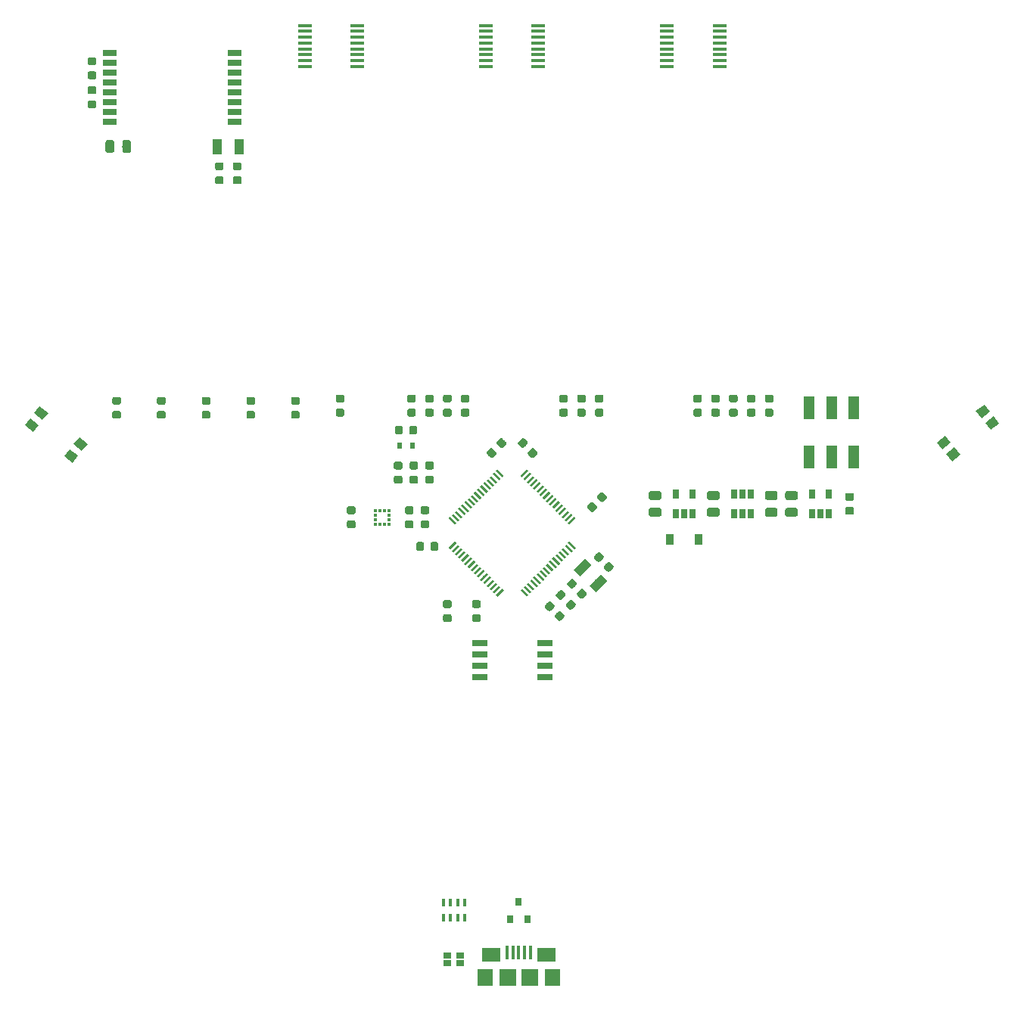
<source format=gbp>
G04 #@! TF.GenerationSoftware,KiCad,Pcbnew,5.0.2-bee76a0~70~ubuntu16.04.1*
G04 #@! TF.CreationDate,2019-07-05T21:08:44-07:00*
G04 #@! TF.ProjectId,dc27-fur-badge,64633237-2d66-4757-922d-62616467652e,rev?*
G04 #@! TF.SameCoordinates,Original*
G04 #@! TF.FileFunction,Paste,Bot*
G04 #@! TF.FilePolarity,Positive*
%FSLAX46Y46*%
G04 Gerber Fmt 4.6, Leading zero omitted, Abs format (unit mm)*
G04 Created by KiCad (PCBNEW 5.0.2-bee76a0~70~ubuntu16.04.1) date Fri 05 Jul 2019 09:08:44 PM PDT*
%MOMM*%
%LPD*%
G01*
G04 APERTURE LIST*
%ADD10R,1.500000X0.450000*%
%ADD11R,1.500000X0.700000*%
%ADD12R,1.200000X2.500000*%
%ADD13C,0.100000*%
%ADD14C,0.875000*%
%ADD15C,0.250000*%
%ADD16R,0.900000X1.200000*%
%ADD17R,0.850000X0.650000*%
%ADD18R,0.650000X1.060000*%
%ADD19C,0.975000*%
%ADD20R,0.400000X0.900000*%
%ADD21C,1.000000*%
%ADD22R,0.325000X0.300000*%
%ADD23R,0.300000X0.325000*%
%ADD24R,1.800000X1.900000*%
%ADD25R,1.900000X1.900000*%
%ADD26R,2.100000X1.600000*%
%ADD27R,0.400000X1.600000*%
%ADD28R,1.700000X0.650000*%
%ADD29R,0.800000X0.900000*%
%ADD30R,1.000000X1.800000*%
%ADD31R,0.600000X0.700000*%
G04 APERTURE END LIST*
D10*
G04 #@! TO.C,IC2*
X141300000Y-56275000D03*
X141300000Y-55625000D03*
X141300000Y-54975000D03*
X141300000Y-54325000D03*
X141300000Y-53675000D03*
X141300000Y-53025000D03*
X141300000Y-52375000D03*
X141300000Y-51725000D03*
X147200000Y-51725000D03*
X147200000Y-52375000D03*
X147200000Y-53025000D03*
X147200000Y-53675000D03*
X147200000Y-54325000D03*
X147200000Y-54975000D03*
X147200000Y-55625000D03*
X147200000Y-56275000D03*
G04 #@! TD*
D11*
G04 #@! TO.C,IC11*
X119500000Y-54800000D03*
X119500000Y-55900000D03*
X119500000Y-57000000D03*
X119500000Y-58100000D03*
X119500000Y-59200000D03*
X119500000Y-60300000D03*
X119500000Y-61400000D03*
X119500000Y-62500000D03*
X133500000Y-54800000D03*
X133500000Y-55900000D03*
X133500000Y-57000000D03*
X133500000Y-58100000D03*
X133500000Y-59200000D03*
X133500000Y-60300000D03*
X133500000Y-61400000D03*
X133500000Y-62500000D03*
G04 #@! TD*
D12*
G04 #@! TO.C,SW3*
X197750000Y-94500000D03*
X200250000Y-94500000D03*
X202750000Y-94500000D03*
X197750000Y-100000000D03*
X200250000Y-100000000D03*
X202750000Y-100000000D03*
G04 #@! TD*
D13*
G04 #@! TO.C,R3*
G36*
X165741111Y-97889580D02*
X165762346Y-97892730D01*
X165783170Y-97897946D01*
X165803382Y-97905178D01*
X165822788Y-97914357D01*
X165841201Y-97925393D01*
X165858444Y-97938181D01*
X165874350Y-97952597D01*
X166183709Y-98261956D01*
X166198125Y-98277862D01*
X166210913Y-98295105D01*
X166221949Y-98313518D01*
X166231128Y-98332924D01*
X166238360Y-98353136D01*
X166243576Y-98373960D01*
X166246726Y-98395195D01*
X166247779Y-98416636D01*
X166246726Y-98438077D01*
X166243576Y-98459312D01*
X166238360Y-98480136D01*
X166231128Y-98500348D01*
X166221949Y-98519754D01*
X166210913Y-98538167D01*
X166198125Y-98555410D01*
X166183709Y-98571316D01*
X165821316Y-98933709D01*
X165805410Y-98948125D01*
X165788167Y-98960913D01*
X165769754Y-98971949D01*
X165750348Y-98981128D01*
X165730136Y-98988360D01*
X165709312Y-98993576D01*
X165688077Y-98996726D01*
X165666636Y-98997779D01*
X165645195Y-98996726D01*
X165623960Y-98993576D01*
X165603136Y-98988360D01*
X165582924Y-98981128D01*
X165563518Y-98971949D01*
X165545105Y-98960913D01*
X165527862Y-98948125D01*
X165511956Y-98933709D01*
X165202597Y-98624350D01*
X165188181Y-98608444D01*
X165175393Y-98591201D01*
X165164357Y-98572788D01*
X165155178Y-98553382D01*
X165147946Y-98533170D01*
X165142730Y-98512346D01*
X165139580Y-98491111D01*
X165138527Y-98469670D01*
X165139580Y-98448229D01*
X165142730Y-98426994D01*
X165147946Y-98406170D01*
X165155178Y-98385958D01*
X165164357Y-98366552D01*
X165175393Y-98348139D01*
X165188181Y-98330896D01*
X165202597Y-98314990D01*
X165564990Y-97952597D01*
X165580896Y-97938181D01*
X165598139Y-97925393D01*
X165616552Y-97914357D01*
X165635958Y-97905178D01*
X165656170Y-97897946D01*
X165676994Y-97892730D01*
X165698229Y-97889580D01*
X165719670Y-97888527D01*
X165741111Y-97889580D01*
X165741111Y-97889580D01*
G37*
D14*
X165693153Y-98443153D03*
D13*
G36*
X166854805Y-99003274D02*
X166876040Y-99006424D01*
X166896864Y-99011640D01*
X166917076Y-99018872D01*
X166936482Y-99028051D01*
X166954895Y-99039087D01*
X166972138Y-99051875D01*
X166988044Y-99066291D01*
X167297403Y-99375650D01*
X167311819Y-99391556D01*
X167324607Y-99408799D01*
X167335643Y-99427212D01*
X167344822Y-99446618D01*
X167352054Y-99466830D01*
X167357270Y-99487654D01*
X167360420Y-99508889D01*
X167361473Y-99530330D01*
X167360420Y-99551771D01*
X167357270Y-99573006D01*
X167352054Y-99593830D01*
X167344822Y-99614042D01*
X167335643Y-99633448D01*
X167324607Y-99651861D01*
X167311819Y-99669104D01*
X167297403Y-99685010D01*
X166935010Y-100047403D01*
X166919104Y-100061819D01*
X166901861Y-100074607D01*
X166883448Y-100085643D01*
X166864042Y-100094822D01*
X166843830Y-100102054D01*
X166823006Y-100107270D01*
X166801771Y-100110420D01*
X166780330Y-100111473D01*
X166758889Y-100110420D01*
X166737654Y-100107270D01*
X166716830Y-100102054D01*
X166696618Y-100094822D01*
X166677212Y-100085643D01*
X166658799Y-100074607D01*
X166641556Y-100061819D01*
X166625650Y-100047403D01*
X166316291Y-99738044D01*
X166301875Y-99722138D01*
X166289087Y-99704895D01*
X166278051Y-99686482D01*
X166268872Y-99667076D01*
X166261640Y-99646864D01*
X166256424Y-99626040D01*
X166253274Y-99604805D01*
X166252221Y-99583364D01*
X166253274Y-99561923D01*
X166256424Y-99540688D01*
X166261640Y-99519864D01*
X166268872Y-99499652D01*
X166278051Y-99480246D01*
X166289087Y-99461833D01*
X166301875Y-99444590D01*
X166316291Y-99428684D01*
X166678684Y-99066291D01*
X166694590Y-99051875D01*
X166711833Y-99039087D01*
X166730246Y-99028051D01*
X166749652Y-99018872D01*
X166769864Y-99011640D01*
X166790688Y-99006424D01*
X166811923Y-99003274D01*
X166833364Y-99002221D01*
X166854805Y-99003274D01*
X166854805Y-99003274D01*
G37*
D14*
X166806847Y-99556847D03*
G04 #@! TD*
D10*
G04 #@! TO.C,IC4*
X181800000Y-56275000D03*
X181800000Y-55625000D03*
X181800000Y-54975000D03*
X181800000Y-54325000D03*
X181800000Y-53675000D03*
X181800000Y-53025000D03*
X181800000Y-52375000D03*
X181800000Y-51725000D03*
X187700000Y-51725000D03*
X187700000Y-52375000D03*
X187700000Y-53025000D03*
X187700000Y-53675000D03*
X187700000Y-54325000D03*
X187700000Y-54975000D03*
X187700000Y-55625000D03*
X187700000Y-56275000D03*
G04 #@! TD*
D15*
G04 #@! TO.C,IC1*
X171182159Y-109878858D03*
D13*
G36*
X171624101Y-110144023D02*
X171447324Y-110320800D01*
X170740217Y-109613693D01*
X170916994Y-109436916D01*
X171624101Y-110144023D01*
X171624101Y-110144023D01*
G37*
D15*
X170828606Y-110232412D03*
D13*
G36*
X171270548Y-110497577D02*
X171093771Y-110674354D01*
X170386664Y-109967247D01*
X170563441Y-109790470D01*
X171270548Y-110497577D01*
X171270548Y-110497577D01*
G37*
D15*
X170475052Y-110585965D03*
D13*
G36*
X170916994Y-110851130D02*
X170740217Y-111027907D01*
X170033110Y-110320800D01*
X170209887Y-110144023D01*
X170916994Y-110851130D01*
X170916994Y-110851130D01*
G37*
D15*
X170121499Y-110939518D03*
D13*
G36*
X170563441Y-111204683D02*
X170386664Y-111381460D01*
X169679557Y-110674353D01*
X169856334Y-110497576D01*
X170563441Y-111204683D01*
X170563441Y-111204683D01*
G37*
D15*
X169767946Y-111293072D03*
D13*
G36*
X170209888Y-111558237D02*
X170033111Y-111735014D01*
X169326004Y-111027907D01*
X169502781Y-110851130D01*
X170209888Y-111558237D01*
X170209888Y-111558237D01*
G37*
D15*
X169414392Y-111646625D03*
D13*
G36*
X169856334Y-111911790D02*
X169679557Y-112088567D01*
X168972450Y-111381460D01*
X169149227Y-111204683D01*
X169856334Y-111911790D01*
X169856334Y-111911790D01*
G37*
D15*
X169060839Y-112000179D03*
D13*
G36*
X169502781Y-112265344D02*
X169326004Y-112442121D01*
X168618897Y-111735014D01*
X168795674Y-111558237D01*
X169502781Y-112265344D01*
X169502781Y-112265344D01*
G37*
D15*
X168707285Y-112353732D03*
D13*
G36*
X169149227Y-112618897D02*
X168972450Y-112795674D01*
X168265343Y-112088567D01*
X168442120Y-111911790D01*
X169149227Y-112618897D01*
X169149227Y-112618897D01*
G37*
D15*
X168353732Y-112707285D03*
D13*
G36*
X168795674Y-112972450D02*
X168618897Y-113149227D01*
X167911790Y-112442120D01*
X168088567Y-112265343D01*
X168795674Y-112972450D01*
X168795674Y-112972450D01*
G37*
D15*
X168000179Y-113060839D03*
D13*
G36*
X168442121Y-113326004D02*
X168265344Y-113502781D01*
X167558237Y-112795674D01*
X167735014Y-112618897D01*
X168442121Y-113326004D01*
X168442121Y-113326004D01*
G37*
D15*
X167646625Y-113414392D03*
D13*
G36*
X168088567Y-113679557D02*
X167911790Y-113856334D01*
X167204683Y-113149227D01*
X167381460Y-112972450D01*
X168088567Y-113679557D01*
X168088567Y-113679557D01*
G37*
D15*
X167293072Y-113767946D03*
D13*
G36*
X167735014Y-114033111D02*
X167558237Y-114209888D01*
X166851130Y-113502781D01*
X167027907Y-113326004D01*
X167735014Y-114033111D01*
X167735014Y-114033111D01*
G37*
D15*
X166939518Y-114121499D03*
D13*
G36*
X167381460Y-114386664D02*
X167204683Y-114563441D01*
X166497576Y-113856334D01*
X166674353Y-113679557D01*
X167381460Y-114386664D01*
X167381460Y-114386664D01*
G37*
D15*
X166585965Y-114475052D03*
D13*
G36*
X167027907Y-114740217D02*
X166851130Y-114916994D01*
X166144023Y-114209887D01*
X166320800Y-114033110D01*
X167027907Y-114740217D01*
X167027907Y-114740217D01*
G37*
D15*
X166232412Y-114828606D03*
D13*
G36*
X166674354Y-115093771D02*
X166497577Y-115270548D01*
X165790470Y-114563441D01*
X165967247Y-114386664D01*
X166674354Y-115093771D01*
X166674354Y-115093771D01*
G37*
D15*
X165878858Y-115182159D03*
D13*
G36*
X166320800Y-115447324D02*
X166144023Y-115624101D01*
X165436916Y-114916994D01*
X165613693Y-114740217D01*
X166320800Y-115447324D01*
X166320800Y-115447324D01*
G37*
D15*
X163121142Y-115182159D03*
D13*
G36*
X162855977Y-115624101D02*
X162679200Y-115447324D01*
X163386307Y-114740217D01*
X163563084Y-114916994D01*
X162855977Y-115624101D01*
X162855977Y-115624101D01*
G37*
D15*
X162767588Y-114828606D03*
D13*
G36*
X162502423Y-115270548D02*
X162325646Y-115093771D01*
X163032753Y-114386664D01*
X163209530Y-114563441D01*
X162502423Y-115270548D01*
X162502423Y-115270548D01*
G37*
D15*
X162414035Y-114475052D03*
D13*
G36*
X162148870Y-114916994D02*
X161972093Y-114740217D01*
X162679200Y-114033110D01*
X162855977Y-114209887D01*
X162148870Y-114916994D01*
X162148870Y-114916994D01*
G37*
D15*
X162060482Y-114121499D03*
D13*
G36*
X161795317Y-114563441D02*
X161618540Y-114386664D01*
X162325647Y-113679557D01*
X162502424Y-113856334D01*
X161795317Y-114563441D01*
X161795317Y-114563441D01*
G37*
D15*
X161706928Y-113767946D03*
D13*
G36*
X161441763Y-114209888D02*
X161264986Y-114033111D01*
X161972093Y-113326004D01*
X162148870Y-113502781D01*
X161441763Y-114209888D01*
X161441763Y-114209888D01*
G37*
D15*
X161353375Y-113414392D03*
D13*
G36*
X161088210Y-113856334D02*
X160911433Y-113679557D01*
X161618540Y-112972450D01*
X161795317Y-113149227D01*
X161088210Y-113856334D01*
X161088210Y-113856334D01*
G37*
D15*
X160999821Y-113060839D03*
D13*
G36*
X160734656Y-113502781D02*
X160557879Y-113326004D01*
X161264986Y-112618897D01*
X161441763Y-112795674D01*
X160734656Y-113502781D01*
X160734656Y-113502781D01*
G37*
D15*
X160646268Y-112707285D03*
D13*
G36*
X160381103Y-113149227D02*
X160204326Y-112972450D01*
X160911433Y-112265343D01*
X161088210Y-112442120D01*
X160381103Y-113149227D01*
X160381103Y-113149227D01*
G37*
D15*
X160292715Y-112353732D03*
D13*
G36*
X160027550Y-112795674D02*
X159850773Y-112618897D01*
X160557880Y-111911790D01*
X160734657Y-112088567D01*
X160027550Y-112795674D01*
X160027550Y-112795674D01*
G37*
D15*
X159939161Y-112000179D03*
D13*
G36*
X159673996Y-112442121D02*
X159497219Y-112265344D01*
X160204326Y-111558237D01*
X160381103Y-111735014D01*
X159673996Y-112442121D01*
X159673996Y-112442121D01*
G37*
D15*
X159585608Y-111646625D03*
D13*
G36*
X159320443Y-112088567D02*
X159143666Y-111911790D01*
X159850773Y-111204683D01*
X160027550Y-111381460D01*
X159320443Y-112088567D01*
X159320443Y-112088567D01*
G37*
D15*
X159232054Y-111293072D03*
D13*
G36*
X158966889Y-111735014D02*
X158790112Y-111558237D01*
X159497219Y-110851130D01*
X159673996Y-111027907D01*
X158966889Y-111735014D01*
X158966889Y-111735014D01*
G37*
D15*
X158878501Y-110939518D03*
D13*
G36*
X158613336Y-111381460D02*
X158436559Y-111204683D01*
X159143666Y-110497576D01*
X159320443Y-110674353D01*
X158613336Y-111381460D01*
X158613336Y-111381460D01*
G37*
D15*
X158524948Y-110585965D03*
D13*
G36*
X158259783Y-111027907D02*
X158083006Y-110851130D01*
X158790113Y-110144023D01*
X158966890Y-110320800D01*
X158259783Y-111027907D01*
X158259783Y-111027907D01*
G37*
D15*
X158171394Y-110232412D03*
D13*
G36*
X157906229Y-110674354D02*
X157729452Y-110497577D01*
X158436559Y-109790470D01*
X158613336Y-109967247D01*
X157906229Y-110674354D01*
X157906229Y-110674354D01*
G37*
D15*
X157817841Y-109878858D03*
D13*
G36*
X157552676Y-110320800D02*
X157375899Y-110144023D01*
X158083006Y-109436916D01*
X158259783Y-109613693D01*
X157552676Y-110320800D01*
X157552676Y-110320800D01*
G37*
D15*
X157817841Y-107121142D03*
D13*
G36*
X158259783Y-107386307D02*
X158083006Y-107563084D01*
X157375899Y-106855977D01*
X157552676Y-106679200D01*
X158259783Y-107386307D01*
X158259783Y-107386307D01*
G37*
D15*
X158171394Y-106767588D03*
D13*
G36*
X158613336Y-107032753D02*
X158436559Y-107209530D01*
X157729452Y-106502423D01*
X157906229Y-106325646D01*
X158613336Y-107032753D01*
X158613336Y-107032753D01*
G37*
D15*
X158524948Y-106414035D03*
D13*
G36*
X158966890Y-106679200D02*
X158790113Y-106855977D01*
X158083006Y-106148870D01*
X158259783Y-105972093D01*
X158966890Y-106679200D01*
X158966890Y-106679200D01*
G37*
D15*
X158878501Y-106060482D03*
D13*
G36*
X159320443Y-106325647D02*
X159143666Y-106502424D01*
X158436559Y-105795317D01*
X158613336Y-105618540D01*
X159320443Y-106325647D01*
X159320443Y-106325647D01*
G37*
D15*
X159232054Y-105706928D03*
D13*
G36*
X159673996Y-105972093D02*
X159497219Y-106148870D01*
X158790112Y-105441763D01*
X158966889Y-105264986D01*
X159673996Y-105972093D01*
X159673996Y-105972093D01*
G37*
D15*
X159585608Y-105353375D03*
D13*
G36*
X160027550Y-105618540D02*
X159850773Y-105795317D01*
X159143666Y-105088210D01*
X159320443Y-104911433D01*
X160027550Y-105618540D01*
X160027550Y-105618540D01*
G37*
D15*
X159939161Y-104999821D03*
D13*
G36*
X160381103Y-105264986D02*
X160204326Y-105441763D01*
X159497219Y-104734656D01*
X159673996Y-104557879D01*
X160381103Y-105264986D01*
X160381103Y-105264986D01*
G37*
D15*
X160292715Y-104646268D03*
D13*
G36*
X160734657Y-104911433D02*
X160557880Y-105088210D01*
X159850773Y-104381103D01*
X160027550Y-104204326D01*
X160734657Y-104911433D01*
X160734657Y-104911433D01*
G37*
D15*
X160646268Y-104292715D03*
D13*
G36*
X161088210Y-104557880D02*
X160911433Y-104734657D01*
X160204326Y-104027550D01*
X160381103Y-103850773D01*
X161088210Y-104557880D01*
X161088210Y-104557880D01*
G37*
D15*
X160999821Y-103939161D03*
D13*
G36*
X161441763Y-104204326D02*
X161264986Y-104381103D01*
X160557879Y-103673996D01*
X160734656Y-103497219D01*
X161441763Y-104204326D01*
X161441763Y-104204326D01*
G37*
D15*
X161353375Y-103585608D03*
D13*
G36*
X161795317Y-103850773D02*
X161618540Y-104027550D01*
X160911433Y-103320443D01*
X161088210Y-103143666D01*
X161795317Y-103850773D01*
X161795317Y-103850773D01*
G37*
D15*
X161706928Y-103232054D03*
D13*
G36*
X162148870Y-103497219D02*
X161972093Y-103673996D01*
X161264986Y-102966889D01*
X161441763Y-102790112D01*
X162148870Y-103497219D01*
X162148870Y-103497219D01*
G37*
D15*
X162060482Y-102878501D03*
D13*
G36*
X162502424Y-103143666D02*
X162325647Y-103320443D01*
X161618540Y-102613336D01*
X161795317Y-102436559D01*
X162502424Y-103143666D01*
X162502424Y-103143666D01*
G37*
D15*
X162414035Y-102524948D03*
D13*
G36*
X162855977Y-102790113D02*
X162679200Y-102966890D01*
X161972093Y-102259783D01*
X162148870Y-102083006D01*
X162855977Y-102790113D01*
X162855977Y-102790113D01*
G37*
D15*
X162767588Y-102171394D03*
D13*
G36*
X163209530Y-102436559D02*
X163032753Y-102613336D01*
X162325646Y-101906229D01*
X162502423Y-101729452D01*
X163209530Y-102436559D01*
X163209530Y-102436559D01*
G37*
D15*
X163121142Y-101817841D03*
D13*
G36*
X163563084Y-102083006D02*
X163386307Y-102259783D01*
X162679200Y-101552676D01*
X162855977Y-101375899D01*
X163563084Y-102083006D01*
X163563084Y-102083006D01*
G37*
D15*
X165878858Y-101817841D03*
D13*
G36*
X165613693Y-102259783D02*
X165436916Y-102083006D01*
X166144023Y-101375899D01*
X166320800Y-101552676D01*
X165613693Y-102259783D01*
X165613693Y-102259783D01*
G37*
D15*
X166232412Y-102171394D03*
D13*
G36*
X165967247Y-102613336D02*
X165790470Y-102436559D01*
X166497577Y-101729452D01*
X166674354Y-101906229D01*
X165967247Y-102613336D01*
X165967247Y-102613336D01*
G37*
D15*
X166585965Y-102524948D03*
D13*
G36*
X166320800Y-102966890D02*
X166144023Y-102790113D01*
X166851130Y-102083006D01*
X167027907Y-102259783D01*
X166320800Y-102966890D01*
X166320800Y-102966890D01*
G37*
D15*
X166939518Y-102878501D03*
D13*
G36*
X166674353Y-103320443D02*
X166497576Y-103143666D01*
X167204683Y-102436559D01*
X167381460Y-102613336D01*
X166674353Y-103320443D01*
X166674353Y-103320443D01*
G37*
D15*
X167293072Y-103232054D03*
D13*
G36*
X167027907Y-103673996D02*
X166851130Y-103497219D01*
X167558237Y-102790112D01*
X167735014Y-102966889D01*
X167027907Y-103673996D01*
X167027907Y-103673996D01*
G37*
D15*
X167646625Y-103585608D03*
D13*
G36*
X167381460Y-104027550D02*
X167204683Y-103850773D01*
X167911790Y-103143666D01*
X168088567Y-103320443D01*
X167381460Y-104027550D01*
X167381460Y-104027550D01*
G37*
D15*
X168000179Y-103939161D03*
D13*
G36*
X167735014Y-104381103D02*
X167558237Y-104204326D01*
X168265344Y-103497219D01*
X168442121Y-103673996D01*
X167735014Y-104381103D01*
X167735014Y-104381103D01*
G37*
D15*
X168353732Y-104292715D03*
D13*
G36*
X168088567Y-104734657D02*
X167911790Y-104557880D01*
X168618897Y-103850773D01*
X168795674Y-104027550D01*
X168088567Y-104734657D01*
X168088567Y-104734657D01*
G37*
D15*
X168707285Y-104646268D03*
D13*
G36*
X168442120Y-105088210D02*
X168265343Y-104911433D01*
X168972450Y-104204326D01*
X169149227Y-104381103D01*
X168442120Y-105088210D01*
X168442120Y-105088210D01*
G37*
D15*
X169060839Y-104999821D03*
D13*
G36*
X168795674Y-105441763D02*
X168618897Y-105264986D01*
X169326004Y-104557879D01*
X169502781Y-104734656D01*
X168795674Y-105441763D01*
X168795674Y-105441763D01*
G37*
D15*
X169414392Y-105353375D03*
D13*
G36*
X169149227Y-105795317D02*
X168972450Y-105618540D01*
X169679557Y-104911433D01*
X169856334Y-105088210D01*
X169149227Y-105795317D01*
X169149227Y-105795317D01*
G37*
D15*
X169767946Y-105706928D03*
D13*
G36*
X169502781Y-106148870D02*
X169326004Y-105972093D01*
X170033111Y-105264986D01*
X170209888Y-105441763D01*
X169502781Y-106148870D01*
X169502781Y-106148870D01*
G37*
D15*
X170121499Y-106060482D03*
D13*
G36*
X169856334Y-106502424D02*
X169679557Y-106325647D01*
X170386664Y-105618540D01*
X170563441Y-105795317D01*
X169856334Y-106502424D01*
X169856334Y-106502424D01*
G37*
D15*
X170475052Y-106414035D03*
D13*
G36*
X170209887Y-106855977D02*
X170033110Y-106679200D01*
X170740217Y-105972093D01*
X170916994Y-106148870D01*
X170209887Y-106855977D01*
X170209887Y-106855977D01*
G37*
D15*
X170828606Y-106767588D03*
D13*
G36*
X170563441Y-107209530D02*
X170386664Y-107032753D01*
X171093771Y-106325646D01*
X171270548Y-106502423D01*
X170563441Y-107209530D01*
X170563441Y-107209530D01*
G37*
D15*
X171182159Y-107121142D03*
D13*
G36*
X170916994Y-107563084D02*
X170740217Y-107386307D01*
X171447324Y-106679200D01*
X171624101Y-106855977D01*
X170916994Y-107563084D01*
X170916994Y-107563084D01*
G37*
G04 #@! TD*
D10*
G04 #@! TO.C,IC3*
X167450000Y-56275000D03*
X167450000Y-55625000D03*
X167450000Y-54975000D03*
X167450000Y-54325000D03*
X167450000Y-53675000D03*
X167450000Y-53025000D03*
X167450000Y-52375000D03*
X167450000Y-51725000D03*
X161550000Y-51725000D03*
X161550000Y-52375000D03*
X161550000Y-53025000D03*
X161550000Y-53675000D03*
X161550000Y-54325000D03*
X161550000Y-54975000D03*
X161550000Y-55625000D03*
X161550000Y-56275000D03*
G04 #@! TD*
D13*
G04 #@! TO.C,R100*
G36*
X120527691Y-93276053D02*
X120548926Y-93279203D01*
X120569750Y-93284419D01*
X120589962Y-93291651D01*
X120609368Y-93300830D01*
X120627781Y-93311866D01*
X120645024Y-93324654D01*
X120660930Y-93339070D01*
X120675346Y-93354976D01*
X120688134Y-93372219D01*
X120699170Y-93390632D01*
X120708349Y-93410038D01*
X120715581Y-93430250D01*
X120720797Y-93451074D01*
X120723947Y-93472309D01*
X120725000Y-93493750D01*
X120725000Y-93931250D01*
X120723947Y-93952691D01*
X120720797Y-93973926D01*
X120715581Y-93994750D01*
X120708349Y-94014962D01*
X120699170Y-94034368D01*
X120688134Y-94052781D01*
X120675346Y-94070024D01*
X120660930Y-94085930D01*
X120645024Y-94100346D01*
X120627781Y-94113134D01*
X120609368Y-94124170D01*
X120589962Y-94133349D01*
X120569750Y-94140581D01*
X120548926Y-94145797D01*
X120527691Y-94148947D01*
X120506250Y-94150000D01*
X119993750Y-94150000D01*
X119972309Y-94148947D01*
X119951074Y-94145797D01*
X119930250Y-94140581D01*
X119910038Y-94133349D01*
X119890632Y-94124170D01*
X119872219Y-94113134D01*
X119854976Y-94100346D01*
X119839070Y-94085930D01*
X119824654Y-94070024D01*
X119811866Y-94052781D01*
X119800830Y-94034368D01*
X119791651Y-94014962D01*
X119784419Y-93994750D01*
X119779203Y-93973926D01*
X119776053Y-93952691D01*
X119775000Y-93931250D01*
X119775000Y-93493750D01*
X119776053Y-93472309D01*
X119779203Y-93451074D01*
X119784419Y-93430250D01*
X119791651Y-93410038D01*
X119800830Y-93390632D01*
X119811866Y-93372219D01*
X119824654Y-93354976D01*
X119839070Y-93339070D01*
X119854976Y-93324654D01*
X119872219Y-93311866D01*
X119890632Y-93300830D01*
X119910038Y-93291651D01*
X119930250Y-93284419D01*
X119951074Y-93279203D01*
X119972309Y-93276053D01*
X119993750Y-93275000D01*
X120506250Y-93275000D01*
X120527691Y-93276053D01*
X120527691Y-93276053D01*
G37*
D14*
X120250000Y-93712500D03*
D13*
G36*
X120527691Y-94851053D02*
X120548926Y-94854203D01*
X120569750Y-94859419D01*
X120589962Y-94866651D01*
X120609368Y-94875830D01*
X120627781Y-94886866D01*
X120645024Y-94899654D01*
X120660930Y-94914070D01*
X120675346Y-94929976D01*
X120688134Y-94947219D01*
X120699170Y-94965632D01*
X120708349Y-94985038D01*
X120715581Y-95005250D01*
X120720797Y-95026074D01*
X120723947Y-95047309D01*
X120725000Y-95068750D01*
X120725000Y-95506250D01*
X120723947Y-95527691D01*
X120720797Y-95548926D01*
X120715581Y-95569750D01*
X120708349Y-95589962D01*
X120699170Y-95609368D01*
X120688134Y-95627781D01*
X120675346Y-95645024D01*
X120660930Y-95660930D01*
X120645024Y-95675346D01*
X120627781Y-95688134D01*
X120609368Y-95699170D01*
X120589962Y-95708349D01*
X120569750Y-95715581D01*
X120548926Y-95720797D01*
X120527691Y-95723947D01*
X120506250Y-95725000D01*
X119993750Y-95725000D01*
X119972309Y-95723947D01*
X119951074Y-95720797D01*
X119930250Y-95715581D01*
X119910038Y-95708349D01*
X119890632Y-95699170D01*
X119872219Y-95688134D01*
X119854976Y-95675346D01*
X119839070Y-95660930D01*
X119824654Y-95645024D01*
X119811866Y-95627781D01*
X119800830Y-95609368D01*
X119791651Y-95589962D01*
X119784419Y-95569750D01*
X119779203Y-95548926D01*
X119776053Y-95527691D01*
X119775000Y-95506250D01*
X119775000Y-95068750D01*
X119776053Y-95047309D01*
X119779203Y-95026074D01*
X119784419Y-95005250D01*
X119791651Y-94985038D01*
X119800830Y-94965632D01*
X119811866Y-94947219D01*
X119824654Y-94929976D01*
X119839070Y-94914070D01*
X119854976Y-94899654D01*
X119872219Y-94886866D01*
X119890632Y-94875830D01*
X119910038Y-94866651D01*
X119930250Y-94859419D01*
X119951074Y-94854203D01*
X119972309Y-94851053D01*
X119993750Y-94850000D01*
X120506250Y-94850000D01*
X120527691Y-94851053D01*
X120527691Y-94851053D01*
G37*
D14*
X120250000Y-95287500D03*
G04 #@! TD*
D13*
G04 #@! TO.C,R101*
G36*
X125527691Y-94851053D02*
X125548926Y-94854203D01*
X125569750Y-94859419D01*
X125589962Y-94866651D01*
X125609368Y-94875830D01*
X125627781Y-94886866D01*
X125645024Y-94899654D01*
X125660930Y-94914070D01*
X125675346Y-94929976D01*
X125688134Y-94947219D01*
X125699170Y-94965632D01*
X125708349Y-94985038D01*
X125715581Y-95005250D01*
X125720797Y-95026074D01*
X125723947Y-95047309D01*
X125725000Y-95068750D01*
X125725000Y-95506250D01*
X125723947Y-95527691D01*
X125720797Y-95548926D01*
X125715581Y-95569750D01*
X125708349Y-95589962D01*
X125699170Y-95609368D01*
X125688134Y-95627781D01*
X125675346Y-95645024D01*
X125660930Y-95660930D01*
X125645024Y-95675346D01*
X125627781Y-95688134D01*
X125609368Y-95699170D01*
X125589962Y-95708349D01*
X125569750Y-95715581D01*
X125548926Y-95720797D01*
X125527691Y-95723947D01*
X125506250Y-95725000D01*
X124993750Y-95725000D01*
X124972309Y-95723947D01*
X124951074Y-95720797D01*
X124930250Y-95715581D01*
X124910038Y-95708349D01*
X124890632Y-95699170D01*
X124872219Y-95688134D01*
X124854976Y-95675346D01*
X124839070Y-95660930D01*
X124824654Y-95645024D01*
X124811866Y-95627781D01*
X124800830Y-95609368D01*
X124791651Y-95589962D01*
X124784419Y-95569750D01*
X124779203Y-95548926D01*
X124776053Y-95527691D01*
X124775000Y-95506250D01*
X124775000Y-95068750D01*
X124776053Y-95047309D01*
X124779203Y-95026074D01*
X124784419Y-95005250D01*
X124791651Y-94985038D01*
X124800830Y-94965632D01*
X124811866Y-94947219D01*
X124824654Y-94929976D01*
X124839070Y-94914070D01*
X124854976Y-94899654D01*
X124872219Y-94886866D01*
X124890632Y-94875830D01*
X124910038Y-94866651D01*
X124930250Y-94859419D01*
X124951074Y-94854203D01*
X124972309Y-94851053D01*
X124993750Y-94850000D01*
X125506250Y-94850000D01*
X125527691Y-94851053D01*
X125527691Y-94851053D01*
G37*
D14*
X125250000Y-95287500D03*
D13*
G36*
X125527691Y-93276053D02*
X125548926Y-93279203D01*
X125569750Y-93284419D01*
X125589962Y-93291651D01*
X125609368Y-93300830D01*
X125627781Y-93311866D01*
X125645024Y-93324654D01*
X125660930Y-93339070D01*
X125675346Y-93354976D01*
X125688134Y-93372219D01*
X125699170Y-93390632D01*
X125708349Y-93410038D01*
X125715581Y-93430250D01*
X125720797Y-93451074D01*
X125723947Y-93472309D01*
X125725000Y-93493750D01*
X125725000Y-93931250D01*
X125723947Y-93952691D01*
X125720797Y-93973926D01*
X125715581Y-93994750D01*
X125708349Y-94014962D01*
X125699170Y-94034368D01*
X125688134Y-94052781D01*
X125675346Y-94070024D01*
X125660930Y-94085930D01*
X125645024Y-94100346D01*
X125627781Y-94113134D01*
X125609368Y-94124170D01*
X125589962Y-94133349D01*
X125569750Y-94140581D01*
X125548926Y-94145797D01*
X125527691Y-94148947D01*
X125506250Y-94150000D01*
X124993750Y-94150000D01*
X124972309Y-94148947D01*
X124951074Y-94145797D01*
X124930250Y-94140581D01*
X124910038Y-94133349D01*
X124890632Y-94124170D01*
X124872219Y-94113134D01*
X124854976Y-94100346D01*
X124839070Y-94085930D01*
X124824654Y-94070024D01*
X124811866Y-94052781D01*
X124800830Y-94034368D01*
X124791651Y-94014962D01*
X124784419Y-93994750D01*
X124779203Y-93973926D01*
X124776053Y-93952691D01*
X124775000Y-93931250D01*
X124775000Y-93493750D01*
X124776053Y-93472309D01*
X124779203Y-93451074D01*
X124784419Y-93430250D01*
X124791651Y-93410038D01*
X124800830Y-93390632D01*
X124811866Y-93372219D01*
X124824654Y-93354976D01*
X124839070Y-93339070D01*
X124854976Y-93324654D01*
X124872219Y-93311866D01*
X124890632Y-93300830D01*
X124910038Y-93291651D01*
X124930250Y-93284419D01*
X124951074Y-93279203D01*
X124972309Y-93276053D01*
X124993750Y-93275000D01*
X125506250Y-93275000D01*
X125527691Y-93276053D01*
X125527691Y-93276053D01*
G37*
D14*
X125250000Y-93712500D03*
G04 #@! TD*
D13*
G04 #@! TO.C,R102*
G36*
X130527691Y-93276053D02*
X130548926Y-93279203D01*
X130569750Y-93284419D01*
X130589962Y-93291651D01*
X130609368Y-93300830D01*
X130627781Y-93311866D01*
X130645024Y-93324654D01*
X130660930Y-93339070D01*
X130675346Y-93354976D01*
X130688134Y-93372219D01*
X130699170Y-93390632D01*
X130708349Y-93410038D01*
X130715581Y-93430250D01*
X130720797Y-93451074D01*
X130723947Y-93472309D01*
X130725000Y-93493750D01*
X130725000Y-93931250D01*
X130723947Y-93952691D01*
X130720797Y-93973926D01*
X130715581Y-93994750D01*
X130708349Y-94014962D01*
X130699170Y-94034368D01*
X130688134Y-94052781D01*
X130675346Y-94070024D01*
X130660930Y-94085930D01*
X130645024Y-94100346D01*
X130627781Y-94113134D01*
X130609368Y-94124170D01*
X130589962Y-94133349D01*
X130569750Y-94140581D01*
X130548926Y-94145797D01*
X130527691Y-94148947D01*
X130506250Y-94150000D01*
X129993750Y-94150000D01*
X129972309Y-94148947D01*
X129951074Y-94145797D01*
X129930250Y-94140581D01*
X129910038Y-94133349D01*
X129890632Y-94124170D01*
X129872219Y-94113134D01*
X129854976Y-94100346D01*
X129839070Y-94085930D01*
X129824654Y-94070024D01*
X129811866Y-94052781D01*
X129800830Y-94034368D01*
X129791651Y-94014962D01*
X129784419Y-93994750D01*
X129779203Y-93973926D01*
X129776053Y-93952691D01*
X129775000Y-93931250D01*
X129775000Y-93493750D01*
X129776053Y-93472309D01*
X129779203Y-93451074D01*
X129784419Y-93430250D01*
X129791651Y-93410038D01*
X129800830Y-93390632D01*
X129811866Y-93372219D01*
X129824654Y-93354976D01*
X129839070Y-93339070D01*
X129854976Y-93324654D01*
X129872219Y-93311866D01*
X129890632Y-93300830D01*
X129910038Y-93291651D01*
X129930250Y-93284419D01*
X129951074Y-93279203D01*
X129972309Y-93276053D01*
X129993750Y-93275000D01*
X130506250Y-93275000D01*
X130527691Y-93276053D01*
X130527691Y-93276053D01*
G37*
D14*
X130250000Y-93712500D03*
D13*
G36*
X130527691Y-94851053D02*
X130548926Y-94854203D01*
X130569750Y-94859419D01*
X130589962Y-94866651D01*
X130609368Y-94875830D01*
X130627781Y-94886866D01*
X130645024Y-94899654D01*
X130660930Y-94914070D01*
X130675346Y-94929976D01*
X130688134Y-94947219D01*
X130699170Y-94965632D01*
X130708349Y-94985038D01*
X130715581Y-95005250D01*
X130720797Y-95026074D01*
X130723947Y-95047309D01*
X130725000Y-95068750D01*
X130725000Y-95506250D01*
X130723947Y-95527691D01*
X130720797Y-95548926D01*
X130715581Y-95569750D01*
X130708349Y-95589962D01*
X130699170Y-95609368D01*
X130688134Y-95627781D01*
X130675346Y-95645024D01*
X130660930Y-95660930D01*
X130645024Y-95675346D01*
X130627781Y-95688134D01*
X130609368Y-95699170D01*
X130589962Y-95708349D01*
X130569750Y-95715581D01*
X130548926Y-95720797D01*
X130527691Y-95723947D01*
X130506250Y-95725000D01*
X129993750Y-95725000D01*
X129972309Y-95723947D01*
X129951074Y-95720797D01*
X129930250Y-95715581D01*
X129910038Y-95708349D01*
X129890632Y-95699170D01*
X129872219Y-95688134D01*
X129854976Y-95675346D01*
X129839070Y-95660930D01*
X129824654Y-95645024D01*
X129811866Y-95627781D01*
X129800830Y-95609368D01*
X129791651Y-95589962D01*
X129784419Y-95569750D01*
X129779203Y-95548926D01*
X129776053Y-95527691D01*
X129775000Y-95506250D01*
X129775000Y-95068750D01*
X129776053Y-95047309D01*
X129779203Y-95026074D01*
X129784419Y-95005250D01*
X129791651Y-94985038D01*
X129800830Y-94965632D01*
X129811866Y-94947219D01*
X129824654Y-94929976D01*
X129839070Y-94914070D01*
X129854976Y-94899654D01*
X129872219Y-94886866D01*
X129890632Y-94875830D01*
X129910038Y-94866651D01*
X129930250Y-94859419D01*
X129951074Y-94854203D01*
X129972309Y-94851053D01*
X129993750Y-94850000D01*
X130506250Y-94850000D01*
X130527691Y-94851053D01*
X130527691Y-94851053D01*
G37*
D14*
X130250000Y-95287500D03*
G04 #@! TD*
D13*
G04 #@! TO.C,R103*
G36*
X135527691Y-94851053D02*
X135548926Y-94854203D01*
X135569750Y-94859419D01*
X135589962Y-94866651D01*
X135609368Y-94875830D01*
X135627781Y-94886866D01*
X135645024Y-94899654D01*
X135660930Y-94914070D01*
X135675346Y-94929976D01*
X135688134Y-94947219D01*
X135699170Y-94965632D01*
X135708349Y-94985038D01*
X135715581Y-95005250D01*
X135720797Y-95026074D01*
X135723947Y-95047309D01*
X135725000Y-95068750D01*
X135725000Y-95506250D01*
X135723947Y-95527691D01*
X135720797Y-95548926D01*
X135715581Y-95569750D01*
X135708349Y-95589962D01*
X135699170Y-95609368D01*
X135688134Y-95627781D01*
X135675346Y-95645024D01*
X135660930Y-95660930D01*
X135645024Y-95675346D01*
X135627781Y-95688134D01*
X135609368Y-95699170D01*
X135589962Y-95708349D01*
X135569750Y-95715581D01*
X135548926Y-95720797D01*
X135527691Y-95723947D01*
X135506250Y-95725000D01*
X134993750Y-95725000D01*
X134972309Y-95723947D01*
X134951074Y-95720797D01*
X134930250Y-95715581D01*
X134910038Y-95708349D01*
X134890632Y-95699170D01*
X134872219Y-95688134D01*
X134854976Y-95675346D01*
X134839070Y-95660930D01*
X134824654Y-95645024D01*
X134811866Y-95627781D01*
X134800830Y-95609368D01*
X134791651Y-95589962D01*
X134784419Y-95569750D01*
X134779203Y-95548926D01*
X134776053Y-95527691D01*
X134775000Y-95506250D01*
X134775000Y-95068750D01*
X134776053Y-95047309D01*
X134779203Y-95026074D01*
X134784419Y-95005250D01*
X134791651Y-94985038D01*
X134800830Y-94965632D01*
X134811866Y-94947219D01*
X134824654Y-94929976D01*
X134839070Y-94914070D01*
X134854976Y-94899654D01*
X134872219Y-94886866D01*
X134890632Y-94875830D01*
X134910038Y-94866651D01*
X134930250Y-94859419D01*
X134951074Y-94854203D01*
X134972309Y-94851053D01*
X134993750Y-94850000D01*
X135506250Y-94850000D01*
X135527691Y-94851053D01*
X135527691Y-94851053D01*
G37*
D14*
X135250000Y-95287500D03*
D13*
G36*
X135527691Y-93276053D02*
X135548926Y-93279203D01*
X135569750Y-93284419D01*
X135589962Y-93291651D01*
X135609368Y-93300830D01*
X135627781Y-93311866D01*
X135645024Y-93324654D01*
X135660930Y-93339070D01*
X135675346Y-93354976D01*
X135688134Y-93372219D01*
X135699170Y-93390632D01*
X135708349Y-93410038D01*
X135715581Y-93430250D01*
X135720797Y-93451074D01*
X135723947Y-93472309D01*
X135725000Y-93493750D01*
X135725000Y-93931250D01*
X135723947Y-93952691D01*
X135720797Y-93973926D01*
X135715581Y-93994750D01*
X135708349Y-94014962D01*
X135699170Y-94034368D01*
X135688134Y-94052781D01*
X135675346Y-94070024D01*
X135660930Y-94085930D01*
X135645024Y-94100346D01*
X135627781Y-94113134D01*
X135609368Y-94124170D01*
X135589962Y-94133349D01*
X135569750Y-94140581D01*
X135548926Y-94145797D01*
X135527691Y-94148947D01*
X135506250Y-94150000D01*
X134993750Y-94150000D01*
X134972309Y-94148947D01*
X134951074Y-94145797D01*
X134930250Y-94140581D01*
X134910038Y-94133349D01*
X134890632Y-94124170D01*
X134872219Y-94113134D01*
X134854976Y-94100346D01*
X134839070Y-94085930D01*
X134824654Y-94070024D01*
X134811866Y-94052781D01*
X134800830Y-94034368D01*
X134791651Y-94014962D01*
X134784419Y-93994750D01*
X134779203Y-93973926D01*
X134776053Y-93952691D01*
X134775000Y-93931250D01*
X134775000Y-93493750D01*
X134776053Y-93472309D01*
X134779203Y-93451074D01*
X134784419Y-93430250D01*
X134791651Y-93410038D01*
X134800830Y-93390632D01*
X134811866Y-93372219D01*
X134824654Y-93354976D01*
X134839070Y-93339070D01*
X134854976Y-93324654D01*
X134872219Y-93311866D01*
X134890632Y-93300830D01*
X134910038Y-93291651D01*
X134930250Y-93284419D01*
X134951074Y-93279203D01*
X134972309Y-93276053D01*
X134993750Y-93275000D01*
X135506250Y-93275000D01*
X135527691Y-93276053D01*
X135527691Y-93276053D01*
G37*
D14*
X135250000Y-93712500D03*
G04 #@! TD*
D13*
G04 #@! TO.C,R104*
G36*
X140527691Y-93276053D02*
X140548926Y-93279203D01*
X140569750Y-93284419D01*
X140589962Y-93291651D01*
X140609368Y-93300830D01*
X140627781Y-93311866D01*
X140645024Y-93324654D01*
X140660930Y-93339070D01*
X140675346Y-93354976D01*
X140688134Y-93372219D01*
X140699170Y-93390632D01*
X140708349Y-93410038D01*
X140715581Y-93430250D01*
X140720797Y-93451074D01*
X140723947Y-93472309D01*
X140725000Y-93493750D01*
X140725000Y-93931250D01*
X140723947Y-93952691D01*
X140720797Y-93973926D01*
X140715581Y-93994750D01*
X140708349Y-94014962D01*
X140699170Y-94034368D01*
X140688134Y-94052781D01*
X140675346Y-94070024D01*
X140660930Y-94085930D01*
X140645024Y-94100346D01*
X140627781Y-94113134D01*
X140609368Y-94124170D01*
X140589962Y-94133349D01*
X140569750Y-94140581D01*
X140548926Y-94145797D01*
X140527691Y-94148947D01*
X140506250Y-94150000D01*
X139993750Y-94150000D01*
X139972309Y-94148947D01*
X139951074Y-94145797D01*
X139930250Y-94140581D01*
X139910038Y-94133349D01*
X139890632Y-94124170D01*
X139872219Y-94113134D01*
X139854976Y-94100346D01*
X139839070Y-94085930D01*
X139824654Y-94070024D01*
X139811866Y-94052781D01*
X139800830Y-94034368D01*
X139791651Y-94014962D01*
X139784419Y-93994750D01*
X139779203Y-93973926D01*
X139776053Y-93952691D01*
X139775000Y-93931250D01*
X139775000Y-93493750D01*
X139776053Y-93472309D01*
X139779203Y-93451074D01*
X139784419Y-93430250D01*
X139791651Y-93410038D01*
X139800830Y-93390632D01*
X139811866Y-93372219D01*
X139824654Y-93354976D01*
X139839070Y-93339070D01*
X139854976Y-93324654D01*
X139872219Y-93311866D01*
X139890632Y-93300830D01*
X139910038Y-93291651D01*
X139930250Y-93284419D01*
X139951074Y-93279203D01*
X139972309Y-93276053D01*
X139993750Y-93275000D01*
X140506250Y-93275000D01*
X140527691Y-93276053D01*
X140527691Y-93276053D01*
G37*
D14*
X140250000Y-93712500D03*
D13*
G36*
X140527691Y-94851053D02*
X140548926Y-94854203D01*
X140569750Y-94859419D01*
X140589962Y-94866651D01*
X140609368Y-94875830D01*
X140627781Y-94886866D01*
X140645024Y-94899654D01*
X140660930Y-94914070D01*
X140675346Y-94929976D01*
X140688134Y-94947219D01*
X140699170Y-94965632D01*
X140708349Y-94985038D01*
X140715581Y-95005250D01*
X140720797Y-95026074D01*
X140723947Y-95047309D01*
X140725000Y-95068750D01*
X140725000Y-95506250D01*
X140723947Y-95527691D01*
X140720797Y-95548926D01*
X140715581Y-95569750D01*
X140708349Y-95589962D01*
X140699170Y-95609368D01*
X140688134Y-95627781D01*
X140675346Y-95645024D01*
X140660930Y-95660930D01*
X140645024Y-95675346D01*
X140627781Y-95688134D01*
X140609368Y-95699170D01*
X140589962Y-95708349D01*
X140569750Y-95715581D01*
X140548926Y-95720797D01*
X140527691Y-95723947D01*
X140506250Y-95725000D01*
X139993750Y-95725000D01*
X139972309Y-95723947D01*
X139951074Y-95720797D01*
X139930250Y-95715581D01*
X139910038Y-95708349D01*
X139890632Y-95699170D01*
X139872219Y-95688134D01*
X139854976Y-95675346D01*
X139839070Y-95660930D01*
X139824654Y-95645024D01*
X139811866Y-95627781D01*
X139800830Y-95609368D01*
X139791651Y-95589962D01*
X139784419Y-95569750D01*
X139779203Y-95548926D01*
X139776053Y-95527691D01*
X139775000Y-95506250D01*
X139775000Y-95068750D01*
X139776053Y-95047309D01*
X139779203Y-95026074D01*
X139784419Y-95005250D01*
X139791651Y-94985038D01*
X139800830Y-94965632D01*
X139811866Y-94947219D01*
X139824654Y-94929976D01*
X139839070Y-94914070D01*
X139854976Y-94899654D01*
X139872219Y-94886866D01*
X139890632Y-94875830D01*
X139910038Y-94866651D01*
X139930250Y-94859419D01*
X139951074Y-94854203D01*
X139972309Y-94851053D01*
X139993750Y-94850000D01*
X140506250Y-94850000D01*
X140527691Y-94851053D01*
X140527691Y-94851053D01*
G37*
D14*
X140250000Y-95287500D03*
G04 #@! TD*
D13*
G04 #@! TO.C,R105*
G36*
X145527691Y-94601053D02*
X145548926Y-94604203D01*
X145569750Y-94609419D01*
X145589962Y-94616651D01*
X145609368Y-94625830D01*
X145627781Y-94636866D01*
X145645024Y-94649654D01*
X145660930Y-94664070D01*
X145675346Y-94679976D01*
X145688134Y-94697219D01*
X145699170Y-94715632D01*
X145708349Y-94735038D01*
X145715581Y-94755250D01*
X145720797Y-94776074D01*
X145723947Y-94797309D01*
X145725000Y-94818750D01*
X145725000Y-95256250D01*
X145723947Y-95277691D01*
X145720797Y-95298926D01*
X145715581Y-95319750D01*
X145708349Y-95339962D01*
X145699170Y-95359368D01*
X145688134Y-95377781D01*
X145675346Y-95395024D01*
X145660930Y-95410930D01*
X145645024Y-95425346D01*
X145627781Y-95438134D01*
X145609368Y-95449170D01*
X145589962Y-95458349D01*
X145569750Y-95465581D01*
X145548926Y-95470797D01*
X145527691Y-95473947D01*
X145506250Y-95475000D01*
X144993750Y-95475000D01*
X144972309Y-95473947D01*
X144951074Y-95470797D01*
X144930250Y-95465581D01*
X144910038Y-95458349D01*
X144890632Y-95449170D01*
X144872219Y-95438134D01*
X144854976Y-95425346D01*
X144839070Y-95410930D01*
X144824654Y-95395024D01*
X144811866Y-95377781D01*
X144800830Y-95359368D01*
X144791651Y-95339962D01*
X144784419Y-95319750D01*
X144779203Y-95298926D01*
X144776053Y-95277691D01*
X144775000Y-95256250D01*
X144775000Y-94818750D01*
X144776053Y-94797309D01*
X144779203Y-94776074D01*
X144784419Y-94755250D01*
X144791651Y-94735038D01*
X144800830Y-94715632D01*
X144811866Y-94697219D01*
X144824654Y-94679976D01*
X144839070Y-94664070D01*
X144854976Y-94649654D01*
X144872219Y-94636866D01*
X144890632Y-94625830D01*
X144910038Y-94616651D01*
X144930250Y-94609419D01*
X144951074Y-94604203D01*
X144972309Y-94601053D01*
X144993750Y-94600000D01*
X145506250Y-94600000D01*
X145527691Y-94601053D01*
X145527691Y-94601053D01*
G37*
D14*
X145250000Y-95037500D03*
D13*
G36*
X145527691Y-93026053D02*
X145548926Y-93029203D01*
X145569750Y-93034419D01*
X145589962Y-93041651D01*
X145609368Y-93050830D01*
X145627781Y-93061866D01*
X145645024Y-93074654D01*
X145660930Y-93089070D01*
X145675346Y-93104976D01*
X145688134Y-93122219D01*
X145699170Y-93140632D01*
X145708349Y-93160038D01*
X145715581Y-93180250D01*
X145720797Y-93201074D01*
X145723947Y-93222309D01*
X145725000Y-93243750D01*
X145725000Y-93681250D01*
X145723947Y-93702691D01*
X145720797Y-93723926D01*
X145715581Y-93744750D01*
X145708349Y-93764962D01*
X145699170Y-93784368D01*
X145688134Y-93802781D01*
X145675346Y-93820024D01*
X145660930Y-93835930D01*
X145645024Y-93850346D01*
X145627781Y-93863134D01*
X145609368Y-93874170D01*
X145589962Y-93883349D01*
X145569750Y-93890581D01*
X145548926Y-93895797D01*
X145527691Y-93898947D01*
X145506250Y-93900000D01*
X144993750Y-93900000D01*
X144972309Y-93898947D01*
X144951074Y-93895797D01*
X144930250Y-93890581D01*
X144910038Y-93883349D01*
X144890632Y-93874170D01*
X144872219Y-93863134D01*
X144854976Y-93850346D01*
X144839070Y-93835930D01*
X144824654Y-93820024D01*
X144811866Y-93802781D01*
X144800830Y-93784368D01*
X144791651Y-93764962D01*
X144784419Y-93744750D01*
X144779203Y-93723926D01*
X144776053Y-93702691D01*
X144775000Y-93681250D01*
X144775000Y-93243750D01*
X144776053Y-93222309D01*
X144779203Y-93201074D01*
X144784419Y-93180250D01*
X144791651Y-93160038D01*
X144800830Y-93140632D01*
X144811866Y-93122219D01*
X144824654Y-93104976D01*
X144839070Y-93089070D01*
X144854976Y-93074654D01*
X144872219Y-93061866D01*
X144890632Y-93050830D01*
X144910038Y-93041651D01*
X144930250Y-93034419D01*
X144951074Y-93029203D01*
X144972309Y-93026053D01*
X144993750Y-93025000D01*
X145506250Y-93025000D01*
X145527691Y-93026053D01*
X145527691Y-93026053D01*
G37*
D14*
X145250000Y-93462500D03*
G04 #@! TD*
D13*
G04 #@! TO.C,R106*
G36*
X153527691Y-93026053D02*
X153548926Y-93029203D01*
X153569750Y-93034419D01*
X153589962Y-93041651D01*
X153609368Y-93050830D01*
X153627781Y-93061866D01*
X153645024Y-93074654D01*
X153660930Y-93089070D01*
X153675346Y-93104976D01*
X153688134Y-93122219D01*
X153699170Y-93140632D01*
X153708349Y-93160038D01*
X153715581Y-93180250D01*
X153720797Y-93201074D01*
X153723947Y-93222309D01*
X153725000Y-93243750D01*
X153725000Y-93681250D01*
X153723947Y-93702691D01*
X153720797Y-93723926D01*
X153715581Y-93744750D01*
X153708349Y-93764962D01*
X153699170Y-93784368D01*
X153688134Y-93802781D01*
X153675346Y-93820024D01*
X153660930Y-93835930D01*
X153645024Y-93850346D01*
X153627781Y-93863134D01*
X153609368Y-93874170D01*
X153589962Y-93883349D01*
X153569750Y-93890581D01*
X153548926Y-93895797D01*
X153527691Y-93898947D01*
X153506250Y-93900000D01*
X152993750Y-93900000D01*
X152972309Y-93898947D01*
X152951074Y-93895797D01*
X152930250Y-93890581D01*
X152910038Y-93883349D01*
X152890632Y-93874170D01*
X152872219Y-93863134D01*
X152854976Y-93850346D01*
X152839070Y-93835930D01*
X152824654Y-93820024D01*
X152811866Y-93802781D01*
X152800830Y-93784368D01*
X152791651Y-93764962D01*
X152784419Y-93744750D01*
X152779203Y-93723926D01*
X152776053Y-93702691D01*
X152775000Y-93681250D01*
X152775000Y-93243750D01*
X152776053Y-93222309D01*
X152779203Y-93201074D01*
X152784419Y-93180250D01*
X152791651Y-93160038D01*
X152800830Y-93140632D01*
X152811866Y-93122219D01*
X152824654Y-93104976D01*
X152839070Y-93089070D01*
X152854976Y-93074654D01*
X152872219Y-93061866D01*
X152890632Y-93050830D01*
X152910038Y-93041651D01*
X152930250Y-93034419D01*
X152951074Y-93029203D01*
X152972309Y-93026053D01*
X152993750Y-93025000D01*
X153506250Y-93025000D01*
X153527691Y-93026053D01*
X153527691Y-93026053D01*
G37*
D14*
X153250000Y-93462500D03*
D13*
G36*
X153527691Y-94601053D02*
X153548926Y-94604203D01*
X153569750Y-94609419D01*
X153589962Y-94616651D01*
X153609368Y-94625830D01*
X153627781Y-94636866D01*
X153645024Y-94649654D01*
X153660930Y-94664070D01*
X153675346Y-94679976D01*
X153688134Y-94697219D01*
X153699170Y-94715632D01*
X153708349Y-94735038D01*
X153715581Y-94755250D01*
X153720797Y-94776074D01*
X153723947Y-94797309D01*
X153725000Y-94818750D01*
X153725000Y-95256250D01*
X153723947Y-95277691D01*
X153720797Y-95298926D01*
X153715581Y-95319750D01*
X153708349Y-95339962D01*
X153699170Y-95359368D01*
X153688134Y-95377781D01*
X153675346Y-95395024D01*
X153660930Y-95410930D01*
X153645024Y-95425346D01*
X153627781Y-95438134D01*
X153609368Y-95449170D01*
X153589962Y-95458349D01*
X153569750Y-95465581D01*
X153548926Y-95470797D01*
X153527691Y-95473947D01*
X153506250Y-95475000D01*
X152993750Y-95475000D01*
X152972309Y-95473947D01*
X152951074Y-95470797D01*
X152930250Y-95465581D01*
X152910038Y-95458349D01*
X152890632Y-95449170D01*
X152872219Y-95438134D01*
X152854976Y-95425346D01*
X152839070Y-95410930D01*
X152824654Y-95395024D01*
X152811866Y-95377781D01*
X152800830Y-95359368D01*
X152791651Y-95339962D01*
X152784419Y-95319750D01*
X152779203Y-95298926D01*
X152776053Y-95277691D01*
X152775000Y-95256250D01*
X152775000Y-94818750D01*
X152776053Y-94797309D01*
X152779203Y-94776074D01*
X152784419Y-94755250D01*
X152791651Y-94735038D01*
X152800830Y-94715632D01*
X152811866Y-94697219D01*
X152824654Y-94679976D01*
X152839070Y-94664070D01*
X152854976Y-94649654D01*
X152872219Y-94636866D01*
X152890632Y-94625830D01*
X152910038Y-94616651D01*
X152930250Y-94609419D01*
X152951074Y-94604203D01*
X152972309Y-94601053D01*
X152993750Y-94600000D01*
X153506250Y-94600000D01*
X153527691Y-94601053D01*
X153527691Y-94601053D01*
G37*
D14*
X153250000Y-95037500D03*
G04 #@! TD*
D13*
G04 #@! TO.C,R107*
G36*
X155527691Y-94601053D02*
X155548926Y-94604203D01*
X155569750Y-94609419D01*
X155589962Y-94616651D01*
X155609368Y-94625830D01*
X155627781Y-94636866D01*
X155645024Y-94649654D01*
X155660930Y-94664070D01*
X155675346Y-94679976D01*
X155688134Y-94697219D01*
X155699170Y-94715632D01*
X155708349Y-94735038D01*
X155715581Y-94755250D01*
X155720797Y-94776074D01*
X155723947Y-94797309D01*
X155725000Y-94818750D01*
X155725000Y-95256250D01*
X155723947Y-95277691D01*
X155720797Y-95298926D01*
X155715581Y-95319750D01*
X155708349Y-95339962D01*
X155699170Y-95359368D01*
X155688134Y-95377781D01*
X155675346Y-95395024D01*
X155660930Y-95410930D01*
X155645024Y-95425346D01*
X155627781Y-95438134D01*
X155609368Y-95449170D01*
X155589962Y-95458349D01*
X155569750Y-95465581D01*
X155548926Y-95470797D01*
X155527691Y-95473947D01*
X155506250Y-95475000D01*
X154993750Y-95475000D01*
X154972309Y-95473947D01*
X154951074Y-95470797D01*
X154930250Y-95465581D01*
X154910038Y-95458349D01*
X154890632Y-95449170D01*
X154872219Y-95438134D01*
X154854976Y-95425346D01*
X154839070Y-95410930D01*
X154824654Y-95395024D01*
X154811866Y-95377781D01*
X154800830Y-95359368D01*
X154791651Y-95339962D01*
X154784419Y-95319750D01*
X154779203Y-95298926D01*
X154776053Y-95277691D01*
X154775000Y-95256250D01*
X154775000Y-94818750D01*
X154776053Y-94797309D01*
X154779203Y-94776074D01*
X154784419Y-94755250D01*
X154791651Y-94735038D01*
X154800830Y-94715632D01*
X154811866Y-94697219D01*
X154824654Y-94679976D01*
X154839070Y-94664070D01*
X154854976Y-94649654D01*
X154872219Y-94636866D01*
X154890632Y-94625830D01*
X154910038Y-94616651D01*
X154930250Y-94609419D01*
X154951074Y-94604203D01*
X154972309Y-94601053D01*
X154993750Y-94600000D01*
X155506250Y-94600000D01*
X155527691Y-94601053D01*
X155527691Y-94601053D01*
G37*
D14*
X155250000Y-95037500D03*
D13*
G36*
X155527691Y-93026053D02*
X155548926Y-93029203D01*
X155569750Y-93034419D01*
X155589962Y-93041651D01*
X155609368Y-93050830D01*
X155627781Y-93061866D01*
X155645024Y-93074654D01*
X155660930Y-93089070D01*
X155675346Y-93104976D01*
X155688134Y-93122219D01*
X155699170Y-93140632D01*
X155708349Y-93160038D01*
X155715581Y-93180250D01*
X155720797Y-93201074D01*
X155723947Y-93222309D01*
X155725000Y-93243750D01*
X155725000Y-93681250D01*
X155723947Y-93702691D01*
X155720797Y-93723926D01*
X155715581Y-93744750D01*
X155708349Y-93764962D01*
X155699170Y-93784368D01*
X155688134Y-93802781D01*
X155675346Y-93820024D01*
X155660930Y-93835930D01*
X155645024Y-93850346D01*
X155627781Y-93863134D01*
X155609368Y-93874170D01*
X155589962Y-93883349D01*
X155569750Y-93890581D01*
X155548926Y-93895797D01*
X155527691Y-93898947D01*
X155506250Y-93900000D01*
X154993750Y-93900000D01*
X154972309Y-93898947D01*
X154951074Y-93895797D01*
X154930250Y-93890581D01*
X154910038Y-93883349D01*
X154890632Y-93874170D01*
X154872219Y-93863134D01*
X154854976Y-93850346D01*
X154839070Y-93835930D01*
X154824654Y-93820024D01*
X154811866Y-93802781D01*
X154800830Y-93784368D01*
X154791651Y-93764962D01*
X154784419Y-93744750D01*
X154779203Y-93723926D01*
X154776053Y-93702691D01*
X154775000Y-93681250D01*
X154775000Y-93243750D01*
X154776053Y-93222309D01*
X154779203Y-93201074D01*
X154784419Y-93180250D01*
X154791651Y-93160038D01*
X154800830Y-93140632D01*
X154811866Y-93122219D01*
X154824654Y-93104976D01*
X154839070Y-93089070D01*
X154854976Y-93074654D01*
X154872219Y-93061866D01*
X154890632Y-93050830D01*
X154910038Y-93041651D01*
X154930250Y-93034419D01*
X154951074Y-93029203D01*
X154972309Y-93026053D01*
X154993750Y-93025000D01*
X155506250Y-93025000D01*
X155527691Y-93026053D01*
X155527691Y-93026053D01*
G37*
D14*
X155250000Y-93462500D03*
G04 #@! TD*
D13*
G04 #@! TO.C,R108*
G36*
X157527691Y-93026053D02*
X157548926Y-93029203D01*
X157569750Y-93034419D01*
X157589962Y-93041651D01*
X157609368Y-93050830D01*
X157627781Y-93061866D01*
X157645024Y-93074654D01*
X157660930Y-93089070D01*
X157675346Y-93104976D01*
X157688134Y-93122219D01*
X157699170Y-93140632D01*
X157708349Y-93160038D01*
X157715581Y-93180250D01*
X157720797Y-93201074D01*
X157723947Y-93222309D01*
X157725000Y-93243750D01*
X157725000Y-93681250D01*
X157723947Y-93702691D01*
X157720797Y-93723926D01*
X157715581Y-93744750D01*
X157708349Y-93764962D01*
X157699170Y-93784368D01*
X157688134Y-93802781D01*
X157675346Y-93820024D01*
X157660930Y-93835930D01*
X157645024Y-93850346D01*
X157627781Y-93863134D01*
X157609368Y-93874170D01*
X157589962Y-93883349D01*
X157569750Y-93890581D01*
X157548926Y-93895797D01*
X157527691Y-93898947D01*
X157506250Y-93900000D01*
X156993750Y-93900000D01*
X156972309Y-93898947D01*
X156951074Y-93895797D01*
X156930250Y-93890581D01*
X156910038Y-93883349D01*
X156890632Y-93874170D01*
X156872219Y-93863134D01*
X156854976Y-93850346D01*
X156839070Y-93835930D01*
X156824654Y-93820024D01*
X156811866Y-93802781D01*
X156800830Y-93784368D01*
X156791651Y-93764962D01*
X156784419Y-93744750D01*
X156779203Y-93723926D01*
X156776053Y-93702691D01*
X156775000Y-93681250D01*
X156775000Y-93243750D01*
X156776053Y-93222309D01*
X156779203Y-93201074D01*
X156784419Y-93180250D01*
X156791651Y-93160038D01*
X156800830Y-93140632D01*
X156811866Y-93122219D01*
X156824654Y-93104976D01*
X156839070Y-93089070D01*
X156854976Y-93074654D01*
X156872219Y-93061866D01*
X156890632Y-93050830D01*
X156910038Y-93041651D01*
X156930250Y-93034419D01*
X156951074Y-93029203D01*
X156972309Y-93026053D01*
X156993750Y-93025000D01*
X157506250Y-93025000D01*
X157527691Y-93026053D01*
X157527691Y-93026053D01*
G37*
D14*
X157250000Y-93462500D03*
D13*
G36*
X157527691Y-94601053D02*
X157548926Y-94604203D01*
X157569750Y-94609419D01*
X157589962Y-94616651D01*
X157609368Y-94625830D01*
X157627781Y-94636866D01*
X157645024Y-94649654D01*
X157660930Y-94664070D01*
X157675346Y-94679976D01*
X157688134Y-94697219D01*
X157699170Y-94715632D01*
X157708349Y-94735038D01*
X157715581Y-94755250D01*
X157720797Y-94776074D01*
X157723947Y-94797309D01*
X157725000Y-94818750D01*
X157725000Y-95256250D01*
X157723947Y-95277691D01*
X157720797Y-95298926D01*
X157715581Y-95319750D01*
X157708349Y-95339962D01*
X157699170Y-95359368D01*
X157688134Y-95377781D01*
X157675346Y-95395024D01*
X157660930Y-95410930D01*
X157645024Y-95425346D01*
X157627781Y-95438134D01*
X157609368Y-95449170D01*
X157589962Y-95458349D01*
X157569750Y-95465581D01*
X157548926Y-95470797D01*
X157527691Y-95473947D01*
X157506250Y-95475000D01*
X156993750Y-95475000D01*
X156972309Y-95473947D01*
X156951074Y-95470797D01*
X156930250Y-95465581D01*
X156910038Y-95458349D01*
X156890632Y-95449170D01*
X156872219Y-95438134D01*
X156854976Y-95425346D01*
X156839070Y-95410930D01*
X156824654Y-95395024D01*
X156811866Y-95377781D01*
X156800830Y-95359368D01*
X156791651Y-95339962D01*
X156784419Y-95319750D01*
X156779203Y-95298926D01*
X156776053Y-95277691D01*
X156775000Y-95256250D01*
X156775000Y-94818750D01*
X156776053Y-94797309D01*
X156779203Y-94776074D01*
X156784419Y-94755250D01*
X156791651Y-94735038D01*
X156800830Y-94715632D01*
X156811866Y-94697219D01*
X156824654Y-94679976D01*
X156839070Y-94664070D01*
X156854976Y-94649654D01*
X156872219Y-94636866D01*
X156890632Y-94625830D01*
X156910038Y-94616651D01*
X156930250Y-94609419D01*
X156951074Y-94604203D01*
X156972309Y-94601053D01*
X156993750Y-94600000D01*
X157506250Y-94600000D01*
X157527691Y-94601053D01*
X157527691Y-94601053D01*
G37*
D14*
X157250000Y-95037500D03*
G04 #@! TD*
D13*
G04 #@! TO.C,R109*
G36*
X159527691Y-94601053D02*
X159548926Y-94604203D01*
X159569750Y-94609419D01*
X159589962Y-94616651D01*
X159609368Y-94625830D01*
X159627781Y-94636866D01*
X159645024Y-94649654D01*
X159660930Y-94664070D01*
X159675346Y-94679976D01*
X159688134Y-94697219D01*
X159699170Y-94715632D01*
X159708349Y-94735038D01*
X159715581Y-94755250D01*
X159720797Y-94776074D01*
X159723947Y-94797309D01*
X159725000Y-94818750D01*
X159725000Y-95256250D01*
X159723947Y-95277691D01*
X159720797Y-95298926D01*
X159715581Y-95319750D01*
X159708349Y-95339962D01*
X159699170Y-95359368D01*
X159688134Y-95377781D01*
X159675346Y-95395024D01*
X159660930Y-95410930D01*
X159645024Y-95425346D01*
X159627781Y-95438134D01*
X159609368Y-95449170D01*
X159589962Y-95458349D01*
X159569750Y-95465581D01*
X159548926Y-95470797D01*
X159527691Y-95473947D01*
X159506250Y-95475000D01*
X158993750Y-95475000D01*
X158972309Y-95473947D01*
X158951074Y-95470797D01*
X158930250Y-95465581D01*
X158910038Y-95458349D01*
X158890632Y-95449170D01*
X158872219Y-95438134D01*
X158854976Y-95425346D01*
X158839070Y-95410930D01*
X158824654Y-95395024D01*
X158811866Y-95377781D01*
X158800830Y-95359368D01*
X158791651Y-95339962D01*
X158784419Y-95319750D01*
X158779203Y-95298926D01*
X158776053Y-95277691D01*
X158775000Y-95256250D01*
X158775000Y-94818750D01*
X158776053Y-94797309D01*
X158779203Y-94776074D01*
X158784419Y-94755250D01*
X158791651Y-94735038D01*
X158800830Y-94715632D01*
X158811866Y-94697219D01*
X158824654Y-94679976D01*
X158839070Y-94664070D01*
X158854976Y-94649654D01*
X158872219Y-94636866D01*
X158890632Y-94625830D01*
X158910038Y-94616651D01*
X158930250Y-94609419D01*
X158951074Y-94604203D01*
X158972309Y-94601053D01*
X158993750Y-94600000D01*
X159506250Y-94600000D01*
X159527691Y-94601053D01*
X159527691Y-94601053D01*
G37*
D14*
X159250000Y-95037500D03*
D13*
G36*
X159527691Y-93026053D02*
X159548926Y-93029203D01*
X159569750Y-93034419D01*
X159589962Y-93041651D01*
X159609368Y-93050830D01*
X159627781Y-93061866D01*
X159645024Y-93074654D01*
X159660930Y-93089070D01*
X159675346Y-93104976D01*
X159688134Y-93122219D01*
X159699170Y-93140632D01*
X159708349Y-93160038D01*
X159715581Y-93180250D01*
X159720797Y-93201074D01*
X159723947Y-93222309D01*
X159725000Y-93243750D01*
X159725000Y-93681250D01*
X159723947Y-93702691D01*
X159720797Y-93723926D01*
X159715581Y-93744750D01*
X159708349Y-93764962D01*
X159699170Y-93784368D01*
X159688134Y-93802781D01*
X159675346Y-93820024D01*
X159660930Y-93835930D01*
X159645024Y-93850346D01*
X159627781Y-93863134D01*
X159609368Y-93874170D01*
X159589962Y-93883349D01*
X159569750Y-93890581D01*
X159548926Y-93895797D01*
X159527691Y-93898947D01*
X159506250Y-93900000D01*
X158993750Y-93900000D01*
X158972309Y-93898947D01*
X158951074Y-93895797D01*
X158930250Y-93890581D01*
X158910038Y-93883349D01*
X158890632Y-93874170D01*
X158872219Y-93863134D01*
X158854976Y-93850346D01*
X158839070Y-93835930D01*
X158824654Y-93820024D01*
X158811866Y-93802781D01*
X158800830Y-93784368D01*
X158791651Y-93764962D01*
X158784419Y-93744750D01*
X158779203Y-93723926D01*
X158776053Y-93702691D01*
X158775000Y-93681250D01*
X158775000Y-93243750D01*
X158776053Y-93222309D01*
X158779203Y-93201074D01*
X158784419Y-93180250D01*
X158791651Y-93160038D01*
X158800830Y-93140632D01*
X158811866Y-93122219D01*
X158824654Y-93104976D01*
X158839070Y-93089070D01*
X158854976Y-93074654D01*
X158872219Y-93061866D01*
X158890632Y-93050830D01*
X158910038Y-93041651D01*
X158930250Y-93034419D01*
X158951074Y-93029203D01*
X158972309Y-93026053D01*
X158993750Y-93025000D01*
X159506250Y-93025000D01*
X159527691Y-93026053D01*
X159527691Y-93026053D01*
G37*
D14*
X159250000Y-93462500D03*
G04 #@! TD*
D13*
G04 #@! TO.C,R110*
G36*
X170527691Y-94601053D02*
X170548926Y-94604203D01*
X170569750Y-94609419D01*
X170589962Y-94616651D01*
X170609368Y-94625830D01*
X170627781Y-94636866D01*
X170645024Y-94649654D01*
X170660930Y-94664070D01*
X170675346Y-94679976D01*
X170688134Y-94697219D01*
X170699170Y-94715632D01*
X170708349Y-94735038D01*
X170715581Y-94755250D01*
X170720797Y-94776074D01*
X170723947Y-94797309D01*
X170725000Y-94818750D01*
X170725000Y-95256250D01*
X170723947Y-95277691D01*
X170720797Y-95298926D01*
X170715581Y-95319750D01*
X170708349Y-95339962D01*
X170699170Y-95359368D01*
X170688134Y-95377781D01*
X170675346Y-95395024D01*
X170660930Y-95410930D01*
X170645024Y-95425346D01*
X170627781Y-95438134D01*
X170609368Y-95449170D01*
X170589962Y-95458349D01*
X170569750Y-95465581D01*
X170548926Y-95470797D01*
X170527691Y-95473947D01*
X170506250Y-95475000D01*
X169993750Y-95475000D01*
X169972309Y-95473947D01*
X169951074Y-95470797D01*
X169930250Y-95465581D01*
X169910038Y-95458349D01*
X169890632Y-95449170D01*
X169872219Y-95438134D01*
X169854976Y-95425346D01*
X169839070Y-95410930D01*
X169824654Y-95395024D01*
X169811866Y-95377781D01*
X169800830Y-95359368D01*
X169791651Y-95339962D01*
X169784419Y-95319750D01*
X169779203Y-95298926D01*
X169776053Y-95277691D01*
X169775000Y-95256250D01*
X169775000Y-94818750D01*
X169776053Y-94797309D01*
X169779203Y-94776074D01*
X169784419Y-94755250D01*
X169791651Y-94735038D01*
X169800830Y-94715632D01*
X169811866Y-94697219D01*
X169824654Y-94679976D01*
X169839070Y-94664070D01*
X169854976Y-94649654D01*
X169872219Y-94636866D01*
X169890632Y-94625830D01*
X169910038Y-94616651D01*
X169930250Y-94609419D01*
X169951074Y-94604203D01*
X169972309Y-94601053D01*
X169993750Y-94600000D01*
X170506250Y-94600000D01*
X170527691Y-94601053D01*
X170527691Y-94601053D01*
G37*
D14*
X170250000Y-95037500D03*
D13*
G36*
X170527691Y-93026053D02*
X170548926Y-93029203D01*
X170569750Y-93034419D01*
X170589962Y-93041651D01*
X170609368Y-93050830D01*
X170627781Y-93061866D01*
X170645024Y-93074654D01*
X170660930Y-93089070D01*
X170675346Y-93104976D01*
X170688134Y-93122219D01*
X170699170Y-93140632D01*
X170708349Y-93160038D01*
X170715581Y-93180250D01*
X170720797Y-93201074D01*
X170723947Y-93222309D01*
X170725000Y-93243750D01*
X170725000Y-93681250D01*
X170723947Y-93702691D01*
X170720797Y-93723926D01*
X170715581Y-93744750D01*
X170708349Y-93764962D01*
X170699170Y-93784368D01*
X170688134Y-93802781D01*
X170675346Y-93820024D01*
X170660930Y-93835930D01*
X170645024Y-93850346D01*
X170627781Y-93863134D01*
X170609368Y-93874170D01*
X170589962Y-93883349D01*
X170569750Y-93890581D01*
X170548926Y-93895797D01*
X170527691Y-93898947D01*
X170506250Y-93900000D01*
X169993750Y-93900000D01*
X169972309Y-93898947D01*
X169951074Y-93895797D01*
X169930250Y-93890581D01*
X169910038Y-93883349D01*
X169890632Y-93874170D01*
X169872219Y-93863134D01*
X169854976Y-93850346D01*
X169839070Y-93835930D01*
X169824654Y-93820024D01*
X169811866Y-93802781D01*
X169800830Y-93784368D01*
X169791651Y-93764962D01*
X169784419Y-93744750D01*
X169779203Y-93723926D01*
X169776053Y-93702691D01*
X169775000Y-93681250D01*
X169775000Y-93243750D01*
X169776053Y-93222309D01*
X169779203Y-93201074D01*
X169784419Y-93180250D01*
X169791651Y-93160038D01*
X169800830Y-93140632D01*
X169811866Y-93122219D01*
X169824654Y-93104976D01*
X169839070Y-93089070D01*
X169854976Y-93074654D01*
X169872219Y-93061866D01*
X169890632Y-93050830D01*
X169910038Y-93041651D01*
X169930250Y-93034419D01*
X169951074Y-93029203D01*
X169972309Y-93026053D01*
X169993750Y-93025000D01*
X170506250Y-93025000D01*
X170527691Y-93026053D01*
X170527691Y-93026053D01*
G37*
D14*
X170250000Y-93462500D03*
G04 #@! TD*
D13*
G04 #@! TO.C,R111*
G36*
X172527691Y-93026053D02*
X172548926Y-93029203D01*
X172569750Y-93034419D01*
X172589962Y-93041651D01*
X172609368Y-93050830D01*
X172627781Y-93061866D01*
X172645024Y-93074654D01*
X172660930Y-93089070D01*
X172675346Y-93104976D01*
X172688134Y-93122219D01*
X172699170Y-93140632D01*
X172708349Y-93160038D01*
X172715581Y-93180250D01*
X172720797Y-93201074D01*
X172723947Y-93222309D01*
X172725000Y-93243750D01*
X172725000Y-93681250D01*
X172723947Y-93702691D01*
X172720797Y-93723926D01*
X172715581Y-93744750D01*
X172708349Y-93764962D01*
X172699170Y-93784368D01*
X172688134Y-93802781D01*
X172675346Y-93820024D01*
X172660930Y-93835930D01*
X172645024Y-93850346D01*
X172627781Y-93863134D01*
X172609368Y-93874170D01*
X172589962Y-93883349D01*
X172569750Y-93890581D01*
X172548926Y-93895797D01*
X172527691Y-93898947D01*
X172506250Y-93900000D01*
X171993750Y-93900000D01*
X171972309Y-93898947D01*
X171951074Y-93895797D01*
X171930250Y-93890581D01*
X171910038Y-93883349D01*
X171890632Y-93874170D01*
X171872219Y-93863134D01*
X171854976Y-93850346D01*
X171839070Y-93835930D01*
X171824654Y-93820024D01*
X171811866Y-93802781D01*
X171800830Y-93784368D01*
X171791651Y-93764962D01*
X171784419Y-93744750D01*
X171779203Y-93723926D01*
X171776053Y-93702691D01*
X171775000Y-93681250D01*
X171775000Y-93243750D01*
X171776053Y-93222309D01*
X171779203Y-93201074D01*
X171784419Y-93180250D01*
X171791651Y-93160038D01*
X171800830Y-93140632D01*
X171811866Y-93122219D01*
X171824654Y-93104976D01*
X171839070Y-93089070D01*
X171854976Y-93074654D01*
X171872219Y-93061866D01*
X171890632Y-93050830D01*
X171910038Y-93041651D01*
X171930250Y-93034419D01*
X171951074Y-93029203D01*
X171972309Y-93026053D01*
X171993750Y-93025000D01*
X172506250Y-93025000D01*
X172527691Y-93026053D01*
X172527691Y-93026053D01*
G37*
D14*
X172250000Y-93462500D03*
D13*
G36*
X172527691Y-94601053D02*
X172548926Y-94604203D01*
X172569750Y-94609419D01*
X172589962Y-94616651D01*
X172609368Y-94625830D01*
X172627781Y-94636866D01*
X172645024Y-94649654D01*
X172660930Y-94664070D01*
X172675346Y-94679976D01*
X172688134Y-94697219D01*
X172699170Y-94715632D01*
X172708349Y-94735038D01*
X172715581Y-94755250D01*
X172720797Y-94776074D01*
X172723947Y-94797309D01*
X172725000Y-94818750D01*
X172725000Y-95256250D01*
X172723947Y-95277691D01*
X172720797Y-95298926D01*
X172715581Y-95319750D01*
X172708349Y-95339962D01*
X172699170Y-95359368D01*
X172688134Y-95377781D01*
X172675346Y-95395024D01*
X172660930Y-95410930D01*
X172645024Y-95425346D01*
X172627781Y-95438134D01*
X172609368Y-95449170D01*
X172589962Y-95458349D01*
X172569750Y-95465581D01*
X172548926Y-95470797D01*
X172527691Y-95473947D01*
X172506250Y-95475000D01*
X171993750Y-95475000D01*
X171972309Y-95473947D01*
X171951074Y-95470797D01*
X171930250Y-95465581D01*
X171910038Y-95458349D01*
X171890632Y-95449170D01*
X171872219Y-95438134D01*
X171854976Y-95425346D01*
X171839070Y-95410930D01*
X171824654Y-95395024D01*
X171811866Y-95377781D01*
X171800830Y-95359368D01*
X171791651Y-95339962D01*
X171784419Y-95319750D01*
X171779203Y-95298926D01*
X171776053Y-95277691D01*
X171775000Y-95256250D01*
X171775000Y-94818750D01*
X171776053Y-94797309D01*
X171779203Y-94776074D01*
X171784419Y-94755250D01*
X171791651Y-94735038D01*
X171800830Y-94715632D01*
X171811866Y-94697219D01*
X171824654Y-94679976D01*
X171839070Y-94664070D01*
X171854976Y-94649654D01*
X171872219Y-94636866D01*
X171890632Y-94625830D01*
X171910038Y-94616651D01*
X171930250Y-94609419D01*
X171951074Y-94604203D01*
X171972309Y-94601053D01*
X171993750Y-94600000D01*
X172506250Y-94600000D01*
X172527691Y-94601053D01*
X172527691Y-94601053D01*
G37*
D14*
X172250000Y-95037500D03*
G04 #@! TD*
D13*
G04 #@! TO.C,R112*
G36*
X174527691Y-94601053D02*
X174548926Y-94604203D01*
X174569750Y-94609419D01*
X174589962Y-94616651D01*
X174609368Y-94625830D01*
X174627781Y-94636866D01*
X174645024Y-94649654D01*
X174660930Y-94664070D01*
X174675346Y-94679976D01*
X174688134Y-94697219D01*
X174699170Y-94715632D01*
X174708349Y-94735038D01*
X174715581Y-94755250D01*
X174720797Y-94776074D01*
X174723947Y-94797309D01*
X174725000Y-94818750D01*
X174725000Y-95256250D01*
X174723947Y-95277691D01*
X174720797Y-95298926D01*
X174715581Y-95319750D01*
X174708349Y-95339962D01*
X174699170Y-95359368D01*
X174688134Y-95377781D01*
X174675346Y-95395024D01*
X174660930Y-95410930D01*
X174645024Y-95425346D01*
X174627781Y-95438134D01*
X174609368Y-95449170D01*
X174589962Y-95458349D01*
X174569750Y-95465581D01*
X174548926Y-95470797D01*
X174527691Y-95473947D01*
X174506250Y-95475000D01*
X173993750Y-95475000D01*
X173972309Y-95473947D01*
X173951074Y-95470797D01*
X173930250Y-95465581D01*
X173910038Y-95458349D01*
X173890632Y-95449170D01*
X173872219Y-95438134D01*
X173854976Y-95425346D01*
X173839070Y-95410930D01*
X173824654Y-95395024D01*
X173811866Y-95377781D01*
X173800830Y-95359368D01*
X173791651Y-95339962D01*
X173784419Y-95319750D01*
X173779203Y-95298926D01*
X173776053Y-95277691D01*
X173775000Y-95256250D01*
X173775000Y-94818750D01*
X173776053Y-94797309D01*
X173779203Y-94776074D01*
X173784419Y-94755250D01*
X173791651Y-94735038D01*
X173800830Y-94715632D01*
X173811866Y-94697219D01*
X173824654Y-94679976D01*
X173839070Y-94664070D01*
X173854976Y-94649654D01*
X173872219Y-94636866D01*
X173890632Y-94625830D01*
X173910038Y-94616651D01*
X173930250Y-94609419D01*
X173951074Y-94604203D01*
X173972309Y-94601053D01*
X173993750Y-94600000D01*
X174506250Y-94600000D01*
X174527691Y-94601053D01*
X174527691Y-94601053D01*
G37*
D14*
X174250000Y-95037500D03*
D13*
G36*
X174527691Y-93026053D02*
X174548926Y-93029203D01*
X174569750Y-93034419D01*
X174589962Y-93041651D01*
X174609368Y-93050830D01*
X174627781Y-93061866D01*
X174645024Y-93074654D01*
X174660930Y-93089070D01*
X174675346Y-93104976D01*
X174688134Y-93122219D01*
X174699170Y-93140632D01*
X174708349Y-93160038D01*
X174715581Y-93180250D01*
X174720797Y-93201074D01*
X174723947Y-93222309D01*
X174725000Y-93243750D01*
X174725000Y-93681250D01*
X174723947Y-93702691D01*
X174720797Y-93723926D01*
X174715581Y-93744750D01*
X174708349Y-93764962D01*
X174699170Y-93784368D01*
X174688134Y-93802781D01*
X174675346Y-93820024D01*
X174660930Y-93835930D01*
X174645024Y-93850346D01*
X174627781Y-93863134D01*
X174609368Y-93874170D01*
X174589962Y-93883349D01*
X174569750Y-93890581D01*
X174548926Y-93895797D01*
X174527691Y-93898947D01*
X174506250Y-93900000D01*
X173993750Y-93900000D01*
X173972309Y-93898947D01*
X173951074Y-93895797D01*
X173930250Y-93890581D01*
X173910038Y-93883349D01*
X173890632Y-93874170D01*
X173872219Y-93863134D01*
X173854976Y-93850346D01*
X173839070Y-93835930D01*
X173824654Y-93820024D01*
X173811866Y-93802781D01*
X173800830Y-93784368D01*
X173791651Y-93764962D01*
X173784419Y-93744750D01*
X173779203Y-93723926D01*
X173776053Y-93702691D01*
X173775000Y-93681250D01*
X173775000Y-93243750D01*
X173776053Y-93222309D01*
X173779203Y-93201074D01*
X173784419Y-93180250D01*
X173791651Y-93160038D01*
X173800830Y-93140632D01*
X173811866Y-93122219D01*
X173824654Y-93104976D01*
X173839070Y-93089070D01*
X173854976Y-93074654D01*
X173872219Y-93061866D01*
X173890632Y-93050830D01*
X173910038Y-93041651D01*
X173930250Y-93034419D01*
X173951074Y-93029203D01*
X173972309Y-93026053D01*
X173993750Y-93025000D01*
X174506250Y-93025000D01*
X174527691Y-93026053D01*
X174527691Y-93026053D01*
G37*
D14*
X174250000Y-93462500D03*
G04 #@! TD*
D13*
G04 #@! TO.C,R113*
G36*
X185527691Y-93026053D02*
X185548926Y-93029203D01*
X185569750Y-93034419D01*
X185589962Y-93041651D01*
X185609368Y-93050830D01*
X185627781Y-93061866D01*
X185645024Y-93074654D01*
X185660930Y-93089070D01*
X185675346Y-93104976D01*
X185688134Y-93122219D01*
X185699170Y-93140632D01*
X185708349Y-93160038D01*
X185715581Y-93180250D01*
X185720797Y-93201074D01*
X185723947Y-93222309D01*
X185725000Y-93243750D01*
X185725000Y-93681250D01*
X185723947Y-93702691D01*
X185720797Y-93723926D01*
X185715581Y-93744750D01*
X185708349Y-93764962D01*
X185699170Y-93784368D01*
X185688134Y-93802781D01*
X185675346Y-93820024D01*
X185660930Y-93835930D01*
X185645024Y-93850346D01*
X185627781Y-93863134D01*
X185609368Y-93874170D01*
X185589962Y-93883349D01*
X185569750Y-93890581D01*
X185548926Y-93895797D01*
X185527691Y-93898947D01*
X185506250Y-93900000D01*
X184993750Y-93900000D01*
X184972309Y-93898947D01*
X184951074Y-93895797D01*
X184930250Y-93890581D01*
X184910038Y-93883349D01*
X184890632Y-93874170D01*
X184872219Y-93863134D01*
X184854976Y-93850346D01*
X184839070Y-93835930D01*
X184824654Y-93820024D01*
X184811866Y-93802781D01*
X184800830Y-93784368D01*
X184791651Y-93764962D01*
X184784419Y-93744750D01*
X184779203Y-93723926D01*
X184776053Y-93702691D01*
X184775000Y-93681250D01*
X184775000Y-93243750D01*
X184776053Y-93222309D01*
X184779203Y-93201074D01*
X184784419Y-93180250D01*
X184791651Y-93160038D01*
X184800830Y-93140632D01*
X184811866Y-93122219D01*
X184824654Y-93104976D01*
X184839070Y-93089070D01*
X184854976Y-93074654D01*
X184872219Y-93061866D01*
X184890632Y-93050830D01*
X184910038Y-93041651D01*
X184930250Y-93034419D01*
X184951074Y-93029203D01*
X184972309Y-93026053D01*
X184993750Y-93025000D01*
X185506250Y-93025000D01*
X185527691Y-93026053D01*
X185527691Y-93026053D01*
G37*
D14*
X185250000Y-93462500D03*
D13*
G36*
X185527691Y-94601053D02*
X185548926Y-94604203D01*
X185569750Y-94609419D01*
X185589962Y-94616651D01*
X185609368Y-94625830D01*
X185627781Y-94636866D01*
X185645024Y-94649654D01*
X185660930Y-94664070D01*
X185675346Y-94679976D01*
X185688134Y-94697219D01*
X185699170Y-94715632D01*
X185708349Y-94735038D01*
X185715581Y-94755250D01*
X185720797Y-94776074D01*
X185723947Y-94797309D01*
X185725000Y-94818750D01*
X185725000Y-95256250D01*
X185723947Y-95277691D01*
X185720797Y-95298926D01*
X185715581Y-95319750D01*
X185708349Y-95339962D01*
X185699170Y-95359368D01*
X185688134Y-95377781D01*
X185675346Y-95395024D01*
X185660930Y-95410930D01*
X185645024Y-95425346D01*
X185627781Y-95438134D01*
X185609368Y-95449170D01*
X185589962Y-95458349D01*
X185569750Y-95465581D01*
X185548926Y-95470797D01*
X185527691Y-95473947D01*
X185506250Y-95475000D01*
X184993750Y-95475000D01*
X184972309Y-95473947D01*
X184951074Y-95470797D01*
X184930250Y-95465581D01*
X184910038Y-95458349D01*
X184890632Y-95449170D01*
X184872219Y-95438134D01*
X184854976Y-95425346D01*
X184839070Y-95410930D01*
X184824654Y-95395024D01*
X184811866Y-95377781D01*
X184800830Y-95359368D01*
X184791651Y-95339962D01*
X184784419Y-95319750D01*
X184779203Y-95298926D01*
X184776053Y-95277691D01*
X184775000Y-95256250D01*
X184775000Y-94818750D01*
X184776053Y-94797309D01*
X184779203Y-94776074D01*
X184784419Y-94755250D01*
X184791651Y-94735038D01*
X184800830Y-94715632D01*
X184811866Y-94697219D01*
X184824654Y-94679976D01*
X184839070Y-94664070D01*
X184854976Y-94649654D01*
X184872219Y-94636866D01*
X184890632Y-94625830D01*
X184910038Y-94616651D01*
X184930250Y-94609419D01*
X184951074Y-94604203D01*
X184972309Y-94601053D01*
X184993750Y-94600000D01*
X185506250Y-94600000D01*
X185527691Y-94601053D01*
X185527691Y-94601053D01*
G37*
D14*
X185250000Y-95037500D03*
G04 #@! TD*
D13*
G04 #@! TO.C,R114*
G36*
X187527691Y-94601053D02*
X187548926Y-94604203D01*
X187569750Y-94609419D01*
X187589962Y-94616651D01*
X187609368Y-94625830D01*
X187627781Y-94636866D01*
X187645024Y-94649654D01*
X187660930Y-94664070D01*
X187675346Y-94679976D01*
X187688134Y-94697219D01*
X187699170Y-94715632D01*
X187708349Y-94735038D01*
X187715581Y-94755250D01*
X187720797Y-94776074D01*
X187723947Y-94797309D01*
X187725000Y-94818750D01*
X187725000Y-95256250D01*
X187723947Y-95277691D01*
X187720797Y-95298926D01*
X187715581Y-95319750D01*
X187708349Y-95339962D01*
X187699170Y-95359368D01*
X187688134Y-95377781D01*
X187675346Y-95395024D01*
X187660930Y-95410930D01*
X187645024Y-95425346D01*
X187627781Y-95438134D01*
X187609368Y-95449170D01*
X187589962Y-95458349D01*
X187569750Y-95465581D01*
X187548926Y-95470797D01*
X187527691Y-95473947D01*
X187506250Y-95475000D01*
X186993750Y-95475000D01*
X186972309Y-95473947D01*
X186951074Y-95470797D01*
X186930250Y-95465581D01*
X186910038Y-95458349D01*
X186890632Y-95449170D01*
X186872219Y-95438134D01*
X186854976Y-95425346D01*
X186839070Y-95410930D01*
X186824654Y-95395024D01*
X186811866Y-95377781D01*
X186800830Y-95359368D01*
X186791651Y-95339962D01*
X186784419Y-95319750D01*
X186779203Y-95298926D01*
X186776053Y-95277691D01*
X186775000Y-95256250D01*
X186775000Y-94818750D01*
X186776053Y-94797309D01*
X186779203Y-94776074D01*
X186784419Y-94755250D01*
X186791651Y-94735038D01*
X186800830Y-94715632D01*
X186811866Y-94697219D01*
X186824654Y-94679976D01*
X186839070Y-94664070D01*
X186854976Y-94649654D01*
X186872219Y-94636866D01*
X186890632Y-94625830D01*
X186910038Y-94616651D01*
X186930250Y-94609419D01*
X186951074Y-94604203D01*
X186972309Y-94601053D01*
X186993750Y-94600000D01*
X187506250Y-94600000D01*
X187527691Y-94601053D01*
X187527691Y-94601053D01*
G37*
D14*
X187250000Y-95037500D03*
D13*
G36*
X187527691Y-93026053D02*
X187548926Y-93029203D01*
X187569750Y-93034419D01*
X187589962Y-93041651D01*
X187609368Y-93050830D01*
X187627781Y-93061866D01*
X187645024Y-93074654D01*
X187660930Y-93089070D01*
X187675346Y-93104976D01*
X187688134Y-93122219D01*
X187699170Y-93140632D01*
X187708349Y-93160038D01*
X187715581Y-93180250D01*
X187720797Y-93201074D01*
X187723947Y-93222309D01*
X187725000Y-93243750D01*
X187725000Y-93681250D01*
X187723947Y-93702691D01*
X187720797Y-93723926D01*
X187715581Y-93744750D01*
X187708349Y-93764962D01*
X187699170Y-93784368D01*
X187688134Y-93802781D01*
X187675346Y-93820024D01*
X187660930Y-93835930D01*
X187645024Y-93850346D01*
X187627781Y-93863134D01*
X187609368Y-93874170D01*
X187589962Y-93883349D01*
X187569750Y-93890581D01*
X187548926Y-93895797D01*
X187527691Y-93898947D01*
X187506250Y-93900000D01*
X186993750Y-93900000D01*
X186972309Y-93898947D01*
X186951074Y-93895797D01*
X186930250Y-93890581D01*
X186910038Y-93883349D01*
X186890632Y-93874170D01*
X186872219Y-93863134D01*
X186854976Y-93850346D01*
X186839070Y-93835930D01*
X186824654Y-93820024D01*
X186811866Y-93802781D01*
X186800830Y-93784368D01*
X186791651Y-93764962D01*
X186784419Y-93744750D01*
X186779203Y-93723926D01*
X186776053Y-93702691D01*
X186775000Y-93681250D01*
X186775000Y-93243750D01*
X186776053Y-93222309D01*
X186779203Y-93201074D01*
X186784419Y-93180250D01*
X186791651Y-93160038D01*
X186800830Y-93140632D01*
X186811866Y-93122219D01*
X186824654Y-93104976D01*
X186839070Y-93089070D01*
X186854976Y-93074654D01*
X186872219Y-93061866D01*
X186890632Y-93050830D01*
X186910038Y-93041651D01*
X186930250Y-93034419D01*
X186951074Y-93029203D01*
X186972309Y-93026053D01*
X186993750Y-93025000D01*
X187506250Y-93025000D01*
X187527691Y-93026053D01*
X187527691Y-93026053D01*
G37*
D14*
X187250000Y-93462500D03*
G04 #@! TD*
D13*
G04 #@! TO.C,R115*
G36*
X189527691Y-93026053D02*
X189548926Y-93029203D01*
X189569750Y-93034419D01*
X189589962Y-93041651D01*
X189609368Y-93050830D01*
X189627781Y-93061866D01*
X189645024Y-93074654D01*
X189660930Y-93089070D01*
X189675346Y-93104976D01*
X189688134Y-93122219D01*
X189699170Y-93140632D01*
X189708349Y-93160038D01*
X189715581Y-93180250D01*
X189720797Y-93201074D01*
X189723947Y-93222309D01*
X189725000Y-93243750D01*
X189725000Y-93681250D01*
X189723947Y-93702691D01*
X189720797Y-93723926D01*
X189715581Y-93744750D01*
X189708349Y-93764962D01*
X189699170Y-93784368D01*
X189688134Y-93802781D01*
X189675346Y-93820024D01*
X189660930Y-93835930D01*
X189645024Y-93850346D01*
X189627781Y-93863134D01*
X189609368Y-93874170D01*
X189589962Y-93883349D01*
X189569750Y-93890581D01*
X189548926Y-93895797D01*
X189527691Y-93898947D01*
X189506250Y-93900000D01*
X188993750Y-93900000D01*
X188972309Y-93898947D01*
X188951074Y-93895797D01*
X188930250Y-93890581D01*
X188910038Y-93883349D01*
X188890632Y-93874170D01*
X188872219Y-93863134D01*
X188854976Y-93850346D01*
X188839070Y-93835930D01*
X188824654Y-93820024D01*
X188811866Y-93802781D01*
X188800830Y-93784368D01*
X188791651Y-93764962D01*
X188784419Y-93744750D01*
X188779203Y-93723926D01*
X188776053Y-93702691D01*
X188775000Y-93681250D01*
X188775000Y-93243750D01*
X188776053Y-93222309D01*
X188779203Y-93201074D01*
X188784419Y-93180250D01*
X188791651Y-93160038D01*
X188800830Y-93140632D01*
X188811866Y-93122219D01*
X188824654Y-93104976D01*
X188839070Y-93089070D01*
X188854976Y-93074654D01*
X188872219Y-93061866D01*
X188890632Y-93050830D01*
X188910038Y-93041651D01*
X188930250Y-93034419D01*
X188951074Y-93029203D01*
X188972309Y-93026053D01*
X188993750Y-93025000D01*
X189506250Y-93025000D01*
X189527691Y-93026053D01*
X189527691Y-93026053D01*
G37*
D14*
X189250000Y-93462500D03*
D13*
G36*
X189527691Y-94601053D02*
X189548926Y-94604203D01*
X189569750Y-94609419D01*
X189589962Y-94616651D01*
X189609368Y-94625830D01*
X189627781Y-94636866D01*
X189645024Y-94649654D01*
X189660930Y-94664070D01*
X189675346Y-94679976D01*
X189688134Y-94697219D01*
X189699170Y-94715632D01*
X189708349Y-94735038D01*
X189715581Y-94755250D01*
X189720797Y-94776074D01*
X189723947Y-94797309D01*
X189725000Y-94818750D01*
X189725000Y-95256250D01*
X189723947Y-95277691D01*
X189720797Y-95298926D01*
X189715581Y-95319750D01*
X189708349Y-95339962D01*
X189699170Y-95359368D01*
X189688134Y-95377781D01*
X189675346Y-95395024D01*
X189660930Y-95410930D01*
X189645024Y-95425346D01*
X189627781Y-95438134D01*
X189609368Y-95449170D01*
X189589962Y-95458349D01*
X189569750Y-95465581D01*
X189548926Y-95470797D01*
X189527691Y-95473947D01*
X189506250Y-95475000D01*
X188993750Y-95475000D01*
X188972309Y-95473947D01*
X188951074Y-95470797D01*
X188930250Y-95465581D01*
X188910038Y-95458349D01*
X188890632Y-95449170D01*
X188872219Y-95438134D01*
X188854976Y-95425346D01*
X188839070Y-95410930D01*
X188824654Y-95395024D01*
X188811866Y-95377781D01*
X188800830Y-95359368D01*
X188791651Y-95339962D01*
X188784419Y-95319750D01*
X188779203Y-95298926D01*
X188776053Y-95277691D01*
X188775000Y-95256250D01*
X188775000Y-94818750D01*
X188776053Y-94797309D01*
X188779203Y-94776074D01*
X188784419Y-94755250D01*
X188791651Y-94735038D01*
X188800830Y-94715632D01*
X188811866Y-94697219D01*
X188824654Y-94679976D01*
X188839070Y-94664070D01*
X188854976Y-94649654D01*
X188872219Y-94636866D01*
X188890632Y-94625830D01*
X188910038Y-94616651D01*
X188930250Y-94609419D01*
X188951074Y-94604203D01*
X188972309Y-94601053D01*
X188993750Y-94600000D01*
X189506250Y-94600000D01*
X189527691Y-94601053D01*
X189527691Y-94601053D01*
G37*
D14*
X189250000Y-95037500D03*
G04 #@! TD*
D13*
G04 #@! TO.C,R116*
G36*
X191527691Y-94601053D02*
X191548926Y-94604203D01*
X191569750Y-94609419D01*
X191589962Y-94616651D01*
X191609368Y-94625830D01*
X191627781Y-94636866D01*
X191645024Y-94649654D01*
X191660930Y-94664070D01*
X191675346Y-94679976D01*
X191688134Y-94697219D01*
X191699170Y-94715632D01*
X191708349Y-94735038D01*
X191715581Y-94755250D01*
X191720797Y-94776074D01*
X191723947Y-94797309D01*
X191725000Y-94818750D01*
X191725000Y-95256250D01*
X191723947Y-95277691D01*
X191720797Y-95298926D01*
X191715581Y-95319750D01*
X191708349Y-95339962D01*
X191699170Y-95359368D01*
X191688134Y-95377781D01*
X191675346Y-95395024D01*
X191660930Y-95410930D01*
X191645024Y-95425346D01*
X191627781Y-95438134D01*
X191609368Y-95449170D01*
X191589962Y-95458349D01*
X191569750Y-95465581D01*
X191548926Y-95470797D01*
X191527691Y-95473947D01*
X191506250Y-95475000D01*
X190993750Y-95475000D01*
X190972309Y-95473947D01*
X190951074Y-95470797D01*
X190930250Y-95465581D01*
X190910038Y-95458349D01*
X190890632Y-95449170D01*
X190872219Y-95438134D01*
X190854976Y-95425346D01*
X190839070Y-95410930D01*
X190824654Y-95395024D01*
X190811866Y-95377781D01*
X190800830Y-95359368D01*
X190791651Y-95339962D01*
X190784419Y-95319750D01*
X190779203Y-95298926D01*
X190776053Y-95277691D01*
X190775000Y-95256250D01*
X190775000Y-94818750D01*
X190776053Y-94797309D01*
X190779203Y-94776074D01*
X190784419Y-94755250D01*
X190791651Y-94735038D01*
X190800830Y-94715632D01*
X190811866Y-94697219D01*
X190824654Y-94679976D01*
X190839070Y-94664070D01*
X190854976Y-94649654D01*
X190872219Y-94636866D01*
X190890632Y-94625830D01*
X190910038Y-94616651D01*
X190930250Y-94609419D01*
X190951074Y-94604203D01*
X190972309Y-94601053D01*
X190993750Y-94600000D01*
X191506250Y-94600000D01*
X191527691Y-94601053D01*
X191527691Y-94601053D01*
G37*
D14*
X191250000Y-95037500D03*
D13*
G36*
X191527691Y-93026053D02*
X191548926Y-93029203D01*
X191569750Y-93034419D01*
X191589962Y-93041651D01*
X191609368Y-93050830D01*
X191627781Y-93061866D01*
X191645024Y-93074654D01*
X191660930Y-93089070D01*
X191675346Y-93104976D01*
X191688134Y-93122219D01*
X191699170Y-93140632D01*
X191708349Y-93160038D01*
X191715581Y-93180250D01*
X191720797Y-93201074D01*
X191723947Y-93222309D01*
X191725000Y-93243750D01*
X191725000Y-93681250D01*
X191723947Y-93702691D01*
X191720797Y-93723926D01*
X191715581Y-93744750D01*
X191708349Y-93764962D01*
X191699170Y-93784368D01*
X191688134Y-93802781D01*
X191675346Y-93820024D01*
X191660930Y-93835930D01*
X191645024Y-93850346D01*
X191627781Y-93863134D01*
X191609368Y-93874170D01*
X191589962Y-93883349D01*
X191569750Y-93890581D01*
X191548926Y-93895797D01*
X191527691Y-93898947D01*
X191506250Y-93900000D01*
X190993750Y-93900000D01*
X190972309Y-93898947D01*
X190951074Y-93895797D01*
X190930250Y-93890581D01*
X190910038Y-93883349D01*
X190890632Y-93874170D01*
X190872219Y-93863134D01*
X190854976Y-93850346D01*
X190839070Y-93835930D01*
X190824654Y-93820024D01*
X190811866Y-93802781D01*
X190800830Y-93784368D01*
X190791651Y-93764962D01*
X190784419Y-93744750D01*
X190779203Y-93723926D01*
X190776053Y-93702691D01*
X190775000Y-93681250D01*
X190775000Y-93243750D01*
X190776053Y-93222309D01*
X190779203Y-93201074D01*
X190784419Y-93180250D01*
X190791651Y-93160038D01*
X190800830Y-93140632D01*
X190811866Y-93122219D01*
X190824654Y-93104976D01*
X190839070Y-93089070D01*
X190854976Y-93074654D01*
X190872219Y-93061866D01*
X190890632Y-93050830D01*
X190910038Y-93041651D01*
X190930250Y-93034419D01*
X190951074Y-93029203D01*
X190972309Y-93026053D01*
X190993750Y-93025000D01*
X191506250Y-93025000D01*
X191527691Y-93026053D01*
X191527691Y-93026053D01*
G37*
D14*
X191250000Y-93462500D03*
G04 #@! TD*
D13*
G04 #@! TO.C,R117*
G36*
X193527691Y-93026053D02*
X193548926Y-93029203D01*
X193569750Y-93034419D01*
X193589962Y-93041651D01*
X193609368Y-93050830D01*
X193627781Y-93061866D01*
X193645024Y-93074654D01*
X193660930Y-93089070D01*
X193675346Y-93104976D01*
X193688134Y-93122219D01*
X193699170Y-93140632D01*
X193708349Y-93160038D01*
X193715581Y-93180250D01*
X193720797Y-93201074D01*
X193723947Y-93222309D01*
X193725000Y-93243750D01*
X193725000Y-93681250D01*
X193723947Y-93702691D01*
X193720797Y-93723926D01*
X193715581Y-93744750D01*
X193708349Y-93764962D01*
X193699170Y-93784368D01*
X193688134Y-93802781D01*
X193675346Y-93820024D01*
X193660930Y-93835930D01*
X193645024Y-93850346D01*
X193627781Y-93863134D01*
X193609368Y-93874170D01*
X193589962Y-93883349D01*
X193569750Y-93890581D01*
X193548926Y-93895797D01*
X193527691Y-93898947D01*
X193506250Y-93900000D01*
X192993750Y-93900000D01*
X192972309Y-93898947D01*
X192951074Y-93895797D01*
X192930250Y-93890581D01*
X192910038Y-93883349D01*
X192890632Y-93874170D01*
X192872219Y-93863134D01*
X192854976Y-93850346D01*
X192839070Y-93835930D01*
X192824654Y-93820024D01*
X192811866Y-93802781D01*
X192800830Y-93784368D01*
X192791651Y-93764962D01*
X192784419Y-93744750D01*
X192779203Y-93723926D01*
X192776053Y-93702691D01*
X192775000Y-93681250D01*
X192775000Y-93243750D01*
X192776053Y-93222309D01*
X192779203Y-93201074D01*
X192784419Y-93180250D01*
X192791651Y-93160038D01*
X192800830Y-93140632D01*
X192811866Y-93122219D01*
X192824654Y-93104976D01*
X192839070Y-93089070D01*
X192854976Y-93074654D01*
X192872219Y-93061866D01*
X192890632Y-93050830D01*
X192910038Y-93041651D01*
X192930250Y-93034419D01*
X192951074Y-93029203D01*
X192972309Y-93026053D01*
X192993750Y-93025000D01*
X193506250Y-93025000D01*
X193527691Y-93026053D01*
X193527691Y-93026053D01*
G37*
D14*
X193250000Y-93462500D03*
D13*
G36*
X193527691Y-94601053D02*
X193548926Y-94604203D01*
X193569750Y-94609419D01*
X193589962Y-94616651D01*
X193609368Y-94625830D01*
X193627781Y-94636866D01*
X193645024Y-94649654D01*
X193660930Y-94664070D01*
X193675346Y-94679976D01*
X193688134Y-94697219D01*
X193699170Y-94715632D01*
X193708349Y-94735038D01*
X193715581Y-94755250D01*
X193720797Y-94776074D01*
X193723947Y-94797309D01*
X193725000Y-94818750D01*
X193725000Y-95256250D01*
X193723947Y-95277691D01*
X193720797Y-95298926D01*
X193715581Y-95319750D01*
X193708349Y-95339962D01*
X193699170Y-95359368D01*
X193688134Y-95377781D01*
X193675346Y-95395024D01*
X193660930Y-95410930D01*
X193645024Y-95425346D01*
X193627781Y-95438134D01*
X193609368Y-95449170D01*
X193589962Y-95458349D01*
X193569750Y-95465581D01*
X193548926Y-95470797D01*
X193527691Y-95473947D01*
X193506250Y-95475000D01*
X192993750Y-95475000D01*
X192972309Y-95473947D01*
X192951074Y-95470797D01*
X192930250Y-95465581D01*
X192910038Y-95458349D01*
X192890632Y-95449170D01*
X192872219Y-95438134D01*
X192854976Y-95425346D01*
X192839070Y-95410930D01*
X192824654Y-95395024D01*
X192811866Y-95377781D01*
X192800830Y-95359368D01*
X192791651Y-95339962D01*
X192784419Y-95319750D01*
X192779203Y-95298926D01*
X192776053Y-95277691D01*
X192775000Y-95256250D01*
X192775000Y-94818750D01*
X192776053Y-94797309D01*
X192779203Y-94776074D01*
X192784419Y-94755250D01*
X192791651Y-94735038D01*
X192800830Y-94715632D01*
X192811866Y-94697219D01*
X192824654Y-94679976D01*
X192839070Y-94664070D01*
X192854976Y-94649654D01*
X192872219Y-94636866D01*
X192890632Y-94625830D01*
X192910038Y-94616651D01*
X192930250Y-94609419D01*
X192951074Y-94604203D01*
X192972309Y-94601053D01*
X192993750Y-94600000D01*
X193506250Y-94600000D01*
X193527691Y-94601053D01*
X193527691Y-94601053D01*
G37*
D14*
X193250000Y-95037500D03*
G04 #@! TD*
D13*
G04 #@! TO.C,C7*
G36*
X169854805Y-117253274D02*
X169876040Y-117256424D01*
X169896864Y-117261640D01*
X169917076Y-117268872D01*
X169936482Y-117278051D01*
X169954895Y-117289087D01*
X169972138Y-117301875D01*
X169988044Y-117316291D01*
X170297403Y-117625650D01*
X170311819Y-117641556D01*
X170324607Y-117658799D01*
X170335643Y-117677212D01*
X170344822Y-117696618D01*
X170352054Y-117716830D01*
X170357270Y-117737654D01*
X170360420Y-117758889D01*
X170361473Y-117780330D01*
X170360420Y-117801771D01*
X170357270Y-117823006D01*
X170352054Y-117843830D01*
X170344822Y-117864042D01*
X170335643Y-117883448D01*
X170324607Y-117901861D01*
X170311819Y-117919104D01*
X170297403Y-117935010D01*
X169935010Y-118297403D01*
X169919104Y-118311819D01*
X169901861Y-118324607D01*
X169883448Y-118335643D01*
X169864042Y-118344822D01*
X169843830Y-118352054D01*
X169823006Y-118357270D01*
X169801771Y-118360420D01*
X169780330Y-118361473D01*
X169758889Y-118360420D01*
X169737654Y-118357270D01*
X169716830Y-118352054D01*
X169696618Y-118344822D01*
X169677212Y-118335643D01*
X169658799Y-118324607D01*
X169641556Y-118311819D01*
X169625650Y-118297403D01*
X169316291Y-117988044D01*
X169301875Y-117972138D01*
X169289087Y-117954895D01*
X169278051Y-117936482D01*
X169268872Y-117917076D01*
X169261640Y-117896864D01*
X169256424Y-117876040D01*
X169253274Y-117854805D01*
X169252221Y-117833364D01*
X169253274Y-117811923D01*
X169256424Y-117790688D01*
X169261640Y-117769864D01*
X169268872Y-117749652D01*
X169278051Y-117730246D01*
X169289087Y-117711833D01*
X169301875Y-117694590D01*
X169316291Y-117678684D01*
X169678684Y-117316291D01*
X169694590Y-117301875D01*
X169711833Y-117289087D01*
X169730246Y-117278051D01*
X169749652Y-117268872D01*
X169769864Y-117261640D01*
X169790688Y-117256424D01*
X169811923Y-117253274D01*
X169833364Y-117252221D01*
X169854805Y-117253274D01*
X169854805Y-117253274D01*
G37*
D14*
X169806847Y-117806847D03*
D13*
G36*
X168741111Y-116139580D02*
X168762346Y-116142730D01*
X168783170Y-116147946D01*
X168803382Y-116155178D01*
X168822788Y-116164357D01*
X168841201Y-116175393D01*
X168858444Y-116188181D01*
X168874350Y-116202597D01*
X169183709Y-116511956D01*
X169198125Y-116527862D01*
X169210913Y-116545105D01*
X169221949Y-116563518D01*
X169231128Y-116582924D01*
X169238360Y-116603136D01*
X169243576Y-116623960D01*
X169246726Y-116645195D01*
X169247779Y-116666636D01*
X169246726Y-116688077D01*
X169243576Y-116709312D01*
X169238360Y-116730136D01*
X169231128Y-116750348D01*
X169221949Y-116769754D01*
X169210913Y-116788167D01*
X169198125Y-116805410D01*
X169183709Y-116821316D01*
X168821316Y-117183709D01*
X168805410Y-117198125D01*
X168788167Y-117210913D01*
X168769754Y-117221949D01*
X168750348Y-117231128D01*
X168730136Y-117238360D01*
X168709312Y-117243576D01*
X168688077Y-117246726D01*
X168666636Y-117247779D01*
X168645195Y-117246726D01*
X168623960Y-117243576D01*
X168603136Y-117238360D01*
X168582924Y-117231128D01*
X168563518Y-117221949D01*
X168545105Y-117210913D01*
X168527862Y-117198125D01*
X168511956Y-117183709D01*
X168202597Y-116874350D01*
X168188181Y-116858444D01*
X168175393Y-116841201D01*
X168164357Y-116822788D01*
X168155178Y-116803382D01*
X168147946Y-116783170D01*
X168142730Y-116762346D01*
X168139580Y-116741111D01*
X168138527Y-116719670D01*
X168139580Y-116698229D01*
X168142730Y-116676994D01*
X168147946Y-116656170D01*
X168155178Y-116635958D01*
X168164357Y-116616552D01*
X168175393Y-116598139D01*
X168188181Y-116580896D01*
X168202597Y-116564990D01*
X168564990Y-116202597D01*
X168580896Y-116188181D01*
X168598139Y-116175393D01*
X168616552Y-116164357D01*
X168635958Y-116155178D01*
X168656170Y-116147946D01*
X168676994Y-116142730D01*
X168698229Y-116139580D01*
X168719670Y-116138527D01*
X168741111Y-116139580D01*
X168741111Y-116139580D01*
G37*
D14*
X168693153Y-116693153D03*
G04 #@! TD*
D13*
G04 #@! TO.C,C8*
G36*
X173438077Y-105053274D02*
X173459312Y-105056424D01*
X173480136Y-105061640D01*
X173500348Y-105068872D01*
X173519754Y-105078051D01*
X173538167Y-105089087D01*
X173555410Y-105101875D01*
X173571316Y-105116291D01*
X173933709Y-105478684D01*
X173948125Y-105494590D01*
X173960913Y-105511833D01*
X173971949Y-105530246D01*
X173981128Y-105549652D01*
X173988360Y-105569864D01*
X173993576Y-105590688D01*
X173996726Y-105611923D01*
X173997779Y-105633364D01*
X173996726Y-105654805D01*
X173993576Y-105676040D01*
X173988360Y-105696864D01*
X173981128Y-105717076D01*
X173971949Y-105736482D01*
X173960913Y-105754895D01*
X173948125Y-105772138D01*
X173933709Y-105788044D01*
X173624350Y-106097403D01*
X173608444Y-106111819D01*
X173591201Y-106124607D01*
X173572788Y-106135643D01*
X173553382Y-106144822D01*
X173533170Y-106152054D01*
X173512346Y-106157270D01*
X173491111Y-106160420D01*
X173469670Y-106161473D01*
X173448229Y-106160420D01*
X173426994Y-106157270D01*
X173406170Y-106152054D01*
X173385958Y-106144822D01*
X173366552Y-106135643D01*
X173348139Y-106124607D01*
X173330896Y-106111819D01*
X173314990Y-106097403D01*
X172952597Y-105735010D01*
X172938181Y-105719104D01*
X172925393Y-105701861D01*
X172914357Y-105683448D01*
X172905178Y-105664042D01*
X172897946Y-105643830D01*
X172892730Y-105623006D01*
X172889580Y-105601771D01*
X172888527Y-105580330D01*
X172889580Y-105558889D01*
X172892730Y-105537654D01*
X172897946Y-105516830D01*
X172905178Y-105496618D01*
X172914357Y-105477212D01*
X172925393Y-105458799D01*
X172938181Y-105441556D01*
X172952597Y-105425650D01*
X173261956Y-105116291D01*
X173277862Y-105101875D01*
X173295105Y-105089087D01*
X173313518Y-105078051D01*
X173332924Y-105068872D01*
X173353136Y-105061640D01*
X173373960Y-105056424D01*
X173395195Y-105053274D01*
X173416636Y-105052221D01*
X173438077Y-105053274D01*
X173438077Y-105053274D01*
G37*
D14*
X173443153Y-105606847D03*
D13*
G36*
X174551771Y-103939580D02*
X174573006Y-103942730D01*
X174593830Y-103947946D01*
X174614042Y-103955178D01*
X174633448Y-103964357D01*
X174651861Y-103975393D01*
X174669104Y-103988181D01*
X174685010Y-104002597D01*
X175047403Y-104364990D01*
X175061819Y-104380896D01*
X175074607Y-104398139D01*
X175085643Y-104416552D01*
X175094822Y-104435958D01*
X175102054Y-104456170D01*
X175107270Y-104476994D01*
X175110420Y-104498229D01*
X175111473Y-104519670D01*
X175110420Y-104541111D01*
X175107270Y-104562346D01*
X175102054Y-104583170D01*
X175094822Y-104603382D01*
X175085643Y-104622788D01*
X175074607Y-104641201D01*
X175061819Y-104658444D01*
X175047403Y-104674350D01*
X174738044Y-104983709D01*
X174722138Y-104998125D01*
X174704895Y-105010913D01*
X174686482Y-105021949D01*
X174667076Y-105031128D01*
X174646864Y-105038360D01*
X174626040Y-105043576D01*
X174604805Y-105046726D01*
X174583364Y-105047779D01*
X174561923Y-105046726D01*
X174540688Y-105043576D01*
X174519864Y-105038360D01*
X174499652Y-105031128D01*
X174480246Y-105021949D01*
X174461833Y-105010913D01*
X174444590Y-104998125D01*
X174428684Y-104983709D01*
X174066291Y-104621316D01*
X174051875Y-104605410D01*
X174039087Y-104588167D01*
X174028051Y-104569754D01*
X174018872Y-104550348D01*
X174011640Y-104530136D01*
X174006424Y-104509312D01*
X174003274Y-104488077D01*
X174002221Y-104466636D01*
X174003274Y-104445195D01*
X174006424Y-104423960D01*
X174011640Y-104403136D01*
X174018872Y-104382924D01*
X174028051Y-104363518D01*
X174039087Y-104345105D01*
X174051875Y-104327862D01*
X174066291Y-104311956D01*
X174375650Y-104002597D01*
X174391556Y-103988181D01*
X174408799Y-103975393D01*
X174427212Y-103964357D01*
X174446618Y-103955178D01*
X174466830Y-103947946D01*
X174487654Y-103942730D01*
X174508889Y-103939580D01*
X174530330Y-103938527D01*
X174551771Y-103939580D01*
X174551771Y-103939580D01*
G37*
D14*
X174556847Y-104493153D03*
G04 #@! TD*
D13*
G04 #@! TO.C,C6*
G36*
X160777691Y-117601053D02*
X160798926Y-117604203D01*
X160819750Y-117609419D01*
X160839962Y-117616651D01*
X160859368Y-117625830D01*
X160877781Y-117636866D01*
X160895024Y-117649654D01*
X160910930Y-117664070D01*
X160925346Y-117679976D01*
X160938134Y-117697219D01*
X160949170Y-117715632D01*
X160958349Y-117735038D01*
X160965581Y-117755250D01*
X160970797Y-117776074D01*
X160973947Y-117797309D01*
X160975000Y-117818750D01*
X160975000Y-118256250D01*
X160973947Y-118277691D01*
X160970797Y-118298926D01*
X160965581Y-118319750D01*
X160958349Y-118339962D01*
X160949170Y-118359368D01*
X160938134Y-118377781D01*
X160925346Y-118395024D01*
X160910930Y-118410930D01*
X160895024Y-118425346D01*
X160877781Y-118438134D01*
X160859368Y-118449170D01*
X160839962Y-118458349D01*
X160819750Y-118465581D01*
X160798926Y-118470797D01*
X160777691Y-118473947D01*
X160756250Y-118475000D01*
X160243750Y-118475000D01*
X160222309Y-118473947D01*
X160201074Y-118470797D01*
X160180250Y-118465581D01*
X160160038Y-118458349D01*
X160140632Y-118449170D01*
X160122219Y-118438134D01*
X160104976Y-118425346D01*
X160089070Y-118410930D01*
X160074654Y-118395024D01*
X160061866Y-118377781D01*
X160050830Y-118359368D01*
X160041651Y-118339962D01*
X160034419Y-118319750D01*
X160029203Y-118298926D01*
X160026053Y-118277691D01*
X160025000Y-118256250D01*
X160025000Y-117818750D01*
X160026053Y-117797309D01*
X160029203Y-117776074D01*
X160034419Y-117755250D01*
X160041651Y-117735038D01*
X160050830Y-117715632D01*
X160061866Y-117697219D01*
X160074654Y-117679976D01*
X160089070Y-117664070D01*
X160104976Y-117649654D01*
X160122219Y-117636866D01*
X160140632Y-117625830D01*
X160160038Y-117616651D01*
X160180250Y-117609419D01*
X160201074Y-117604203D01*
X160222309Y-117601053D01*
X160243750Y-117600000D01*
X160756250Y-117600000D01*
X160777691Y-117601053D01*
X160777691Y-117601053D01*
G37*
D14*
X160500000Y-118037500D03*
D13*
G36*
X160777691Y-116026053D02*
X160798926Y-116029203D01*
X160819750Y-116034419D01*
X160839962Y-116041651D01*
X160859368Y-116050830D01*
X160877781Y-116061866D01*
X160895024Y-116074654D01*
X160910930Y-116089070D01*
X160925346Y-116104976D01*
X160938134Y-116122219D01*
X160949170Y-116140632D01*
X160958349Y-116160038D01*
X160965581Y-116180250D01*
X160970797Y-116201074D01*
X160973947Y-116222309D01*
X160975000Y-116243750D01*
X160975000Y-116681250D01*
X160973947Y-116702691D01*
X160970797Y-116723926D01*
X160965581Y-116744750D01*
X160958349Y-116764962D01*
X160949170Y-116784368D01*
X160938134Y-116802781D01*
X160925346Y-116820024D01*
X160910930Y-116835930D01*
X160895024Y-116850346D01*
X160877781Y-116863134D01*
X160859368Y-116874170D01*
X160839962Y-116883349D01*
X160819750Y-116890581D01*
X160798926Y-116895797D01*
X160777691Y-116898947D01*
X160756250Y-116900000D01*
X160243750Y-116900000D01*
X160222309Y-116898947D01*
X160201074Y-116895797D01*
X160180250Y-116890581D01*
X160160038Y-116883349D01*
X160140632Y-116874170D01*
X160122219Y-116863134D01*
X160104976Y-116850346D01*
X160089070Y-116835930D01*
X160074654Y-116820024D01*
X160061866Y-116802781D01*
X160050830Y-116784368D01*
X160041651Y-116764962D01*
X160034419Y-116744750D01*
X160029203Y-116723926D01*
X160026053Y-116702691D01*
X160025000Y-116681250D01*
X160025000Y-116243750D01*
X160026053Y-116222309D01*
X160029203Y-116201074D01*
X160034419Y-116180250D01*
X160041651Y-116160038D01*
X160050830Y-116140632D01*
X160061866Y-116122219D01*
X160074654Y-116104976D01*
X160089070Y-116089070D01*
X160104976Y-116074654D01*
X160122219Y-116061866D01*
X160140632Y-116050830D01*
X160160038Y-116041651D01*
X160180250Y-116034419D01*
X160201074Y-116029203D01*
X160222309Y-116026053D01*
X160243750Y-116025000D01*
X160756250Y-116025000D01*
X160777691Y-116026053D01*
X160777691Y-116026053D01*
G37*
D14*
X160500000Y-116462500D03*
G04 #@! TD*
D13*
G04 #@! TO.C,C9*
G36*
X162188077Y-99003274D02*
X162209312Y-99006424D01*
X162230136Y-99011640D01*
X162250348Y-99018872D01*
X162269754Y-99028051D01*
X162288167Y-99039087D01*
X162305410Y-99051875D01*
X162321316Y-99066291D01*
X162683709Y-99428684D01*
X162698125Y-99444590D01*
X162710913Y-99461833D01*
X162721949Y-99480246D01*
X162731128Y-99499652D01*
X162738360Y-99519864D01*
X162743576Y-99540688D01*
X162746726Y-99561923D01*
X162747779Y-99583364D01*
X162746726Y-99604805D01*
X162743576Y-99626040D01*
X162738360Y-99646864D01*
X162731128Y-99667076D01*
X162721949Y-99686482D01*
X162710913Y-99704895D01*
X162698125Y-99722138D01*
X162683709Y-99738044D01*
X162374350Y-100047403D01*
X162358444Y-100061819D01*
X162341201Y-100074607D01*
X162322788Y-100085643D01*
X162303382Y-100094822D01*
X162283170Y-100102054D01*
X162262346Y-100107270D01*
X162241111Y-100110420D01*
X162219670Y-100111473D01*
X162198229Y-100110420D01*
X162176994Y-100107270D01*
X162156170Y-100102054D01*
X162135958Y-100094822D01*
X162116552Y-100085643D01*
X162098139Y-100074607D01*
X162080896Y-100061819D01*
X162064990Y-100047403D01*
X161702597Y-99685010D01*
X161688181Y-99669104D01*
X161675393Y-99651861D01*
X161664357Y-99633448D01*
X161655178Y-99614042D01*
X161647946Y-99593830D01*
X161642730Y-99573006D01*
X161639580Y-99551771D01*
X161638527Y-99530330D01*
X161639580Y-99508889D01*
X161642730Y-99487654D01*
X161647946Y-99466830D01*
X161655178Y-99446618D01*
X161664357Y-99427212D01*
X161675393Y-99408799D01*
X161688181Y-99391556D01*
X161702597Y-99375650D01*
X162011956Y-99066291D01*
X162027862Y-99051875D01*
X162045105Y-99039087D01*
X162063518Y-99028051D01*
X162082924Y-99018872D01*
X162103136Y-99011640D01*
X162123960Y-99006424D01*
X162145195Y-99003274D01*
X162166636Y-99002221D01*
X162188077Y-99003274D01*
X162188077Y-99003274D01*
G37*
D14*
X162193153Y-99556847D03*
D13*
G36*
X163301771Y-97889580D02*
X163323006Y-97892730D01*
X163343830Y-97897946D01*
X163364042Y-97905178D01*
X163383448Y-97914357D01*
X163401861Y-97925393D01*
X163419104Y-97938181D01*
X163435010Y-97952597D01*
X163797403Y-98314990D01*
X163811819Y-98330896D01*
X163824607Y-98348139D01*
X163835643Y-98366552D01*
X163844822Y-98385958D01*
X163852054Y-98406170D01*
X163857270Y-98426994D01*
X163860420Y-98448229D01*
X163861473Y-98469670D01*
X163860420Y-98491111D01*
X163857270Y-98512346D01*
X163852054Y-98533170D01*
X163844822Y-98553382D01*
X163835643Y-98572788D01*
X163824607Y-98591201D01*
X163811819Y-98608444D01*
X163797403Y-98624350D01*
X163488044Y-98933709D01*
X163472138Y-98948125D01*
X163454895Y-98960913D01*
X163436482Y-98971949D01*
X163417076Y-98981128D01*
X163396864Y-98988360D01*
X163376040Y-98993576D01*
X163354805Y-98996726D01*
X163333364Y-98997779D01*
X163311923Y-98996726D01*
X163290688Y-98993576D01*
X163269864Y-98988360D01*
X163249652Y-98981128D01*
X163230246Y-98971949D01*
X163211833Y-98960913D01*
X163194590Y-98948125D01*
X163178684Y-98933709D01*
X162816291Y-98571316D01*
X162801875Y-98555410D01*
X162789087Y-98538167D01*
X162778051Y-98519754D01*
X162768872Y-98500348D01*
X162761640Y-98480136D01*
X162756424Y-98459312D01*
X162753274Y-98438077D01*
X162752221Y-98416636D01*
X162753274Y-98395195D01*
X162756424Y-98373960D01*
X162761640Y-98353136D01*
X162768872Y-98332924D01*
X162778051Y-98313518D01*
X162789087Y-98295105D01*
X162801875Y-98277862D01*
X162816291Y-98261956D01*
X163125650Y-97952597D01*
X163141556Y-97938181D01*
X163158799Y-97925393D01*
X163177212Y-97914357D01*
X163196618Y-97905178D01*
X163216830Y-97897946D01*
X163237654Y-97892730D01*
X163258889Y-97889580D01*
X163280330Y-97888527D01*
X163301771Y-97889580D01*
X163301771Y-97889580D01*
G37*
D14*
X163306847Y-98443153D03*
G04 #@! TD*
D13*
G04 #@! TO.C,C16*
G36*
X152027691Y-102101054D02*
X152048926Y-102104204D01*
X152069750Y-102109420D01*
X152089962Y-102116652D01*
X152109368Y-102125831D01*
X152127781Y-102136867D01*
X152145024Y-102149655D01*
X152160930Y-102164071D01*
X152175346Y-102179977D01*
X152188134Y-102197220D01*
X152199170Y-102215633D01*
X152208349Y-102235039D01*
X152215581Y-102255251D01*
X152220797Y-102276075D01*
X152223947Y-102297310D01*
X152225000Y-102318751D01*
X152225000Y-102756251D01*
X152223947Y-102777692D01*
X152220797Y-102798927D01*
X152215581Y-102819751D01*
X152208349Y-102839963D01*
X152199170Y-102859369D01*
X152188134Y-102877782D01*
X152175346Y-102895025D01*
X152160930Y-102910931D01*
X152145024Y-102925347D01*
X152127781Y-102938135D01*
X152109368Y-102949171D01*
X152089962Y-102958350D01*
X152069750Y-102965582D01*
X152048926Y-102970798D01*
X152027691Y-102973948D01*
X152006250Y-102975001D01*
X151493750Y-102975001D01*
X151472309Y-102973948D01*
X151451074Y-102970798D01*
X151430250Y-102965582D01*
X151410038Y-102958350D01*
X151390632Y-102949171D01*
X151372219Y-102938135D01*
X151354976Y-102925347D01*
X151339070Y-102910931D01*
X151324654Y-102895025D01*
X151311866Y-102877782D01*
X151300830Y-102859369D01*
X151291651Y-102839963D01*
X151284419Y-102819751D01*
X151279203Y-102798927D01*
X151276053Y-102777692D01*
X151275000Y-102756251D01*
X151275000Y-102318751D01*
X151276053Y-102297310D01*
X151279203Y-102276075D01*
X151284419Y-102255251D01*
X151291651Y-102235039D01*
X151300830Y-102215633D01*
X151311866Y-102197220D01*
X151324654Y-102179977D01*
X151339070Y-102164071D01*
X151354976Y-102149655D01*
X151372219Y-102136867D01*
X151390632Y-102125831D01*
X151410038Y-102116652D01*
X151430250Y-102109420D01*
X151451074Y-102104204D01*
X151472309Y-102101054D01*
X151493750Y-102100001D01*
X152006250Y-102100001D01*
X152027691Y-102101054D01*
X152027691Y-102101054D01*
G37*
D14*
X151750000Y-102537501D03*
D13*
G36*
X152027691Y-100526052D02*
X152048926Y-100529202D01*
X152069750Y-100534418D01*
X152089962Y-100541650D01*
X152109368Y-100550829D01*
X152127781Y-100561865D01*
X152145024Y-100574653D01*
X152160930Y-100589069D01*
X152175346Y-100604975D01*
X152188134Y-100622218D01*
X152199170Y-100640631D01*
X152208349Y-100660037D01*
X152215581Y-100680249D01*
X152220797Y-100701073D01*
X152223947Y-100722308D01*
X152225000Y-100743749D01*
X152225000Y-101181249D01*
X152223947Y-101202690D01*
X152220797Y-101223925D01*
X152215581Y-101244749D01*
X152208349Y-101264961D01*
X152199170Y-101284367D01*
X152188134Y-101302780D01*
X152175346Y-101320023D01*
X152160930Y-101335929D01*
X152145024Y-101350345D01*
X152127781Y-101363133D01*
X152109368Y-101374169D01*
X152089962Y-101383348D01*
X152069750Y-101390580D01*
X152048926Y-101395796D01*
X152027691Y-101398946D01*
X152006250Y-101399999D01*
X151493750Y-101399999D01*
X151472309Y-101398946D01*
X151451074Y-101395796D01*
X151430250Y-101390580D01*
X151410038Y-101383348D01*
X151390632Y-101374169D01*
X151372219Y-101363133D01*
X151354976Y-101350345D01*
X151339070Y-101335929D01*
X151324654Y-101320023D01*
X151311866Y-101302780D01*
X151300830Y-101284367D01*
X151291651Y-101264961D01*
X151284419Y-101244749D01*
X151279203Y-101223925D01*
X151276053Y-101202690D01*
X151275000Y-101181249D01*
X151275000Y-100743749D01*
X151276053Y-100722308D01*
X151279203Y-100701073D01*
X151284419Y-100680249D01*
X151291651Y-100660037D01*
X151300830Y-100640631D01*
X151311866Y-100622218D01*
X151324654Y-100604975D01*
X151339070Y-100589069D01*
X151354976Y-100574653D01*
X151372219Y-100561865D01*
X151390632Y-100550829D01*
X151410038Y-100541650D01*
X151430250Y-100534418D01*
X151451074Y-100529202D01*
X151472309Y-100526052D01*
X151493750Y-100524999D01*
X152006250Y-100524999D01*
X152027691Y-100526052D01*
X152027691Y-100526052D01*
G37*
D14*
X151750000Y-100962499D03*
G04 #@! TD*
D16*
G04 #@! TO.C,D2*
X182100000Y-109250000D03*
X185400000Y-109250000D03*
G04 #@! TD*
D17*
G04 #@! TO.C,D3*
X157275000Y-155825000D03*
X157275000Y-156675000D03*
X158725000Y-155825000D03*
X158725000Y-156675000D03*
G04 #@! TD*
D18*
G04 #@! TO.C,IC8*
X191200000Y-106350000D03*
X190250000Y-106350000D03*
X189300000Y-106350000D03*
X189300000Y-104150000D03*
X191200000Y-104150000D03*
X190250000Y-104150000D03*
G04 #@! TD*
G04 #@! TO.C,IC9*
X184700000Y-106350000D03*
X183750000Y-106350000D03*
X182800000Y-106350000D03*
X182800000Y-104150000D03*
X184700000Y-104150000D03*
G04 #@! TD*
D13*
G04 #@! TO.C,L1*
G36*
X193980142Y-103826174D02*
X194003803Y-103829684D01*
X194027007Y-103835496D01*
X194049529Y-103843554D01*
X194071153Y-103853782D01*
X194091670Y-103866079D01*
X194110883Y-103880329D01*
X194128607Y-103896393D01*
X194144671Y-103914117D01*
X194158921Y-103933330D01*
X194171218Y-103953847D01*
X194181446Y-103975471D01*
X194189504Y-103997993D01*
X194195316Y-104021197D01*
X194198826Y-104044858D01*
X194200000Y-104068750D01*
X194200000Y-104556250D01*
X194198826Y-104580142D01*
X194195316Y-104603803D01*
X194189504Y-104627007D01*
X194181446Y-104649529D01*
X194171218Y-104671153D01*
X194158921Y-104691670D01*
X194144671Y-104710883D01*
X194128607Y-104728607D01*
X194110883Y-104744671D01*
X194091670Y-104758921D01*
X194071153Y-104771218D01*
X194049529Y-104781446D01*
X194027007Y-104789504D01*
X194003803Y-104795316D01*
X193980142Y-104798826D01*
X193956250Y-104800000D01*
X193043750Y-104800000D01*
X193019858Y-104798826D01*
X192996197Y-104795316D01*
X192972993Y-104789504D01*
X192950471Y-104781446D01*
X192928847Y-104771218D01*
X192908330Y-104758921D01*
X192889117Y-104744671D01*
X192871393Y-104728607D01*
X192855329Y-104710883D01*
X192841079Y-104691670D01*
X192828782Y-104671153D01*
X192818554Y-104649529D01*
X192810496Y-104627007D01*
X192804684Y-104603803D01*
X192801174Y-104580142D01*
X192800000Y-104556250D01*
X192800000Y-104068750D01*
X192801174Y-104044858D01*
X192804684Y-104021197D01*
X192810496Y-103997993D01*
X192818554Y-103975471D01*
X192828782Y-103953847D01*
X192841079Y-103933330D01*
X192855329Y-103914117D01*
X192871393Y-103896393D01*
X192889117Y-103880329D01*
X192908330Y-103866079D01*
X192928847Y-103853782D01*
X192950471Y-103843554D01*
X192972993Y-103835496D01*
X192996197Y-103829684D01*
X193019858Y-103826174D01*
X193043750Y-103825000D01*
X193956250Y-103825000D01*
X193980142Y-103826174D01*
X193980142Y-103826174D01*
G37*
D19*
X193500000Y-104312500D03*
D13*
G36*
X193980142Y-105701174D02*
X194003803Y-105704684D01*
X194027007Y-105710496D01*
X194049529Y-105718554D01*
X194071153Y-105728782D01*
X194091670Y-105741079D01*
X194110883Y-105755329D01*
X194128607Y-105771393D01*
X194144671Y-105789117D01*
X194158921Y-105808330D01*
X194171218Y-105828847D01*
X194181446Y-105850471D01*
X194189504Y-105872993D01*
X194195316Y-105896197D01*
X194198826Y-105919858D01*
X194200000Y-105943750D01*
X194200000Y-106431250D01*
X194198826Y-106455142D01*
X194195316Y-106478803D01*
X194189504Y-106502007D01*
X194181446Y-106524529D01*
X194171218Y-106546153D01*
X194158921Y-106566670D01*
X194144671Y-106585883D01*
X194128607Y-106603607D01*
X194110883Y-106619671D01*
X194091670Y-106633921D01*
X194071153Y-106646218D01*
X194049529Y-106656446D01*
X194027007Y-106664504D01*
X194003803Y-106670316D01*
X193980142Y-106673826D01*
X193956250Y-106675000D01*
X193043750Y-106675000D01*
X193019858Y-106673826D01*
X192996197Y-106670316D01*
X192972993Y-106664504D01*
X192950471Y-106656446D01*
X192928847Y-106646218D01*
X192908330Y-106633921D01*
X192889117Y-106619671D01*
X192871393Y-106603607D01*
X192855329Y-106585883D01*
X192841079Y-106566670D01*
X192828782Y-106546153D01*
X192818554Y-106524529D01*
X192810496Y-106502007D01*
X192804684Y-106478803D01*
X192801174Y-106455142D01*
X192800000Y-106431250D01*
X192800000Y-105943750D01*
X192801174Y-105919858D01*
X192804684Y-105896197D01*
X192810496Y-105872993D01*
X192818554Y-105850471D01*
X192828782Y-105828847D01*
X192841079Y-105808330D01*
X192855329Y-105789117D01*
X192871393Y-105771393D01*
X192889117Y-105755329D01*
X192908330Y-105741079D01*
X192928847Y-105728782D01*
X192950471Y-105718554D01*
X192972993Y-105710496D01*
X192996197Y-105704684D01*
X193019858Y-105701174D01*
X193043750Y-105700000D01*
X193956250Y-105700000D01*
X193980142Y-105701174D01*
X193980142Y-105701174D01*
G37*
D19*
X193500000Y-106187500D03*
G04 #@! TD*
D13*
G04 #@! TO.C,R1*
G36*
X202527691Y-104026053D02*
X202548926Y-104029203D01*
X202569750Y-104034419D01*
X202589962Y-104041651D01*
X202609368Y-104050830D01*
X202627781Y-104061866D01*
X202645024Y-104074654D01*
X202660930Y-104089070D01*
X202675346Y-104104976D01*
X202688134Y-104122219D01*
X202699170Y-104140632D01*
X202708349Y-104160038D01*
X202715581Y-104180250D01*
X202720797Y-104201074D01*
X202723947Y-104222309D01*
X202725000Y-104243750D01*
X202725000Y-104681250D01*
X202723947Y-104702691D01*
X202720797Y-104723926D01*
X202715581Y-104744750D01*
X202708349Y-104764962D01*
X202699170Y-104784368D01*
X202688134Y-104802781D01*
X202675346Y-104820024D01*
X202660930Y-104835930D01*
X202645024Y-104850346D01*
X202627781Y-104863134D01*
X202609368Y-104874170D01*
X202589962Y-104883349D01*
X202569750Y-104890581D01*
X202548926Y-104895797D01*
X202527691Y-104898947D01*
X202506250Y-104900000D01*
X201993750Y-104900000D01*
X201972309Y-104898947D01*
X201951074Y-104895797D01*
X201930250Y-104890581D01*
X201910038Y-104883349D01*
X201890632Y-104874170D01*
X201872219Y-104863134D01*
X201854976Y-104850346D01*
X201839070Y-104835930D01*
X201824654Y-104820024D01*
X201811866Y-104802781D01*
X201800830Y-104784368D01*
X201791651Y-104764962D01*
X201784419Y-104744750D01*
X201779203Y-104723926D01*
X201776053Y-104702691D01*
X201775000Y-104681250D01*
X201775000Y-104243750D01*
X201776053Y-104222309D01*
X201779203Y-104201074D01*
X201784419Y-104180250D01*
X201791651Y-104160038D01*
X201800830Y-104140632D01*
X201811866Y-104122219D01*
X201824654Y-104104976D01*
X201839070Y-104089070D01*
X201854976Y-104074654D01*
X201872219Y-104061866D01*
X201890632Y-104050830D01*
X201910038Y-104041651D01*
X201930250Y-104034419D01*
X201951074Y-104029203D01*
X201972309Y-104026053D01*
X201993750Y-104025000D01*
X202506250Y-104025000D01*
X202527691Y-104026053D01*
X202527691Y-104026053D01*
G37*
D14*
X202250000Y-104462500D03*
D13*
G36*
X202527691Y-105601053D02*
X202548926Y-105604203D01*
X202569750Y-105609419D01*
X202589962Y-105616651D01*
X202609368Y-105625830D01*
X202627781Y-105636866D01*
X202645024Y-105649654D01*
X202660930Y-105664070D01*
X202675346Y-105679976D01*
X202688134Y-105697219D01*
X202699170Y-105715632D01*
X202708349Y-105735038D01*
X202715581Y-105755250D01*
X202720797Y-105776074D01*
X202723947Y-105797309D01*
X202725000Y-105818750D01*
X202725000Y-106256250D01*
X202723947Y-106277691D01*
X202720797Y-106298926D01*
X202715581Y-106319750D01*
X202708349Y-106339962D01*
X202699170Y-106359368D01*
X202688134Y-106377781D01*
X202675346Y-106395024D01*
X202660930Y-106410930D01*
X202645024Y-106425346D01*
X202627781Y-106438134D01*
X202609368Y-106449170D01*
X202589962Y-106458349D01*
X202569750Y-106465581D01*
X202548926Y-106470797D01*
X202527691Y-106473947D01*
X202506250Y-106475000D01*
X201993750Y-106475000D01*
X201972309Y-106473947D01*
X201951074Y-106470797D01*
X201930250Y-106465581D01*
X201910038Y-106458349D01*
X201890632Y-106449170D01*
X201872219Y-106438134D01*
X201854976Y-106425346D01*
X201839070Y-106410930D01*
X201824654Y-106395024D01*
X201811866Y-106377781D01*
X201800830Y-106359368D01*
X201791651Y-106339962D01*
X201784419Y-106319750D01*
X201779203Y-106298926D01*
X201776053Y-106277691D01*
X201775000Y-106256250D01*
X201775000Y-105818750D01*
X201776053Y-105797309D01*
X201779203Y-105776074D01*
X201784419Y-105755250D01*
X201791651Y-105735038D01*
X201800830Y-105715632D01*
X201811866Y-105697219D01*
X201824654Y-105679976D01*
X201839070Y-105664070D01*
X201854976Y-105649654D01*
X201872219Y-105636866D01*
X201890632Y-105625830D01*
X201910038Y-105616651D01*
X201930250Y-105609419D01*
X201951074Y-105604203D01*
X201972309Y-105601053D01*
X201993750Y-105600000D01*
X202506250Y-105600000D01*
X202527691Y-105601053D01*
X202527691Y-105601053D01*
G37*
D14*
X202250000Y-106037500D03*
G04 #@! TD*
D13*
G04 #@! TO.C,R2*
G36*
X155527691Y-102101054D02*
X155548926Y-102104204D01*
X155569750Y-102109420D01*
X155589962Y-102116652D01*
X155609368Y-102125831D01*
X155627781Y-102136867D01*
X155645024Y-102149655D01*
X155660930Y-102164071D01*
X155675346Y-102179977D01*
X155688134Y-102197220D01*
X155699170Y-102215633D01*
X155708349Y-102235039D01*
X155715581Y-102255251D01*
X155720797Y-102276075D01*
X155723947Y-102297310D01*
X155725000Y-102318751D01*
X155725000Y-102756251D01*
X155723947Y-102777692D01*
X155720797Y-102798927D01*
X155715581Y-102819751D01*
X155708349Y-102839963D01*
X155699170Y-102859369D01*
X155688134Y-102877782D01*
X155675346Y-102895025D01*
X155660930Y-102910931D01*
X155645024Y-102925347D01*
X155627781Y-102938135D01*
X155609368Y-102949171D01*
X155589962Y-102958350D01*
X155569750Y-102965582D01*
X155548926Y-102970798D01*
X155527691Y-102973948D01*
X155506250Y-102975001D01*
X154993750Y-102975001D01*
X154972309Y-102973948D01*
X154951074Y-102970798D01*
X154930250Y-102965582D01*
X154910038Y-102958350D01*
X154890632Y-102949171D01*
X154872219Y-102938135D01*
X154854976Y-102925347D01*
X154839070Y-102910931D01*
X154824654Y-102895025D01*
X154811866Y-102877782D01*
X154800830Y-102859369D01*
X154791651Y-102839963D01*
X154784419Y-102819751D01*
X154779203Y-102798927D01*
X154776053Y-102777692D01*
X154775000Y-102756251D01*
X154775000Y-102318751D01*
X154776053Y-102297310D01*
X154779203Y-102276075D01*
X154784419Y-102255251D01*
X154791651Y-102235039D01*
X154800830Y-102215633D01*
X154811866Y-102197220D01*
X154824654Y-102179977D01*
X154839070Y-102164071D01*
X154854976Y-102149655D01*
X154872219Y-102136867D01*
X154890632Y-102125831D01*
X154910038Y-102116652D01*
X154930250Y-102109420D01*
X154951074Y-102104204D01*
X154972309Y-102101054D01*
X154993750Y-102100001D01*
X155506250Y-102100001D01*
X155527691Y-102101054D01*
X155527691Y-102101054D01*
G37*
D14*
X155250000Y-102537501D03*
D13*
G36*
X155527691Y-100526052D02*
X155548926Y-100529202D01*
X155569750Y-100534418D01*
X155589962Y-100541650D01*
X155609368Y-100550829D01*
X155627781Y-100561865D01*
X155645024Y-100574653D01*
X155660930Y-100589069D01*
X155675346Y-100604975D01*
X155688134Y-100622218D01*
X155699170Y-100640631D01*
X155708349Y-100660037D01*
X155715581Y-100680249D01*
X155720797Y-100701073D01*
X155723947Y-100722308D01*
X155725000Y-100743749D01*
X155725000Y-101181249D01*
X155723947Y-101202690D01*
X155720797Y-101223925D01*
X155715581Y-101244749D01*
X155708349Y-101264961D01*
X155699170Y-101284367D01*
X155688134Y-101302780D01*
X155675346Y-101320023D01*
X155660930Y-101335929D01*
X155645024Y-101350345D01*
X155627781Y-101363133D01*
X155609368Y-101374169D01*
X155589962Y-101383348D01*
X155569750Y-101390580D01*
X155548926Y-101395796D01*
X155527691Y-101398946D01*
X155506250Y-101399999D01*
X154993750Y-101399999D01*
X154972309Y-101398946D01*
X154951074Y-101395796D01*
X154930250Y-101390580D01*
X154910038Y-101383348D01*
X154890632Y-101374169D01*
X154872219Y-101363133D01*
X154854976Y-101350345D01*
X154839070Y-101335929D01*
X154824654Y-101320023D01*
X154811866Y-101302780D01*
X154800830Y-101284367D01*
X154791651Y-101264961D01*
X154784419Y-101244749D01*
X154779203Y-101223925D01*
X154776053Y-101202690D01*
X154775000Y-101181249D01*
X154775000Y-100743749D01*
X154776053Y-100722308D01*
X154779203Y-100701073D01*
X154784419Y-100680249D01*
X154791651Y-100660037D01*
X154800830Y-100640631D01*
X154811866Y-100622218D01*
X154824654Y-100604975D01*
X154839070Y-100589069D01*
X154854976Y-100574653D01*
X154872219Y-100561865D01*
X154890632Y-100550829D01*
X154910038Y-100541650D01*
X154930250Y-100534418D01*
X154951074Y-100529202D01*
X154972309Y-100526052D01*
X154993750Y-100524999D01*
X155506250Y-100524999D01*
X155527691Y-100526052D01*
X155527691Y-100526052D01*
G37*
D14*
X155250000Y-100962499D03*
G04 #@! TD*
D20*
G04 #@! TO.C,RN1*
X156800000Y-149900000D03*
X157600000Y-149900000D03*
X158400000Y-149900000D03*
X159200000Y-149900000D03*
X156800000Y-151600000D03*
X159200000Y-151600000D03*
X157600000Y-151600000D03*
X158400000Y-151600000D03*
G04 #@! TD*
D21*
G04 #@! TO.C,SW1*
X212779560Y-98377824D03*
D13*
G36*
X212937868Y-97613011D02*
X213560382Y-98395619D01*
X212621252Y-99142637D01*
X211998738Y-98360029D01*
X212937868Y-97613011D01*
X212937868Y-97613011D01*
G37*
D21*
X217162165Y-94891742D03*
D13*
G36*
X217320473Y-94126929D02*
X217942987Y-94909537D01*
X217003857Y-95656555D01*
X216381343Y-94873947D01*
X217320473Y-94126929D01*
X217320473Y-94126929D01*
G37*
D21*
X213837835Y-99708258D03*
D13*
G36*
X213996143Y-98943445D02*
X214618657Y-99726053D01*
X213679527Y-100473071D01*
X213057013Y-99690463D01*
X213996143Y-98943445D01*
X213996143Y-98943445D01*
G37*
D21*
X218220440Y-96222176D03*
D13*
G36*
X218378748Y-95457363D02*
X219001262Y-96239971D01*
X218062132Y-96986989D01*
X217439618Y-96204381D01*
X218378748Y-95457363D01*
X218378748Y-95457363D01*
G37*
G04 #@! TD*
D21*
G04 #@! TO.C,SW2*
X115183118Y-99893661D03*
D13*
G36*
X115963755Y-99869053D02*
X115348094Y-100657063D01*
X114402481Y-99918269D01*
X115018142Y-99130259D01*
X115963755Y-99869053D01*
X115963755Y-99869053D01*
G37*
D21*
X110770258Y-96445957D03*
D13*
G36*
X111550895Y-96421349D02*
X110935234Y-97209359D01*
X109989621Y-96470565D01*
X110605282Y-95682555D01*
X111550895Y-96421349D01*
X111550895Y-96421349D01*
G37*
D21*
X116229742Y-98554043D03*
D13*
G36*
X117010379Y-98529435D02*
X116394718Y-99317445D01*
X115449105Y-98578651D01*
X116064766Y-97790641D01*
X117010379Y-98529435D01*
X117010379Y-98529435D01*
G37*
D21*
X111816882Y-95106339D03*
D13*
G36*
X112597519Y-95081731D02*
X111981858Y-95869741D01*
X111036245Y-95130947D01*
X111651906Y-94342937D01*
X112597519Y-95081731D01*
X112597519Y-95081731D01*
G37*
G04 #@! TD*
D18*
G04 #@! TO.C,IC10*
X199950000Y-106350000D03*
X199000000Y-106350000D03*
X198050000Y-106350000D03*
X198050000Y-104150000D03*
X199950000Y-104150000D03*
G04 #@! TD*
D13*
G04 #@! TO.C,C1*
G36*
X196230142Y-105701174D02*
X196253803Y-105704684D01*
X196277007Y-105710496D01*
X196299529Y-105718554D01*
X196321153Y-105728782D01*
X196341670Y-105741079D01*
X196360883Y-105755329D01*
X196378607Y-105771393D01*
X196394671Y-105789117D01*
X196408921Y-105808330D01*
X196421218Y-105828847D01*
X196431446Y-105850471D01*
X196439504Y-105872993D01*
X196445316Y-105896197D01*
X196448826Y-105919858D01*
X196450000Y-105943750D01*
X196450000Y-106431250D01*
X196448826Y-106455142D01*
X196445316Y-106478803D01*
X196439504Y-106502007D01*
X196431446Y-106524529D01*
X196421218Y-106546153D01*
X196408921Y-106566670D01*
X196394671Y-106585883D01*
X196378607Y-106603607D01*
X196360883Y-106619671D01*
X196341670Y-106633921D01*
X196321153Y-106646218D01*
X196299529Y-106656446D01*
X196277007Y-106664504D01*
X196253803Y-106670316D01*
X196230142Y-106673826D01*
X196206250Y-106675000D01*
X195293750Y-106675000D01*
X195269858Y-106673826D01*
X195246197Y-106670316D01*
X195222993Y-106664504D01*
X195200471Y-106656446D01*
X195178847Y-106646218D01*
X195158330Y-106633921D01*
X195139117Y-106619671D01*
X195121393Y-106603607D01*
X195105329Y-106585883D01*
X195091079Y-106566670D01*
X195078782Y-106546153D01*
X195068554Y-106524529D01*
X195060496Y-106502007D01*
X195054684Y-106478803D01*
X195051174Y-106455142D01*
X195050000Y-106431250D01*
X195050000Y-105943750D01*
X195051174Y-105919858D01*
X195054684Y-105896197D01*
X195060496Y-105872993D01*
X195068554Y-105850471D01*
X195078782Y-105828847D01*
X195091079Y-105808330D01*
X195105329Y-105789117D01*
X195121393Y-105771393D01*
X195139117Y-105755329D01*
X195158330Y-105741079D01*
X195178847Y-105728782D01*
X195200471Y-105718554D01*
X195222993Y-105710496D01*
X195246197Y-105704684D01*
X195269858Y-105701174D01*
X195293750Y-105700000D01*
X196206250Y-105700000D01*
X196230142Y-105701174D01*
X196230142Y-105701174D01*
G37*
D19*
X195750000Y-106187500D03*
D13*
G36*
X196230142Y-103826174D02*
X196253803Y-103829684D01*
X196277007Y-103835496D01*
X196299529Y-103843554D01*
X196321153Y-103853782D01*
X196341670Y-103866079D01*
X196360883Y-103880329D01*
X196378607Y-103896393D01*
X196394671Y-103914117D01*
X196408921Y-103933330D01*
X196421218Y-103953847D01*
X196431446Y-103975471D01*
X196439504Y-103997993D01*
X196445316Y-104021197D01*
X196448826Y-104044858D01*
X196450000Y-104068750D01*
X196450000Y-104556250D01*
X196448826Y-104580142D01*
X196445316Y-104603803D01*
X196439504Y-104627007D01*
X196431446Y-104649529D01*
X196421218Y-104671153D01*
X196408921Y-104691670D01*
X196394671Y-104710883D01*
X196378607Y-104728607D01*
X196360883Y-104744671D01*
X196341670Y-104758921D01*
X196321153Y-104771218D01*
X196299529Y-104781446D01*
X196277007Y-104789504D01*
X196253803Y-104795316D01*
X196230142Y-104798826D01*
X196206250Y-104800000D01*
X195293750Y-104800000D01*
X195269858Y-104798826D01*
X195246197Y-104795316D01*
X195222993Y-104789504D01*
X195200471Y-104781446D01*
X195178847Y-104771218D01*
X195158330Y-104758921D01*
X195139117Y-104744671D01*
X195121393Y-104728607D01*
X195105329Y-104710883D01*
X195091079Y-104691670D01*
X195078782Y-104671153D01*
X195068554Y-104649529D01*
X195060496Y-104627007D01*
X195054684Y-104603803D01*
X195051174Y-104580142D01*
X195050000Y-104556250D01*
X195050000Y-104068750D01*
X195051174Y-104044858D01*
X195054684Y-104021197D01*
X195060496Y-103997993D01*
X195068554Y-103975471D01*
X195078782Y-103953847D01*
X195091079Y-103933330D01*
X195105329Y-103914117D01*
X195121393Y-103896393D01*
X195139117Y-103880329D01*
X195158330Y-103866079D01*
X195178847Y-103853782D01*
X195200471Y-103843554D01*
X195222993Y-103835496D01*
X195246197Y-103829684D01*
X195269858Y-103826174D01*
X195293750Y-103825000D01*
X196206250Y-103825000D01*
X196230142Y-103826174D01*
X196230142Y-103826174D01*
G37*
D19*
X195750000Y-104312500D03*
G04 #@! TD*
D13*
G04 #@! TO.C,C2*
G36*
X180980142Y-103826174D02*
X181003803Y-103829684D01*
X181027007Y-103835496D01*
X181049529Y-103843554D01*
X181071153Y-103853782D01*
X181091670Y-103866079D01*
X181110883Y-103880329D01*
X181128607Y-103896393D01*
X181144671Y-103914117D01*
X181158921Y-103933330D01*
X181171218Y-103953847D01*
X181181446Y-103975471D01*
X181189504Y-103997993D01*
X181195316Y-104021197D01*
X181198826Y-104044858D01*
X181200000Y-104068750D01*
X181200000Y-104556250D01*
X181198826Y-104580142D01*
X181195316Y-104603803D01*
X181189504Y-104627007D01*
X181181446Y-104649529D01*
X181171218Y-104671153D01*
X181158921Y-104691670D01*
X181144671Y-104710883D01*
X181128607Y-104728607D01*
X181110883Y-104744671D01*
X181091670Y-104758921D01*
X181071153Y-104771218D01*
X181049529Y-104781446D01*
X181027007Y-104789504D01*
X181003803Y-104795316D01*
X180980142Y-104798826D01*
X180956250Y-104800000D01*
X180043750Y-104800000D01*
X180019858Y-104798826D01*
X179996197Y-104795316D01*
X179972993Y-104789504D01*
X179950471Y-104781446D01*
X179928847Y-104771218D01*
X179908330Y-104758921D01*
X179889117Y-104744671D01*
X179871393Y-104728607D01*
X179855329Y-104710883D01*
X179841079Y-104691670D01*
X179828782Y-104671153D01*
X179818554Y-104649529D01*
X179810496Y-104627007D01*
X179804684Y-104603803D01*
X179801174Y-104580142D01*
X179800000Y-104556250D01*
X179800000Y-104068750D01*
X179801174Y-104044858D01*
X179804684Y-104021197D01*
X179810496Y-103997993D01*
X179818554Y-103975471D01*
X179828782Y-103953847D01*
X179841079Y-103933330D01*
X179855329Y-103914117D01*
X179871393Y-103896393D01*
X179889117Y-103880329D01*
X179908330Y-103866079D01*
X179928847Y-103853782D01*
X179950471Y-103843554D01*
X179972993Y-103835496D01*
X179996197Y-103829684D01*
X180019858Y-103826174D01*
X180043750Y-103825000D01*
X180956250Y-103825000D01*
X180980142Y-103826174D01*
X180980142Y-103826174D01*
G37*
D19*
X180500000Y-104312500D03*
D13*
G36*
X180980142Y-105701174D02*
X181003803Y-105704684D01*
X181027007Y-105710496D01*
X181049529Y-105718554D01*
X181071153Y-105728782D01*
X181091670Y-105741079D01*
X181110883Y-105755329D01*
X181128607Y-105771393D01*
X181144671Y-105789117D01*
X181158921Y-105808330D01*
X181171218Y-105828847D01*
X181181446Y-105850471D01*
X181189504Y-105872993D01*
X181195316Y-105896197D01*
X181198826Y-105919858D01*
X181200000Y-105943750D01*
X181200000Y-106431250D01*
X181198826Y-106455142D01*
X181195316Y-106478803D01*
X181189504Y-106502007D01*
X181181446Y-106524529D01*
X181171218Y-106546153D01*
X181158921Y-106566670D01*
X181144671Y-106585883D01*
X181128607Y-106603607D01*
X181110883Y-106619671D01*
X181091670Y-106633921D01*
X181071153Y-106646218D01*
X181049529Y-106656446D01*
X181027007Y-106664504D01*
X181003803Y-106670316D01*
X180980142Y-106673826D01*
X180956250Y-106675000D01*
X180043750Y-106675000D01*
X180019858Y-106673826D01*
X179996197Y-106670316D01*
X179972993Y-106664504D01*
X179950471Y-106656446D01*
X179928847Y-106646218D01*
X179908330Y-106633921D01*
X179889117Y-106619671D01*
X179871393Y-106603607D01*
X179855329Y-106585883D01*
X179841079Y-106566670D01*
X179828782Y-106546153D01*
X179818554Y-106524529D01*
X179810496Y-106502007D01*
X179804684Y-106478803D01*
X179801174Y-106455142D01*
X179800000Y-106431250D01*
X179800000Y-105943750D01*
X179801174Y-105919858D01*
X179804684Y-105896197D01*
X179810496Y-105872993D01*
X179818554Y-105850471D01*
X179828782Y-105828847D01*
X179841079Y-105808330D01*
X179855329Y-105789117D01*
X179871393Y-105771393D01*
X179889117Y-105755329D01*
X179908330Y-105741079D01*
X179928847Y-105728782D01*
X179950471Y-105718554D01*
X179972993Y-105710496D01*
X179996197Y-105704684D01*
X180019858Y-105701174D01*
X180043750Y-105700000D01*
X180956250Y-105700000D01*
X180980142Y-105701174D01*
X180980142Y-105701174D01*
G37*
D19*
X180500000Y-106187500D03*
G04 #@! TD*
D13*
G04 #@! TO.C,C3*
G36*
X187480142Y-103826174D02*
X187503803Y-103829684D01*
X187527007Y-103835496D01*
X187549529Y-103843554D01*
X187571153Y-103853782D01*
X187591670Y-103866079D01*
X187610883Y-103880329D01*
X187628607Y-103896393D01*
X187644671Y-103914117D01*
X187658921Y-103933330D01*
X187671218Y-103953847D01*
X187681446Y-103975471D01*
X187689504Y-103997993D01*
X187695316Y-104021197D01*
X187698826Y-104044858D01*
X187700000Y-104068750D01*
X187700000Y-104556250D01*
X187698826Y-104580142D01*
X187695316Y-104603803D01*
X187689504Y-104627007D01*
X187681446Y-104649529D01*
X187671218Y-104671153D01*
X187658921Y-104691670D01*
X187644671Y-104710883D01*
X187628607Y-104728607D01*
X187610883Y-104744671D01*
X187591670Y-104758921D01*
X187571153Y-104771218D01*
X187549529Y-104781446D01*
X187527007Y-104789504D01*
X187503803Y-104795316D01*
X187480142Y-104798826D01*
X187456250Y-104800000D01*
X186543750Y-104800000D01*
X186519858Y-104798826D01*
X186496197Y-104795316D01*
X186472993Y-104789504D01*
X186450471Y-104781446D01*
X186428847Y-104771218D01*
X186408330Y-104758921D01*
X186389117Y-104744671D01*
X186371393Y-104728607D01*
X186355329Y-104710883D01*
X186341079Y-104691670D01*
X186328782Y-104671153D01*
X186318554Y-104649529D01*
X186310496Y-104627007D01*
X186304684Y-104603803D01*
X186301174Y-104580142D01*
X186300000Y-104556250D01*
X186300000Y-104068750D01*
X186301174Y-104044858D01*
X186304684Y-104021197D01*
X186310496Y-103997993D01*
X186318554Y-103975471D01*
X186328782Y-103953847D01*
X186341079Y-103933330D01*
X186355329Y-103914117D01*
X186371393Y-103896393D01*
X186389117Y-103880329D01*
X186408330Y-103866079D01*
X186428847Y-103853782D01*
X186450471Y-103843554D01*
X186472993Y-103835496D01*
X186496197Y-103829684D01*
X186519858Y-103826174D01*
X186543750Y-103825000D01*
X187456250Y-103825000D01*
X187480142Y-103826174D01*
X187480142Y-103826174D01*
G37*
D19*
X187000000Y-104312500D03*
D13*
G36*
X187480142Y-105701174D02*
X187503803Y-105704684D01*
X187527007Y-105710496D01*
X187549529Y-105718554D01*
X187571153Y-105728782D01*
X187591670Y-105741079D01*
X187610883Y-105755329D01*
X187628607Y-105771393D01*
X187644671Y-105789117D01*
X187658921Y-105808330D01*
X187671218Y-105828847D01*
X187681446Y-105850471D01*
X187689504Y-105872993D01*
X187695316Y-105896197D01*
X187698826Y-105919858D01*
X187700000Y-105943750D01*
X187700000Y-106431250D01*
X187698826Y-106455142D01*
X187695316Y-106478803D01*
X187689504Y-106502007D01*
X187681446Y-106524529D01*
X187671218Y-106546153D01*
X187658921Y-106566670D01*
X187644671Y-106585883D01*
X187628607Y-106603607D01*
X187610883Y-106619671D01*
X187591670Y-106633921D01*
X187571153Y-106646218D01*
X187549529Y-106656446D01*
X187527007Y-106664504D01*
X187503803Y-106670316D01*
X187480142Y-106673826D01*
X187456250Y-106675000D01*
X186543750Y-106675000D01*
X186519858Y-106673826D01*
X186496197Y-106670316D01*
X186472993Y-106664504D01*
X186450471Y-106656446D01*
X186428847Y-106646218D01*
X186408330Y-106633921D01*
X186389117Y-106619671D01*
X186371393Y-106603607D01*
X186355329Y-106585883D01*
X186341079Y-106566670D01*
X186328782Y-106546153D01*
X186318554Y-106524529D01*
X186310496Y-106502007D01*
X186304684Y-106478803D01*
X186301174Y-106455142D01*
X186300000Y-106431250D01*
X186300000Y-105943750D01*
X186301174Y-105919858D01*
X186304684Y-105896197D01*
X186310496Y-105872993D01*
X186318554Y-105850471D01*
X186328782Y-105828847D01*
X186341079Y-105808330D01*
X186355329Y-105789117D01*
X186371393Y-105771393D01*
X186389117Y-105755329D01*
X186408330Y-105741079D01*
X186428847Y-105728782D01*
X186450471Y-105718554D01*
X186472993Y-105710496D01*
X186496197Y-105704684D01*
X186519858Y-105701174D01*
X186543750Y-105700000D01*
X187456250Y-105700000D01*
X187480142Y-105701174D01*
X187480142Y-105701174D01*
G37*
D19*
X187000000Y-106187500D03*
G04 #@! TD*
D13*
G04 #@! TO.C,C10*
G36*
X146777691Y-105526053D02*
X146798926Y-105529203D01*
X146819750Y-105534419D01*
X146839962Y-105541651D01*
X146859368Y-105550830D01*
X146877781Y-105561866D01*
X146895024Y-105574654D01*
X146910930Y-105589070D01*
X146925346Y-105604976D01*
X146938134Y-105622219D01*
X146949170Y-105640632D01*
X146958349Y-105660038D01*
X146965581Y-105680250D01*
X146970797Y-105701074D01*
X146973947Y-105722309D01*
X146975000Y-105743750D01*
X146975000Y-106181250D01*
X146973947Y-106202691D01*
X146970797Y-106223926D01*
X146965581Y-106244750D01*
X146958349Y-106264962D01*
X146949170Y-106284368D01*
X146938134Y-106302781D01*
X146925346Y-106320024D01*
X146910930Y-106335930D01*
X146895024Y-106350346D01*
X146877781Y-106363134D01*
X146859368Y-106374170D01*
X146839962Y-106383349D01*
X146819750Y-106390581D01*
X146798926Y-106395797D01*
X146777691Y-106398947D01*
X146756250Y-106400000D01*
X146243750Y-106400000D01*
X146222309Y-106398947D01*
X146201074Y-106395797D01*
X146180250Y-106390581D01*
X146160038Y-106383349D01*
X146140632Y-106374170D01*
X146122219Y-106363134D01*
X146104976Y-106350346D01*
X146089070Y-106335930D01*
X146074654Y-106320024D01*
X146061866Y-106302781D01*
X146050830Y-106284368D01*
X146041651Y-106264962D01*
X146034419Y-106244750D01*
X146029203Y-106223926D01*
X146026053Y-106202691D01*
X146025000Y-106181250D01*
X146025000Y-105743750D01*
X146026053Y-105722309D01*
X146029203Y-105701074D01*
X146034419Y-105680250D01*
X146041651Y-105660038D01*
X146050830Y-105640632D01*
X146061866Y-105622219D01*
X146074654Y-105604976D01*
X146089070Y-105589070D01*
X146104976Y-105574654D01*
X146122219Y-105561866D01*
X146140632Y-105550830D01*
X146160038Y-105541651D01*
X146180250Y-105534419D01*
X146201074Y-105529203D01*
X146222309Y-105526053D01*
X146243750Y-105525000D01*
X146756250Y-105525000D01*
X146777691Y-105526053D01*
X146777691Y-105526053D01*
G37*
D14*
X146500000Y-105962500D03*
D13*
G36*
X146777691Y-107101053D02*
X146798926Y-107104203D01*
X146819750Y-107109419D01*
X146839962Y-107116651D01*
X146859368Y-107125830D01*
X146877781Y-107136866D01*
X146895024Y-107149654D01*
X146910930Y-107164070D01*
X146925346Y-107179976D01*
X146938134Y-107197219D01*
X146949170Y-107215632D01*
X146958349Y-107235038D01*
X146965581Y-107255250D01*
X146970797Y-107276074D01*
X146973947Y-107297309D01*
X146975000Y-107318750D01*
X146975000Y-107756250D01*
X146973947Y-107777691D01*
X146970797Y-107798926D01*
X146965581Y-107819750D01*
X146958349Y-107839962D01*
X146949170Y-107859368D01*
X146938134Y-107877781D01*
X146925346Y-107895024D01*
X146910930Y-107910930D01*
X146895024Y-107925346D01*
X146877781Y-107938134D01*
X146859368Y-107949170D01*
X146839962Y-107958349D01*
X146819750Y-107965581D01*
X146798926Y-107970797D01*
X146777691Y-107973947D01*
X146756250Y-107975000D01*
X146243750Y-107975000D01*
X146222309Y-107973947D01*
X146201074Y-107970797D01*
X146180250Y-107965581D01*
X146160038Y-107958349D01*
X146140632Y-107949170D01*
X146122219Y-107938134D01*
X146104976Y-107925346D01*
X146089070Y-107910930D01*
X146074654Y-107895024D01*
X146061866Y-107877781D01*
X146050830Y-107859368D01*
X146041651Y-107839962D01*
X146034419Y-107819750D01*
X146029203Y-107798926D01*
X146026053Y-107777691D01*
X146025000Y-107756250D01*
X146025000Y-107318750D01*
X146026053Y-107297309D01*
X146029203Y-107276074D01*
X146034419Y-107255250D01*
X146041651Y-107235038D01*
X146050830Y-107215632D01*
X146061866Y-107197219D01*
X146074654Y-107179976D01*
X146089070Y-107164070D01*
X146104976Y-107149654D01*
X146122219Y-107136866D01*
X146140632Y-107125830D01*
X146160038Y-107116651D01*
X146180250Y-107109419D01*
X146201074Y-107104203D01*
X146222309Y-107101053D01*
X146243750Y-107100000D01*
X146756250Y-107100000D01*
X146777691Y-107101053D01*
X146777691Y-107101053D01*
G37*
D14*
X146500000Y-107537500D03*
G04 #@! TD*
D13*
G04 #@! TO.C,R4*
G36*
X157527691Y-116026053D02*
X157548926Y-116029203D01*
X157569750Y-116034419D01*
X157589962Y-116041651D01*
X157609368Y-116050830D01*
X157627781Y-116061866D01*
X157645024Y-116074654D01*
X157660930Y-116089070D01*
X157675346Y-116104976D01*
X157688134Y-116122219D01*
X157699170Y-116140632D01*
X157708349Y-116160038D01*
X157715581Y-116180250D01*
X157720797Y-116201074D01*
X157723947Y-116222309D01*
X157725000Y-116243750D01*
X157725000Y-116681250D01*
X157723947Y-116702691D01*
X157720797Y-116723926D01*
X157715581Y-116744750D01*
X157708349Y-116764962D01*
X157699170Y-116784368D01*
X157688134Y-116802781D01*
X157675346Y-116820024D01*
X157660930Y-116835930D01*
X157645024Y-116850346D01*
X157627781Y-116863134D01*
X157609368Y-116874170D01*
X157589962Y-116883349D01*
X157569750Y-116890581D01*
X157548926Y-116895797D01*
X157527691Y-116898947D01*
X157506250Y-116900000D01*
X156993750Y-116900000D01*
X156972309Y-116898947D01*
X156951074Y-116895797D01*
X156930250Y-116890581D01*
X156910038Y-116883349D01*
X156890632Y-116874170D01*
X156872219Y-116863134D01*
X156854976Y-116850346D01*
X156839070Y-116835930D01*
X156824654Y-116820024D01*
X156811866Y-116802781D01*
X156800830Y-116784368D01*
X156791651Y-116764962D01*
X156784419Y-116744750D01*
X156779203Y-116723926D01*
X156776053Y-116702691D01*
X156775000Y-116681250D01*
X156775000Y-116243750D01*
X156776053Y-116222309D01*
X156779203Y-116201074D01*
X156784419Y-116180250D01*
X156791651Y-116160038D01*
X156800830Y-116140632D01*
X156811866Y-116122219D01*
X156824654Y-116104976D01*
X156839070Y-116089070D01*
X156854976Y-116074654D01*
X156872219Y-116061866D01*
X156890632Y-116050830D01*
X156910038Y-116041651D01*
X156930250Y-116034419D01*
X156951074Y-116029203D01*
X156972309Y-116026053D01*
X156993750Y-116025000D01*
X157506250Y-116025000D01*
X157527691Y-116026053D01*
X157527691Y-116026053D01*
G37*
D14*
X157250000Y-116462500D03*
D13*
G36*
X157527691Y-117601053D02*
X157548926Y-117604203D01*
X157569750Y-117609419D01*
X157589962Y-117616651D01*
X157609368Y-117625830D01*
X157627781Y-117636866D01*
X157645024Y-117649654D01*
X157660930Y-117664070D01*
X157675346Y-117679976D01*
X157688134Y-117697219D01*
X157699170Y-117715632D01*
X157708349Y-117735038D01*
X157715581Y-117755250D01*
X157720797Y-117776074D01*
X157723947Y-117797309D01*
X157725000Y-117818750D01*
X157725000Y-118256250D01*
X157723947Y-118277691D01*
X157720797Y-118298926D01*
X157715581Y-118319750D01*
X157708349Y-118339962D01*
X157699170Y-118359368D01*
X157688134Y-118377781D01*
X157675346Y-118395024D01*
X157660930Y-118410930D01*
X157645024Y-118425346D01*
X157627781Y-118438134D01*
X157609368Y-118449170D01*
X157589962Y-118458349D01*
X157569750Y-118465581D01*
X157548926Y-118470797D01*
X157527691Y-118473947D01*
X157506250Y-118475000D01*
X156993750Y-118475000D01*
X156972309Y-118473947D01*
X156951074Y-118470797D01*
X156930250Y-118465581D01*
X156910038Y-118458349D01*
X156890632Y-118449170D01*
X156872219Y-118438134D01*
X156854976Y-118425346D01*
X156839070Y-118410930D01*
X156824654Y-118395024D01*
X156811866Y-118377781D01*
X156800830Y-118359368D01*
X156791651Y-118339962D01*
X156784419Y-118319750D01*
X156779203Y-118298926D01*
X156776053Y-118277691D01*
X156775000Y-118256250D01*
X156775000Y-117818750D01*
X156776053Y-117797309D01*
X156779203Y-117776074D01*
X156784419Y-117755250D01*
X156791651Y-117735038D01*
X156800830Y-117715632D01*
X156811866Y-117697219D01*
X156824654Y-117679976D01*
X156839070Y-117664070D01*
X156854976Y-117649654D01*
X156872219Y-117636866D01*
X156890632Y-117625830D01*
X156910038Y-117616651D01*
X156930250Y-117609419D01*
X156951074Y-117604203D01*
X156972309Y-117601053D01*
X156993750Y-117600000D01*
X157506250Y-117600000D01*
X157527691Y-117601053D01*
X157527691Y-117601053D01*
G37*
D14*
X157250000Y-118037500D03*
G04 #@! TD*
D13*
G04 #@! TO.C,R5*
G36*
X153277691Y-107101053D02*
X153298926Y-107104203D01*
X153319750Y-107109419D01*
X153339962Y-107116651D01*
X153359368Y-107125830D01*
X153377781Y-107136866D01*
X153395024Y-107149654D01*
X153410930Y-107164070D01*
X153425346Y-107179976D01*
X153438134Y-107197219D01*
X153449170Y-107215632D01*
X153458349Y-107235038D01*
X153465581Y-107255250D01*
X153470797Y-107276074D01*
X153473947Y-107297309D01*
X153475000Y-107318750D01*
X153475000Y-107756250D01*
X153473947Y-107777691D01*
X153470797Y-107798926D01*
X153465581Y-107819750D01*
X153458349Y-107839962D01*
X153449170Y-107859368D01*
X153438134Y-107877781D01*
X153425346Y-107895024D01*
X153410930Y-107910930D01*
X153395024Y-107925346D01*
X153377781Y-107938134D01*
X153359368Y-107949170D01*
X153339962Y-107958349D01*
X153319750Y-107965581D01*
X153298926Y-107970797D01*
X153277691Y-107973947D01*
X153256250Y-107975000D01*
X152743750Y-107975000D01*
X152722309Y-107973947D01*
X152701074Y-107970797D01*
X152680250Y-107965581D01*
X152660038Y-107958349D01*
X152640632Y-107949170D01*
X152622219Y-107938134D01*
X152604976Y-107925346D01*
X152589070Y-107910930D01*
X152574654Y-107895024D01*
X152561866Y-107877781D01*
X152550830Y-107859368D01*
X152541651Y-107839962D01*
X152534419Y-107819750D01*
X152529203Y-107798926D01*
X152526053Y-107777691D01*
X152525000Y-107756250D01*
X152525000Y-107318750D01*
X152526053Y-107297309D01*
X152529203Y-107276074D01*
X152534419Y-107255250D01*
X152541651Y-107235038D01*
X152550830Y-107215632D01*
X152561866Y-107197219D01*
X152574654Y-107179976D01*
X152589070Y-107164070D01*
X152604976Y-107149654D01*
X152622219Y-107136866D01*
X152640632Y-107125830D01*
X152660038Y-107116651D01*
X152680250Y-107109419D01*
X152701074Y-107104203D01*
X152722309Y-107101053D01*
X152743750Y-107100000D01*
X153256250Y-107100000D01*
X153277691Y-107101053D01*
X153277691Y-107101053D01*
G37*
D14*
X153000000Y-107537500D03*
D13*
G36*
X153277691Y-105526053D02*
X153298926Y-105529203D01*
X153319750Y-105534419D01*
X153339962Y-105541651D01*
X153359368Y-105550830D01*
X153377781Y-105561866D01*
X153395024Y-105574654D01*
X153410930Y-105589070D01*
X153425346Y-105604976D01*
X153438134Y-105622219D01*
X153449170Y-105640632D01*
X153458349Y-105660038D01*
X153465581Y-105680250D01*
X153470797Y-105701074D01*
X153473947Y-105722309D01*
X153475000Y-105743750D01*
X153475000Y-106181250D01*
X153473947Y-106202691D01*
X153470797Y-106223926D01*
X153465581Y-106244750D01*
X153458349Y-106264962D01*
X153449170Y-106284368D01*
X153438134Y-106302781D01*
X153425346Y-106320024D01*
X153410930Y-106335930D01*
X153395024Y-106350346D01*
X153377781Y-106363134D01*
X153359368Y-106374170D01*
X153339962Y-106383349D01*
X153319750Y-106390581D01*
X153298926Y-106395797D01*
X153277691Y-106398947D01*
X153256250Y-106400000D01*
X152743750Y-106400000D01*
X152722309Y-106398947D01*
X152701074Y-106395797D01*
X152680250Y-106390581D01*
X152660038Y-106383349D01*
X152640632Y-106374170D01*
X152622219Y-106363134D01*
X152604976Y-106350346D01*
X152589070Y-106335930D01*
X152574654Y-106320024D01*
X152561866Y-106302781D01*
X152550830Y-106284368D01*
X152541651Y-106264962D01*
X152534419Y-106244750D01*
X152529203Y-106223926D01*
X152526053Y-106202691D01*
X152525000Y-106181250D01*
X152525000Y-105743750D01*
X152526053Y-105722309D01*
X152529203Y-105701074D01*
X152534419Y-105680250D01*
X152541651Y-105660038D01*
X152550830Y-105640632D01*
X152561866Y-105622219D01*
X152574654Y-105604976D01*
X152589070Y-105589070D01*
X152604976Y-105574654D01*
X152622219Y-105561866D01*
X152640632Y-105550830D01*
X152660038Y-105541651D01*
X152680250Y-105534419D01*
X152701074Y-105529203D01*
X152722309Y-105526053D01*
X152743750Y-105525000D01*
X153256250Y-105525000D01*
X153277691Y-105526053D01*
X153277691Y-105526053D01*
G37*
D14*
X153000000Y-105962500D03*
G04 #@! TD*
D13*
G04 #@! TO.C,R6*
G36*
X155027691Y-107101053D02*
X155048926Y-107104203D01*
X155069750Y-107109419D01*
X155089962Y-107116651D01*
X155109368Y-107125830D01*
X155127781Y-107136866D01*
X155145024Y-107149654D01*
X155160930Y-107164070D01*
X155175346Y-107179976D01*
X155188134Y-107197219D01*
X155199170Y-107215632D01*
X155208349Y-107235038D01*
X155215581Y-107255250D01*
X155220797Y-107276074D01*
X155223947Y-107297309D01*
X155225000Y-107318750D01*
X155225000Y-107756250D01*
X155223947Y-107777691D01*
X155220797Y-107798926D01*
X155215581Y-107819750D01*
X155208349Y-107839962D01*
X155199170Y-107859368D01*
X155188134Y-107877781D01*
X155175346Y-107895024D01*
X155160930Y-107910930D01*
X155145024Y-107925346D01*
X155127781Y-107938134D01*
X155109368Y-107949170D01*
X155089962Y-107958349D01*
X155069750Y-107965581D01*
X155048926Y-107970797D01*
X155027691Y-107973947D01*
X155006250Y-107975000D01*
X154493750Y-107975000D01*
X154472309Y-107973947D01*
X154451074Y-107970797D01*
X154430250Y-107965581D01*
X154410038Y-107958349D01*
X154390632Y-107949170D01*
X154372219Y-107938134D01*
X154354976Y-107925346D01*
X154339070Y-107910930D01*
X154324654Y-107895024D01*
X154311866Y-107877781D01*
X154300830Y-107859368D01*
X154291651Y-107839962D01*
X154284419Y-107819750D01*
X154279203Y-107798926D01*
X154276053Y-107777691D01*
X154275000Y-107756250D01*
X154275000Y-107318750D01*
X154276053Y-107297309D01*
X154279203Y-107276074D01*
X154284419Y-107255250D01*
X154291651Y-107235038D01*
X154300830Y-107215632D01*
X154311866Y-107197219D01*
X154324654Y-107179976D01*
X154339070Y-107164070D01*
X154354976Y-107149654D01*
X154372219Y-107136866D01*
X154390632Y-107125830D01*
X154410038Y-107116651D01*
X154430250Y-107109419D01*
X154451074Y-107104203D01*
X154472309Y-107101053D01*
X154493750Y-107100000D01*
X155006250Y-107100000D01*
X155027691Y-107101053D01*
X155027691Y-107101053D01*
G37*
D14*
X154750000Y-107537500D03*
D13*
G36*
X155027691Y-105526053D02*
X155048926Y-105529203D01*
X155069750Y-105534419D01*
X155089962Y-105541651D01*
X155109368Y-105550830D01*
X155127781Y-105561866D01*
X155145024Y-105574654D01*
X155160930Y-105589070D01*
X155175346Y-105604976D01*
X155188134Y-105622219D01*
X155199170Y-105640632D01*
X155208349Y-105660038D01*
X155215581Y-105680250D01*
X155220797Y-105701074D01*
X155223947Y-105722309D01*
X155225000Y-105743750D01*
X155225000Y-106181250D01*
X155223947Y-106202691D01*
X155220797Y-106223926D01*
X155215581Y-106244750D01*
X155208349Y-106264962D01*
X155199170Y-106284368D01*
X155188134Y-106302781D01*
X155175346Y-106320024D01*
X155160930Y-106335930D01*
X155145024Y-106350346D01*
X155127781Y-106363134D01*
X155109368Y-106374170D01*
X155089962Y-106383349D01*
X155069750Y-106390581D01*
X155048926Y-106395797D01*
X155027691Y-106398947D01*
X155006250Y-106400000D01*
X154493750Y-106400000D01*
X154472309Y-106398947D01*
X154451074Y-106395797D01*
X154430250Y-106390581D01*
X154410038Y-106383349D01*
X154390632Y-106374170D01*
X154372219Y-106363134D01*
X154354976Y-106350346D01*
X154339070Y-106335930D01*
X154324654Y-106320024D01*
X154311866Y-106302781D01*
X154300830Y-106284368D01*
X154291651Y-106264962D01*
X154284419Y-106244750D01*
X154279203Y-106223926D01*
X154276053Y-106202691D01*
X154275000Y-106181250D01*
X154275000Y-105743750D01*
X154276053Y-105722309D01*
X154279203Y-105701074D01*
X154284419Y-105680250D01*
X154291651Y-105660038D01*
X154300830Y-105640632D01*
X154311866Y-105622219D01*
X154324654Y-105604976D01*
X154339070Y-105589070D01*
X154354976Y-105574654D01*
X154372219Y-105561866D01*
X154390632Y-105550830D01*
X154410038Y-105541651D01*
X154430250Y-105534419D01*
X154451074Y-105529203D01*
X154472309Y-105526053D01*
X154493750Y-105525000D01*
X155006250Y-105525000D01*
X155027691Y-105526053D01*
X155027691Y-105526053D01*
G37*
D14*
X154750000Y-105962500D03*
G04 #@! TD*
D22*
G04 #@! TO.C,IC7*
X150762500Y-106500000D03*
X150762500Y-107000000D03*
X149237500Y-106500000D03*
X149237500Y-107000000D03*
X150762500Y-107500000D03*
X149237500Y-107500000D03*
X150762500Y-106000000D03*
X149237500Y-106000000D03*
D23*
X150250000Y-107512500D03*
X149750000Y-107512500D03*
X149750000Y-105987500D03*
X150250000Y-105987500D03*
G04 #@! TD*
D13*
G04 #@! TO.C,C11*
G36*
X172354805Y-114753274D02*
X172376040Y-114756424D01*
X172396864Y-114761640D01*
X172417076Y-114768872D01*
X172436482Y-114778051D01*
X172454895Y-114789087D01*
X172472138Y-114801875D01*
X172488044Y-114816291D01*
X172797403Y-115125650D01*
X172811819Y-115141556D01*
X172824607Y-115158799D01*
X172835643Y-115177212D01*
X172844822Y-115196618D01*
X172852054Y-115216830D01*
X172857270Y-115237654D01*
X172860420Y-115258889D01*
X172861473Y-115280330D01*
X172860420Y-115301771D01*
X172857270Y-115323006D01*
X172852054Y-115343830D01*
X172844822Y-115364042D01*
X172835643Y-115383448D01*
X172824607Y-115401861D01*
X172811819Y-115419104D01*
X172797403Y-115435010D01*
X172435010Y-115797403D01*
X172419104Y-115811819D01*
X172401861Y-115824607D01*
X172383448Y-115835643D01*
X172364042Y-115844822D01*
X172343830Y-115852054D01*
X172323006Y-115857270D01*
X172301771Y-115860420D01*
X172280330Y-115861473D01*
X172258889Y-115860420D01*
X172237654Y-115857270D01*
X172216830Y-115852054D01*
X172196618Y-115844822D01*
X172177212Y-115835643D01*
X172158799Y-115824607D01*
X172141556Y-115811819D01*
X172125650Y-115797403D01*
X171816291Y-115488044D01*
X171801875Y-115472138D01*
X171789087Y-115454895D01*
X171778051Y-115436482D01*
X171768872Y-115417076D01*
X171761640Y-115396864D01*
X171756424Y-115376040D01*
X171753274Y-115354805D01*
X171752221Y-115333364D01*
X171753274Y-115311923D01*
X171756424Y-115290688D01*
X171761640Y-115269864D01*
X171768872Y-115249652D01*
X171778051Y-115230246D01*
X171789087Y-115211833D01*
X171801875Y-115194590D01*
X171816291Y-115178684D01*
X172178684Y-114816291D01*
X172194590Y-114801875D01*
X172211833Y-114789087D01*
X172230246Y-114778051D01*
X172249652Y-114768872D01*
X172269864Y-114761640D01*
X172290688Y-114756424D01*
X172311923Y-114753274D01*
X172333364Y-114752221D01*
X172354805Y-114753274D01*
X172354805Y-114753274D01*
G37*
D14*
X172306847Y-115306847D03*
D13*
G36*
X171241111Y-113639580D02*
X171262346Y-113642730D01*
X171283170Y-113647946D01*
X171303382Y-113655178D01*
X171322788Y-113664357D01*
X171341201Y-113675393D01*
X171358444Y-113688181D01*
X171374350Y-113702597D01*
X171683709Y-114011956D01*
X171698125Y-114027862D01*
X171710913Y-114045105D01*
X171721949Y-114063518D01*
X171731128Y-114082924D01*
X171738360Y-114103136D01*
X171743576Y-114123960D01*
X171746726Y-114145195D01*
X171747779Y-114166636D01*
X171746726Y-114188077D01*
X171743576Y-114209312D01*
X171738360Y-114230136D01*
X171731128Y-114250348D01*
X171721949Y-114269754D01*
X171710913Y-114288167D01*
X171698125Y-114305410D01*
X171683709Y-114321316D01*
X171321316Y-114683709D01*
X171305410Y-114698125D01*
X171288167Y-114710913D01*
X171269754Y-114721949D01*
X171250348Y-114731128D01*
X171230136Y-114738360D01*
X171209312Y-114743576D01*
X171188077Y-114746726D01*
X171166636Y-114747779D01*
X171145195Y-114746726D01*
X171123960Y-114743576D01*
X171103136Y-114738360D01*
X171082924Y-114731128D01*
X171063518Y-114721949D01*
X171045105Y-114710913D01*
X171027862Y-114698125D01*
X171011956Y-114683709D01*
X170702597Y-114374350D01*
X170688181Y-114358444D01*
X170675393Y-114341201D01*
X170664357Y-114322788D01*
X170655178Y-114303382D01*
X170647946Y-114283170D01*
X170642730Y-114262346D01*
X170639580Y-114241111D01*
X170638527Y-114219670D01*
X170639580Y-114198229D01*
X170642730Y-114176994D01*
X170647946Y-114156170D01*
X170655178Y-114135958D01*
X170664357Y-114116552D01*
X170675393Y-114098139D01*
X170688181Y-114080896D01*
X170702597Y-114064990D01*
X171064990Y-113702597D01*
X171080896Y-113688181D01*
X171098139Y-113675393D01*
X171116552Y-113664357D01*
X171135958Y-113655178D01*
X171156170Y-113647946D01*
X171176994Y-113642730D01*
X171198229Y-113639580D01*
X171219670Y-113638527D01*
X171241111Y-113639580D01*
X171241111Y-113639580D01*
G37*
D14*
X171193153Y-114193153D03*
G04 #@! TD*
D13*
G04 #@! TO.C,C15*
G36*
X169991111Y-114889580D02*
X170012346Y-114892730D01*
X170033170Y-114897946D01*
X170053382Y-114905178D01*
X170072788Y-114914357D01*
X170091201Y-114925393D01*
X170108444Y-114938181D01*
X170124350Y-114952597D01*
X170433709Y-115261956D01*
X170448125Y-115277862D01*
X170460913Y-115295105D01*
X170471949Y-115313518D01*
X170481128Y-115332924D01*
X170488360Y-115353136D01*
X170493576Y-115373960D01*
X170496726Y-115395195D01*
X170497779Y-115416636D01*
X170496726Y-115438077D01*
X170493576Y-115459312D01*
X170488360Y-115480136D01*
X170481128Y-115500348D01*
X170471949Y-115519754D01*
X170460913Y-115538167D01*
X170448125Y-115555410D01*
X170433709Y-115571316D01*
X170071316Y-115933709D01*
X170055410Y-115948125D01*
X170038167Y-115960913D01*
X170019754Y-115971949D01*
X170000348Y-115981128D01*
X169980136Y-115988360D01*
X169959312Y-115993576D01*
X169938077Y-115996726D01*
X169916636Y-115997779D01*
X169895195Y-115996726D01*
X169873960Y-115993576D01*
X169853136Y-115988360D01*
X169832924Y-115981128D01*
X169813518Y-115971949D01*
X169795105Y-115960913D01*
X169777862Y-115948125D01*
X169761956Y-115933709D01*
X169452597Y-115624350D01*
X169438181Y-115608444D01*
X169425393Y-115591201D01*
X169414357Y-115572788D01*
X169405178Y-115553382D01*
X169397946Y-115533170D01*
X169392730Y-115512346D01*
X169389580Y-115491111D01*
X169388527Y-115469670D01*
X169389580Y-115448229D01*
X169392730Y-115426994D01*
X169397946Y-115406170D01*
X169405178Y-115385958D01*
X169414357Y-115366552D01*
X169425393Y-115348139D01*
X169438181Y-115330896D01*
X169452597Y-115314990D01*
X169814990Y-114952597D01*
X169830896Y-114938181D01*
X169848139Y-114925393D01*
X169866552Y-114914357D01*
X169885958Y-114905178D01*
X169906170Y-114897946D01*
X169926994Y-114892730D01*
X169948229Y-114889580D01*
X169969670Y-114888527D01*
X169991111Y-114889580D01*
X169991111Y-114889580D01*
G37*
D14*
X169943153Y-115443153D03*
D13*
G36*
X171104805Y-116003274D02*
X171126040Y-116006424D01*
X171146864Y-116011640D01*
X171167076Y-116018872D01*
X171186482Y-116028051D01*
X171204895Y-116039087D01*
X171222138Y-116051875D01*
X171238044Y-116066291D01*
X171547403Y-116375650D01*
X171561819Y-116391556D01*
X171574607Y-116408799D01*
X171585643Y-116427212D01*
X171594822Y-116446618D01*
X171602054Y-116466830D01*
X171607270Y-116487654D01*
X171610420Y-116508889D01*
X171611473Y-116530330D01*
X171610420Y-116551771D01*
X171607270Y-116573006D01*
X171602054Y-116593830D01*
X171594822Y-116614042D01*
X171585643Y-116633448D01*
X171574607Y-116651861D01*
X171561819Y-116669104D01*
X171547403Y-116685010D01*
X171185010Y-117047403D01*
X171169104Y-117061819D01*
X171151861Y-117074607D01*
X171133448Y-117085643D01*
X171114042Y-117094822D01*
X171093830Y-117102054D01*
X171073006Y-117107270D01*
X171051771Y-117110420D01*
X171030330Y-117111473D01*
X171008889Y-117110420D01*
X170987654Y-117107270D01*
X170966830Y-117102054D01*
X170946618Y-117094822D01*
X170927212Y-117085643D01*
X170908799Y-117074607D01*
X170891556Y-117061819D01*
X170875650Y-117047403D01*
X170566291Y-116738044D01*
X170551875Y-116722138D01*
X170539087Y-116704895D01*
X170528051Y-116686482D01*
X170518872Y-116667076D01*
X170511640Y-116646864D01*
X170506424Y-116626040D01*
X170503274Y-116604805D01*
X170502221Y-116583364D01*
X170503274Y-116561923D01*
X170506424Y-116540688D01*
X170511640Y-116519864D01*
X170518872Y-116499652D01*
X170528051Y-116480246D01*
X170539087Y-116461833D01*
X170551875Y-116444590D01*
X170566291Y-116428684D01*
X170928684Y-116066291D01*
X170944590Y-116051875D01*
X170961833Y-116039087D01*
X170980246Y-116028051D01*
X170999652Y-116018872D01*
X171019864Y-116011640D01*
X171040688Y-116006424D01*
X171061923Y-116003274D01*
X171083364Y-116002221D01*
X171104805Y-116003274D01*
X171104805Y-116003274D01*
G37*
D14*
X171056847Y-116556847D03*
G04 #@! TD*
D13*
G04 #@! TO.C,C12*
G36*
X174241111Y-110639580D02*
X174262346Y-110642730D01*
X174283170Y-110647946D01*
X174303382Y-110655178D01*
X174322788Y-110664357D01*
X174341201Y-110675393D01*
X174358444Y-110688181D01*
X174374350Y-110702597D01*
X174683709Y-111011956D01*
X174698125Y-111027862D01*
X174710913Y-111045105D01*
X174721949Y-111063518D01*
X174731128Y-111082924D01*
X174738360Y-111103136D01*
X174743576Y-111123960D01*
X174746726Y-111145195D01*
X174747779Y-111166636D01*
X174746726Y-111188077D01*
X174743576Y-111209312D01*
X174738360Y-111230136D01*
X174731128Y-111250348D01*
X174721949Y-111269754D01*
X174710913Y-111288167D01*
X174698125Y-111305410D01*
X174683709Y-111321316D01*
X174321316Y-111683709D01*
X174305410Y-111698125D01*
X174288167Y-111710913D01*
X174269754Y-111721949D01*
X174250348Y-111731128D01*
X174230136Y-111738360D01*
X174209312Y-111743576D01*
X174188077Y-111746726D01*
X174166636Y-111747779D01*
X174145195Y-111746726D01*
X174123960Y-111743576D01*
X174103136Y-111738360D01*
X174082924Y-111731128D01*
X174063518Y-111721949D01*
X174045105Y-111710913D01*
X174027862Y-111698125D01*
X174011956Y-111683709D01*
X173702597Y-111374350D01*
X173688181Y-111358444D01*
X173675393Y-111341201D01*
X173664357Y-111322788D01*
X173655178Y-111303382D01*
X173647946Y-111283170D01*
X173642730Y-111262346D01*
X173639580Y-111241111D01*
X173638527Y-111219670D01*
X173639580Y-111198229D01*
X173642730Y-111176994D01*
X173647946Y-111156170D01*
X173655178Y-111135958D01*
X173664357Y-111116552D01*
X173675393Y-111098139D01*
X173688181Y-111080896D01*
X173702597Y-111064990D01*
X174064990Y-110702597D01*
X174080896Y-110688181D01*
X174098139Y-110675393D01*
X174116552Y-110664357D01*
X174135958Y-110655178D01*
X174156170Y-110647946D01*
X174176994Y-110642730D01*
X174198229Y-110639580D01*
X174219670Y-110638527D01*
X174241111Y-110639580D01*
X174241111Y-110639580D01*
G37*
D14*
X174193153Y-111193153D03*
D13*
G36*
X175354805Y-111753274D02*
X175376040Y-111756424D01*
X175396864Y-111761640D01*
X175417076Y-111768872D01*
X175436482Y-111778051D01*
X175454895Y-111789087D01*
X175472138Y-111801875D01*
X175488044Y-111816291D01*
X175797403Y-112125650D01*
X175811819Y-112141556D01*
X175824607Y-112158799D01*
X175835643Y-112177212D01*
X175844822Y-112196618D01*
X175852054Y-112216830D01*
X175857270Y-112237654D01*
X175860420Y-112258889D01*
X175861473Y-112280330D01*
X175860420Y-112301771D01*
X175857270Y-112323006D01*
X175852054Y-112343830D01*
X175844822Y-112364042D01*
X175835643Y-112383448D01*
X175824607Y-112401861D01*
X175811819Y-112419104D01*
X175797403Y-112435010D01*
X175435010Y-112797403D01*
X175419104Y-112811819D01*
X175401861Y-112824607D01*
X175383448Y-112835643D01*
X175364042Y-112844822D01*
X175343830Y-112852054D01*
X175323006Y-112857270D01*
X175301771Y-112860420D01*
X175280330Y-112861473D01*
X175258889Y-112860420D01*
X175237654Y-112857270D01*
X175216830Y-112852054D01*
X175196618Y-112844822D01*
X175177212Y-112835643D01*
X175158799Y-112824607D01*
X175141556Y-112811819D01*
X175125650Y-112797403D01*
X174816291Y-112488044D01*
X174801875Y-112472138D01*
X174789087Y-112454895D01*
X174778051Y-112436482D01*
X174768872Y-112417076D01*
X174761640Y-112396864D01*
X174756424Y-112376040D01*
X174753274Y-112354805D01*
X174752221Y-112333364D01*
X174753274Y-112311923D01*
X174756424Y-112290688D01*
X174761640Y-112269864D01*
X174768872Y-112249652D01*
X174778051Y-112230246D01*
X174789087Y-112211833D01*
X174801875Y-112194590D01*
X174816291Y-112178684D01*
X175178684Y-111816291D01*
X175194590Y-111801875D01*
X175211833Y-111789087D01*
X175230246Y-111778051D01*
X175249652Y-111768872D01*
X175269864Y-111761640D01*
X175290688Y-111756424D01*
X175311923Y-111753274D01*
X175333364Y-111752221D01*
X175354805Y-111753274D01*
X175354805Y-111753274D01*
G37*
D14*
X175306847Y-112306847D03*
G04 #@! TD*
D13*
G04 #@! TO.C,C13*
G36*
X134027691Y-68601053D02*
X134048926Y-68604203D01*
X134069750Y-68609419D01*
X134089962Y-68616651D01*
X134109368Y-68625830D01*
X134127781Y-68636866D01*
X134145024Y-68649654D01*
X134160930Y-68664070D01*
X134175346Y-68679976D01*
X134188134Y-68697219D01*
X134199170Y-68715632D01*
X134208349Y-68735038D01*
X134215581Y-68755250D01*
X134220797Y-68776074D01*
X134223947Y-68797309D01*
X134225000Y-68818750D01*
X134225000Y-69256250D01*
X134223947Y-69277691D01*
X134220797Y-69298926D01*
X134215581Y-69319750D01*
X134208349Y-69339962D01*
X134199170Y-69359368D01*
X134188134Y-69377781D01*
X134175346Y-69395024D01*
X134160930Y-69410930D01*
X134145024Y-69425346D01*
X134127781Y-69438134D01*
X134109368Y-69449170D01*
X134089962Y-69458349D01*
X134069750Y-69465581D01*
X134048926Y-69470797D01*
X134027691Y-69473947D01*
X134006250Y-69475000D01*
X133493750Y-69475000D01*
X133472309Y-69473947D01*
X133451074Y-69470797D01*
X133430250Y-69465581D01*
X133410038Y-69458349D01*
X133390632Y-69449170D01*
X133372219Y-69438134D01*
X133354976Y-69425346D01*
X133339070Y-69410930D01*
X133324654Y-69395024D01*
X133311866Y-69377781D01*
X133300830Y-69359368D01*
X133291651Y-69339962D01*
X133284419Y-69319750D01*
X133279203Y-69298926D01*
X133276053Y-69277691D01*
X133275000Y-69256250D01*
X133275000Y-68818750D01*
X133276053Y-68797309D01*
X133279203Y-68776074D01*
X133284419Y-68755250D01*
X133291651Y-68735038D01*
X133300830Y-68715632D01*
X133311866Y-68697219D01*
X133324654Y-68679976D01*
X133339070Y-68664070D01*
X133354976Y-68649654D01*
X133372219Y-68636866D01*
X133390632Y-68625830D01*
X133410038Y-68616651D01*
X133430250Y-68609419D01*
X133451074Y-68604203D01*
X133472309Y-68601053D01*
X133493750Y-68600000D01*
X134006250Y-68600000D01*
X134027691Y-68601053D01*
X134027691Y-68601053D01*
G37*
D14*
X133750000Y-69037500D03*
D13*
G36*
X134027691Y-67026053D02*
X134048926Y-67029203D01*
X134069750Y-67034419D01*
X134089962Y-67041651D01*
X134109368Y-67050830D01*
X134127781Y-67061866D01*
X134145024Y-67074654D01*
X134160930Y-67089070D01*
X134175346Y-67104976D01*
X134188134Y-67122219D01*
X134199170Y-67140632D01*
X134208349Y-67160038D01*
X134215581Y-67180250D01*
X134220797Y-67201074D01*
X134223947Y-67222309D01*
X134225000Y-67243750D01*
X134225000Y-67681250D01*
X134223947Y-67702691D01*
X134220797Y-67723926D01*
X134215581Y-67744750D01*
X134208349Y-67764962D01*
X134199170Y-67784368D01*
X134188134Y-67802781D01*
X134175346Y-67820024D01*
X134160930Y-67835930D01*
X134145024Y-67850346D01*
X134127781Y-67863134D01*
X134109368Y-67874170D01*
X134089962Y-67883349D01*
X134069750Y-67890581D01*
X134048926Y-67895797D01*
X134027691Y-67898947D01*
X134006250Y-67900000D01*
X133493750Y-67900000D01*
X133472309Y-67898947D01*
X133451074Y-67895797D01*
X133430250Y-67890581D01*
X133410038Y-67883349D01*
X133390632Y-67874170D01*
X133372219Y-67863134D01*
X133354976Y-67850346D01*
X133339070Y-67835930D01*
X133324654Y-67820024D01*
X133311866Y-67802781D01*
X133300830Y-67784368D01*
X133291651Y-67764962D01*
X133284419Y-67744750D01*
X133279203Y-67723926D01*
X133276053Y-67702691D01*
X133275000Y-67681250D01*
X133275000Y-67243750D01*
X133276053Y-67222309D01*
X133279203Y-67201074D01*
X133284419Y-67180250D01*
X133291651Y-67160038D01*
X133300830Y-67140632D01*
X133311866Y-67122219D01*
X133324654Y-67104976D01*
X133339070Y-67089070D01*
X133354976Y-67074654D01*
X133372219Y-67061866D01*
X133390632Y-67050830D01*
X133410038Y-67041651D01*
X133430250Y-67034419D01*
X133451074Y-67029203D01*
X133472309Y-67026053D01*
X133493750Y-67025000D01*
X134006250Y-67025000D01*
X134027691Y-67026053D01*
X134027691Y-67026053D01*
G37*
D14*
X133750000Y-67462500D03*
G04 #@! TD*
D13*
G04 #@! TO.C,C14*
G36*
X132027691Y-67026053D02*
X132048926Y-67029203D01*
X132069750Y-67034419D01*
X132089962Y-67041651D01*
X132109368Y-67050830D01*
X132127781Y-67061866D01*
X132145024Y-67074654D01*
X132160930Y-67089070D01*
X132175346Y-67104976D01*
X132188134Y-67122219D01*
X132199170Y-67140632D01*
X132208349Y-67160038D01*
X132215581Y-67180250D01*
X132220797Y-67201074D01*
X132223947Y-67222309D01*
X132225000Y-67243750D01*
X132225000Y-67681250D01*
X132223947Y-67702691D01*
X132220797Y-67723926D01*
X132215581Y-67744750D01*
X132208349Y-67764962D01*
X132199170Y-67784368D01*
X132188134Y-67802781D01*
X132175346Y-67820024D01*
X132160930Y-67835930D01*
X132145024Y-67850346D01*
X132127781Y-67863134D01*
X132109368Y-67874170D01*
X132089962Y-67883349D01*
X132069750Y-67890581D01*
X132048926Y-67895797D01*
X132027691Y-67898947D01*
X132006250Y-67900000D01*
X131493750Y-67900000D01*
X131472309Y-67898947D01*
X131451074Y-67895797D01*
X131430250Y-67890581D01*
X131410038Y-67883349D01*
X131390632Y-67874170D01*
X131372219Y-67863134D01*
X131354976Y-67850346D01*
X131339070Y-67835930D01*
X131324654Y-67820024D01*
X131311866Y-67802781D01*
X131300830Y-67784368D01*
X131291651Y-67764962D01*
X131284419Y-67744750D01*
X131279203Y-67723926D01*
X131276053Y-67702691D01*
X131275000Y-67681250D01*
X131275000Y-67243750D01*
X131276053Y-67222309D01*
X131279203Y-67201074D01*
X131284419Y-67180250D01*
X131291651Y-67160038D01*
X131300830Y-67140632D01*
X131311866Y-67122219D01*
X131324654Y-67104976D01*
X131339070Y-67089070D01*
X131354976Y-67074654D01*
X131372219Y-67061866D01*
X131390632Y-67050830D01*
X131410038Y-67041651D01*
X131430250Y-67034419D01*
X131451074Y-67029203D01*
X131472309Y-67026053D01*
X131493750Y-67025000D01*
X132006250Y-67025000D01*
X132027691Y-67026053D01*
X132027691Y-67026053D01*
G37*
D14*
X131750000Y-67462500D03*
D13*
G36*
X132027691Y-68601053D02*
X132048926Y-68604203D01*
X132069750Y-68609419D01*
X132089962Y-68616651D01*
X132109368Y-68625830D01*
X132127781Y-68636866D01*
X132145024Y-68649654D01*
X132160930Y-68664070D01*
X132175346Y-68679976D01*
X132188134Y-68697219D01*
X132199170Y-68715632D01*
X132208349Y-68735038D01*
X132215581Y-68755250D01*
X132220797Y-68776074D01*
X132223947Y-68797309D01*
X132225000Y-68818750D01*
X132225000Y-69256250D01*
X132223947Y-69277691D01*
X132220797Y-69298926D01*
X132215581Y-69319750D01*
X132208349Y-69339962D01*
X132199170Y-69359368D01*
X132188134Y-69377781D01*
X132175346Y-69395024D01*
X132160930Y-69410930D01*
X132145024Y-69425346D01*
X132127781Y-69438134D01*
X132109368Y-69449170D01*
X132089962Y-69458349D01*
X132069750Y-69465581D01*
X132048926Y-69470797D01*
X132027691Y-69473947D01*
X132006250Y-69475000D01*
X131493750Y-69475000D01*
X131472309Y-69473947D01*
X131451074Y-69470797D01*
X131430250Y-69465581D01*
X131410038Y-69458349D01*
X131390632Y-69449170D01*
X131372219Y-69438134D01*
X131354976Y-69425346D01*
X131339070Y-69410930D01*
X131324654Y-69395024D01*
X131311866Y-69377781D01*
X131300830Y-69359368D01*
X131291651Y-69339962D01*
X131284419Y-69319750D01*
X131279203Y-69298926D01*
X131276053Y-69277691D01*
X131275000Y-69256250D01*
X131275000Y-68818750D01*
X131276053Y-68797309D01*
X131279203Y-68776074D01*
X131284419Y-68755250D01*
X131291651Y-68735038D01*
X131300830Y-68715632D01*
X131311866Y-68697219D01*
X131324654Y-68679976D01*
X131339070Y-68664070D01*
X131354976Y-68649654D01*
X131372219Y-68636866D01*
X131390632Y-68625830D01*
X131410038Y-68616651D01*
X131430250Y-68609419D01*
X131451074Y-68604203D01*
X131472309Y-68601053D01*
X131493750Y-68600000D01*
X132006250Y-68600000D01*
X132027691Y-68601053D01*
X132027691Y-68601053D01*
G37*
D14*
X131750000Y-69037500D03*
G04 #@! TD*
D24*
G04 #@! TO.C,J1*
X169050000Y-158250000D03*
X161450000Y-158250000D03*
D25*
X164050000Y-158250000D03*
X166450000Y-158250000D03*
D26*
X162150000Y-155700000D03*
X168350000Y-155700000D03*
D27*
X163950000Y-155450000D03*
X164600000Y-155450000D03*
X165250000Y-155450000D03*
X165900000Y-155450000D03*
X166550000Y-155450000D03*
G04 #@! TD*
D13*
G04 #@! TO.C,R7*
G36*
X117777691Y-55276053D02*
X117798926Y-55279203D01*
X117819750Y-55284419D01*
X117839962Y-55291651D01*
X117859368Y-55300830D01*
X117877781Y-55311866D01*
X117895024Y-55324654D01*
X117910930Y-55339070D01*
X117925346Y-55354976D01*
X117938134Y-55372219D01*
X117949170Y-55390632D01*
X117958349Y-55410038D01*
X117965581Y-55430250D01*
X117970797Y-55451074D01*
X117973947Y-55472309D01*
X117975000Y-55493750D01*
X117975000Y-55931250D01*
X117973947Y-55952691D01*
X117970797Y-55973926D01*
X117965581Y-55994750D01*
X117958349Y-56014962D01*
X117949170Y-56034368D01*
X117938134Y-56052781D01*
X117925346Y-56070024D01*
X117910930Y-56085930D01*
X117895024Y-56100346D01*
X117877781Y-56113134D01*
X117859368Y-56124170D01*
X117839962Y-56133349D01*
X117819750Y-56140581D01*
X117798926Y-56145797D01*
X117777691Y-56148947D01*
X117756250Y-56150000D01*
X117243750Y-56150000D01*
X117222309Y-56148947D01*
X117201074Y-56145797D01*
X117180250Y-56140581D01*
X117160038Y-56133349D01*
X117140632Y-56124170D01*
X117122219Y-56113134D01*
X117104976Y-56100346D01*
X117089070Y-56085930D01*
X117074654Y-56070024D01*
X117061866Y-56052781D01*
X117050830Y-56034368D01*
X117041651Y-56014962D01*
X117034419Y-55994750D01*
X117029203Y-55973926D01*
X117026053Y-55952691D01*
X117025000Y-55931250D01*
X117025000Y-55493750D01*
X117026053Y-55472309D01*
X117029203Y-55451074D01*
X117034419Y-55430250D01*
X117041651Y-55410038D01*
X117050830Y-55390632D01*
X117061866Y-55372219D01*
X117074654Y-55354976D01*
X117089070Y-55339070D01*
X117104976Y-55324654D01*
X117122219Y-55311866D01*
X117140632Y-55300830D01*
X117160038Y-55291651D01*
X117180250Y-55284419D01*
X117201074Y-55279203D01*
X117222309Y-55276053D01*
X117243750Y-55275000D01*
X117756250Y-55275000D01*
X117777691Y-55276053D01*
X117777691Y-55276053D01*
G37*
D14*
X117500000Y-55712500D03*
D13*
G36*
X117777691Y-56851053D02*
X117798926Y-56854203D01*
X117819750Y-56859419D01*
X117839962Y-56866651D01*
X117859368Y-56875830D01*
X117877781Y-56886866D01*
X117895024Y-56899654D01*
X117910930Y-56914070D01*
X117925346Y-56929976D01*
X117938134Y-56947219D01*
X117949170Y-56965632D01*
X117958349Y-56985038D01*
X117965581Y-57005250D01*
X117970797Y-57026074D01*
X117973947Y-57047309D01*
X117975000Y-57068750D01*
X117975000Y-57506250D01*
X117973947Y-57527691D01*
X117970797Y-57548926D01*
X117965581Y-57569750D01*
X117958349Y-57589962D01*
X117949170Y-57609368D01*
X117938134Y-57627781D01*
X117925346Y-57645024D01*
X117910930Y-57660930D01*
X117895024Y-57675346D01*
X117877781Y-57688134D01*
X117859368Y-57699170D01*
X117839962Y-57708349D01*
X117819750Y-57715581D01*
X117798926Y-57720797D01*
X117777691Y-57723947D01*
X117756250Y-57725000D01*
X117243750Y-57725000D01*
X117222309Y-57723947D01*
X117201074Y-57720797D01*
X117180250Y-57715581D01*
X117160038Y-57708349D01*
X117140632Y-57699170D01*
X117122219Y-57688134D01*
X117104976Y-57675346D01*
X117089070Y-57660930D01*
X117074654Y-57645024D01*
X117061866Y-57627781D01*
X117050830Y-57609368D01*
X117041651Y-57589962D01*
X117034419Y-57569750D01*
X117029203Y-57548926D01*
X117026053Y-57527691D01*
X117025000Y-57506250D01*
X117025000Y-57068750D01*
X117026053Y-57047309D01*
X117029203Y-57026074D01*
X117034419Y-57005250D01*
X117041651Y-56985038D01*
X117050830Y-56965632D01*
X117061866Y-56947219D01*
X117074654Y-56929976D01*
X117089070Y-56914070D01*
X117104976Y-56899654D01*
X117122219Y-56886866D01*
X117140632Y-56875830D01*
X117160038Y-56866651D01*
X117180250Y-56859419D01*
X117201074Y-56854203D01*
X117222309Y-56851053D01*
X117243750Y-56850000D01*
X117756250Y-56850000D01*
X117777691Y-56851053D01*
X117777691Y-56851053D01*
G37*
D14*
X117500000Y-57287500D03*
G04 #@! TD*
D28*
G04 #@! TO.C,IC5*
X168150000Y-120845000D03*
X168150000Y-122115000D03*
X168150000Y-123385000D03*
X168150000Y-124655000D03*
X160850000Y-124655000D03*
X160850000Y-123385000D03*
X160850000Y-122115000D03*
X160850000Y-120845000D03*
G04 #@! TD*
D29*
G04 #@! TO.C,D1*
X166200000Y-151750000D03*
X164300000Y-151750000D03*
X165250000Y-149750000D03*
G04 #@! TD*
D13*
G04 #@! TO.C,C4*
G36*
X119767642Y-64551174D02*
X119791303Y-64554684D01*
X119814507Y-64560496D01*
X119837029Y-64568554D01*
X119858653Y-64578782D01*
X119879170Y-64591079D01*
X119898383Y-64605329D01*
X119916107Y-64621393D01*
X119932171Y-64639117D01*
X119946421Y-64658330D01*
X119958718Y-64678847D01*
X119968946Y-64700471D01*
X119977004Y-64722993D01*
X119982816Y-64746197D01*
X119986326Y-64769858D01*
X119987500Y-64793750D01*
X119987500Y-65706250D01*
X119986326Y-65730142D01*
X119982816Y-65753803D01*
X119977004Y-65777007D01*
X119968946Y-65799529D01*
X119958718Y-65821153D01*
X119946421Y-65841670D01*
X119932171Y-65860883D01*
X119916107Y-65878607D01*
X119898383Y-65894671D01*
X119879170Y-65908921D01*
X119858653Y-65921218D01*
X119837029Y-65931446D01*
X119814507Y-65939504D01*
X119791303Y-65945316D01*
X119767642Y-65948826D01*
X119743750Y-65950000D01*
X119256250Y-65950000D01*
X119232358Y-65948826D01*
X119208697Y-65945316D01*
X119185493Y-65939504D01*
X119162971Y-65931446D01*
X119141347Y-65921218D01*
X119120830Y-65908921D01*
X119101617Y-65894671D01*
X119083893Y-65878607D01*
X119067829Y-65860883D01*
X119053579Y-65841670D01*
X119041282Y-65821153D01*
X119031054Y-65799529D01*
X119022996Y-65777007D01*
X119017184Y-65753803D01*
X119013674Y-65730142D01*
X119012500Y-65706250D01*
X119012500Y-64793750D01*
X119013674Y-64769858D01*
X119017184Y-64746197D01*
X119022996Y-64722993D01*
X119031054Y-64700471D01*
X119041282Y-64678847D01*
X119053579Y-64658330D01*
X119067829Y-64639117D01*
X119083893Y-64621393D01*
X119101617Y-64605329D01*
X119120830Y-64591079D01*
X119141347Y-64578782D01*
X119162971Y-64568554D01*
X119185493Y-64560496D01*
X119208697Y-64554684D01*
X119232358Y-64551174D01*
X119256250Y-64550000D01*
X119743750Y-64550000D01*
X119767642Y-64551174D01*
X119767642Y-64551174D01*
G37*
D19*
X119500000Y-65250000D03*
D13*
G36*
X121642642Y-64551174D02*
X121666303Y-64554684D01*
X121689507Y-64560496D01*
X121712029Y-64568554D01*
X121733653Y-64578782D01*
X121754170Y-64591079D01*
X121773383Y-64605329D01*
X121791107Y-64621393D01*
X121807171Y-64639117D01*
X121821421Y-64658330D01*
X121833718Y-64678847D01*
X121843946Y-64700471D01*
X121852004Y-64722993D01*
X121857816Y-64746197D01*
X121861326Y-64769858D01*
X121862500Y-64793750D01*
X121862500Y-65706250D01*
X121861326Y-65730142D01*
X121857816Y-65753803D01*
X121852004Y-65777007D01*
X121843946Y-65799529D01*
X121833718Y-65821153D01*
X121821421Y-65841670D01*
X121807171Y-65860883D01*
X121791107Y-65878607D01*
X121773383Y-65894671D01*
X121754170Y-65908921D01*
X121733653Y-65921218D01*
X121712029Y-65931446D01*
X121689507Y-65939504D01*
X121666303Y-65945316D01*
X121642642Y-65948826D01*
X121618750Y-65950000D01*
X121131250Y-65950000D01*
X121107358Y-65948826D01*
X121083697Y-65945316D01*
X121060493Y-65939504D01*
X121037971Y-65931446D01*
X121016347Y-65921218D01*
X120995830Y-65908921D01*
X120976617Y-65894671D01*
X120958893Y-65878607D01*
X120942829Y-65860883D01*
X120928579Y-65841670D01*
X120916282Y-65821153D01*
X120906054Y-65799529D01*
X120897996Y-65777007D01*
X120892184Y-65753803D01*
X120888674Y-65730142D01*
X120887500Y-65706250D01*
X120887500Y-64793750D01*
X120888674Y-64769858D01*
X120892184Y-64746197D01*
X120897996Y-64722993D01*
X120906054Y-64700471D01*
X120916282Y-64678847D01*
X120928579Y-64658330D01*
X120942829Y-64639117D01*
X120958893Y-64621393D01*
X120976617Y-64605329D01*
X120995830Y-64591079D01*
X121016347Y-64578782D01*
X121037971Y-64568554D01*
X121060493Y-64560496D01*
X121083697Y-64554684D01*
X121107358Y-64551174D01*
X121131250Y-64550000D01*
X121618750Y-64550000D01*
X121642642Y-64551174D01*
X121642642Y-64551174D01*
G37*
D19*
X121375000Y-65250000D03*
G04 #@! TD*
D13*
G04 #@! TO.C,C5*
G36*
X156027691Y-109526053D02*
X156048926Y-109529203D01*
X156069750Y-109534419D01*
X156089962Y-109541651D01*
X156109368Y-109550830D01*
X156127781Y-109561866D01*
X156145024Y-109574654D01*
X156160930Y-109589070D01*
X156175346Y-109604976D01*
X156188134Y-109622219D01*
X156199170Y-109640632D01*
X156208349Y-109660038D01*
X156215581Y-109680250D01*
X156220797Y-109701074D01*
X156223947Y-109722309D01*
X156225000Y-109743750D01*
X156225000Y-110256250D01*
X156223947Y-110277691D01*
X156220797Y-110298926D01*
X156215581Y-110319750D01*
X156208349Y-110339962D01*
X156199170Y-110359368D01*
X156188134Y-110377781D01*
X156175346Y-110395024D01*
X156160930Y-110410930D01*
X156145024Y-110425346D01*
X156127781Y-110438134D01*
X156109368Y-110449170D01*
X156089962Y-110458349D01*
X156069750Y-110465581D01*
X156048926Y-110470797D01*
X156027691Y-110473947D01*
X156006250Y-110475000D01*
X155568750Y-110475000D01*
X155547309Y-110473947D01*
X155526074Y-110470797D01*
X155505250Y-110465581D01*
X155485038Y-110458349D01*
X155465632Y-110449170D01*
X155447219Y-110438134D01*
X155429976Y-110425346D01*
X155414070Y-110410930D01*
X155399654Y-110395024D01*
X155386866Y-110377781D01*
X155375830Y-110359368D01*
X155366651Y-110339962D01*
X155359419Y-110319750D01*
X155354203Y-110298926D01*
X155351053Y-110277691D01*
X155350000Y-110256250D01*
X155350000Y-109743750D01*
X155351053Y-109722309D01*
X155354203Y-109701074D01*
X155359419Y-109680250D01*
X155366651Y-109660038D01*
X155375830Y-109640632D01*
X155386866Y-109622219D01*
X155399654Y-109604976D01*
X155414070Y-109589070D01*
X155429976Y-109574654D01*
X155447219Y-109561866D01*
X155465632Y-109550830D01*
X155485038Y-109541651D01*
X155505250Y-109534419D01*
X155526074Y-109529203D01*
X155547309Y-109526053D01*
X155568750Y-109525000D01*
X156006250Y-109525000D01*
X156027691Y-109526053D01*
X156027691Y-109526053D01*
G37*
D14*
X155787500Y-110000000D03*
D13*
G36*
X154452691Y-109526053D02*
X154473926Y-109529203D01*
X154494750Y-109534419D01*
X154514962Y-109541651D01*
X154534368Y-109550830D01*
X154552781Y-109561866D01*
X154570024Y-109574654D01*
X154585930Y-109589070D01*
X154600346Y-109604976D01*
X154613134Y-109622219D01*
X154624170Y-109640632D01*
X154633349Y-109660038D01*
X154640581Y-109680250D01*
X154645797Y-109701074D01*
X154648947Y-109722309D01*
X154650000Y-109743750D01*
X154650000Y-110256250D01*
X154648947Y-110277691D01*
X154645797Y-110298926D01*
X154640581Y-110319750D01*
X154633349Y-110339962D01*
X154624170Y-110359368D01*
X154613134Y-110377781D01*
X154600346Y-110395024D01*
X154585930Y-110410930D01*
X154570024Y-110425346D01*
X154552781Y-110438134D01*
X154534368Y-110449170D01*
X154514962Y-110458349D01*
X154494750Y-110465581D01*
X154473926Y-110470797D01*
X154452691Y-110473947D01*
X154431250Y-110475000D01*
X153993750Y-110475000D01*
X153972309Y-110473947D01*
X153951074Y-110470797D01*
X153930250Y-110465581D01*
X153910038Y-110458349D01*
X153890632Y-110449170D01*
X153872219Y-110438134D01*
X153854976Y-110425346D01*
X153839070Y-110410930D01*
X153824654Y-110395024D01*
X153811866Y-110377781D01*
X153800830Y-110359368D01*
X153791651Y-110339962D01*
X153784419Y-110319750D01*
X153779203Y-110298926D01*
X153776053Y-110277691D01*
X153775000Y-110256250D01*
X153775000Y-109743750D01*
X153776053Y-109722309D01*
X153779203Y-109701074D01*
X153784419Y-109680250D01*
X153791651Y-109660038D01*
X153800830Y-109640632D01*
X153811866Y-109622219D01*
X153824654Y-109604976D01*
X153839070Y-109589070D01*
X153854976Y-109574654D01*
X153872219Y-109561866D01*
X153890632Y-109550830D01*
X153910038Y-109541651D01*
X153930250Y-109534419D01*
X153951074Y-109529203D01*
X153972309Y-109526053D01*
X153993750Y-109525000D01*
X154431250Y-109525000D01*
X154452691Y-109526053D01*
X154452691Y-109526053D01*
G37*
D14*
X154212500Y-110000000D03*
G04 #@! TD*
D21*
G04 #@! TO.C,Y1*
X174133883Y-114133883D03*
D13*
G36*
X173143934Y-114416726D02*
X174416726Y-113143934D01*
X175123832Y-113851040D01*
X173851040Y-115123832D01*
X173143934Y-114416726D01*
X173143934Y-114416726D01*
G37*
D21*
X172366117Y-112366117D03*
D13*
G36*
X171376168Y-112648960D02*
X172648960Y-111376168D01*
X173356066Y-112083274D01*
X172083274Y-113356066D01*
X171376168Y-112648960D01*
X171376168Y-112648960D01*
G37*
G04 #@! TD*
D30*
G04 #@! TO.C,Y2*
X131500000Y-65250000D03*
X134000000Y-65250000D03*
G04 #@! TD*
D13*
G04 #@! TO.C,R8*
G36*
X153777691Y-102101053D02*
X153798926Y-102104203D01*
X153819750Y-102109419D01*
X153839962Y-102116651D01*
X153859368Y-102125830D01*
X153877781Y-102136866D01*
X153895024Y-102149654D01*
X153910930Y-102164070D01*
X153925346Y-102179976D01*
X153938134Y-102197219D01*
X153949170Y-102215632D01*
X153958349Y-102235038D01*
X153965581Y-102255250D01*
X153970797Y-102276074D01*
X153973947Y-102297309D01*
X153975000Y-102318750D01*
X153975000Y-102756250D01*
X153973947Y-102777691D01*
X153970797Y-102798926D01*
X153965581Y-102819750D01*
X153958349Y-102839962D01*
X153949170Y-102859368D01*
X153938134Y-102877781D01*
X153925346Y-102895024D01*
X153910930Y-102910930D01*
X153895024Y-102925346D01*
X153877781Y-102938134D01*
X153859368Y-102949170D01*
X153839962Y-102958349D01*
X153819750Y-102965581D01*
X153798926Y-102970797D01*
X153777691Y-102973947D01*
X153756250Y-102975000D01*
X153243750Y-102975000D01*
X153222309Y-102973947D01*
X153201074Y-102970797D01*
X153180250Y-102965581D01*
X153160038Y-102958349D01*
X153140632Y-102949170D01*
X153122219Y-102938134D01*
X153104976Y-102925346D01*
X153089070Y-102910930D01*
X153074654Y-102895024D01*
X153061866Y-102877781D01*
X153050830Y-102859368D01*
X153041651Y-102839962D01*
X153034419Y-102819750D01*
X153029203Y-102798926D01*
X153026053Y-102777691D01*
X153025000Y-102756250D01*
X153025000Y-102318750D01*
X153026053Y-102297309D01*
X153029203Y-102276074D01*
X153034419Y-102255250D01*
X153041651Y-102235038D01*
X153050830Y-102215632D01*
X153061866Y-102197219D01*
X153074654Y-102179976D01*
X153089070Y-102164070D01*
X153104976Y-102149654D01*
X153122219Y-102136866D01*
X153140632Y-102125830D01*
X153160038Y-102116651D01*
X153180250Y-102109419D01*
X153201074Y-102104203D01*
X153222309Y-102101053D01*
X153243750Y-102100000D01*
X153756250Y-102100000D01*
X153777691Y-102101053D01*
X153777691Y-102101053D01*
G37*
D14*
X153500000Y-102537500D03*
D13*
G36*
X153777691Y-100526053D02*
X153798926Y-100529203D01*
X153819750Y-100534419D01*
X153839962Y-100541651D01*
X153859368Y-100550830D01*
X153877781Y-100561866D01*
X153895024Y-100574654D01*
X153910930Y-100589070D01*
X153925346Y-100604976D01*
X153938134Y-100622219D01*
X153949170Y-100640632D01*
X153958349Y-100660038D01*
X153965581Y-100680250D01*
X153970797Y-100701074D01*
X153973947Y-100722309D01*
X153975000Y-100743750D01*
X153975000Y-101181250D01*
X153973947Y-101202691D01*
X153970797Y-101223926D01*
X153965581Y-101244750D01*
X153958349Y-101264962D01*
X153949170Y-101284368D01*
X153938134Y-101302781D01*
X153925346Y-101320024D01*
X153910930Y-101335930D01*
X153895024Y-101350346D01*
X153877781Y-101363134D01*
X153859368Y-101374170D01*
X153839962Y-101383349D01*
X153819750Y-101390581D01*
X153798926Y-101395797D01*
X153777691Y-101398947D01*
X153756250Y-101400000D01*
X153243750Y-101400000D01*
X153222309Y-101398947D01*
X153201074Y-101395797D01*
X153180250Y-101390581D01*
X153160038Y-101383349D01*
X153140632Y-101374170D01*
X153122219Y-101363134D01*
X153104976Y-101350346D01*
X153089070Y-101335930D01*
X153074654Y-101320024D01*
X153061866Y-101302781D01*
X153050830Y-101284368D01*
X153041651Y-101264962D01*
X153034419Y-101244750D01*
X153029203Y-101223926D01*
X153026053Y-101202691D01*
X153025000Y-101181250D01*
X153025000Y-100743750D01*
X153026053Y-100722309D01*
X153029203Y-100701074D01*
X153034419Y-100680250D01*
X153041651Y-100660038D01*
X153050830Y-100640632D01*
X153061866Y-100622219D01*
X153074654Y-100604976D01*
X153089070Y-100589070D01*
X153104976Y-100574654D01*
X153122219Y-100561866D01*
X153140632Y-100550830D01*
X153160038Y-100541651D01*
X153180250Y-100534419D01*
X153201074Y-100529203D01*
X153222309Y-100526053D01*
X153243750Y-100525000D01*
X153756250Y-100525000D01*
X153777691Y-100526053D01*
X153777691Y-100526053D01*
G37*
D14*
X153500000Y-100962500D03*
G04 #@! TD*
D13*
G04 #@! TO.C,R9*
G36*
X152077691Y-96526053D02*
X152098926Y-96529203D01*
X152119750Y-96534419D01*
X152139962Y-96541651D01*
X152159368Y-96550830D01*
X152177781Y-96561866D01*
X152195024Y-96574654D01*
X152210930Y-96589070D01*
X152225346Y-96604976D01*
X152238134Y-96622219D01*
X152249170Y-96640632D01*
X152258349Y-96660038D01*
X152265581Y-96680250D01*
X152270797Y-96701074D01*
X152273947Y-96722309D01*
X152275000Y-96743750D01*
X152275000Y-97256250D01*
X152273947Y-97277691D01*
X152270797Y-97298926D01*
X152265581Y-97319750D01*
X152258349Y-97339962D01*
X152249170Y-97359368D01*
X152238134Y-97377781D01*
X152225346Y-97395024D01*
X152210930Y-97410930D01*
X152195024Y-97425346D01*
X152177781Y-97438134D01*
X152159368Y-97449170D01*
X152139962Y-97458349D01*
X152119750Y-97465581D01*
X152098926Y-97470797D01*
X152077691Y-97473947D01*
X152056250Y-97475000D01*
X151618750Y-97475000D01*
X151597309Y-97473947D01*
X151576074Y-97470797D01*
X151555250Y-97465581D01*
X151535038Y-97458349D01*
X151515632Y-97449170D01*
X151497219Y-97438134D01*
X151479976Y-97425346D01*
X151464070Y-97410930D01*
X151449654Y-97395024D01*
X151436866Y-97377781D01*
X151425830Y-97359368D01*
X151416651Y-97339962D01*
X151409419Y-97319750D01*
X151404203Y-97298926D01*
X151401053Y-97277691D01*
X151400000Y-97256250D01*
X151400000Y-96743750D01*
X151401053Y-96722309D01*
X151404203Y-96701074D01*
X151409419Y-96680250D01*
X151416651Y-96660038D01*
X151425830Y-96640632D01*
X151436866Y-96622219D01*
X151449654Y-96604976D01*
X151464070Y-96589070D01*
X151479976Y-96574654D01*
X151497219Y-96561866D01*
X151515632Y-96550830D01*
X151535038Y-96541651D01*
X151555250Y-96534419D01*
X151576074Y-96529203D01*
X151597309Y-96526053D01*
X151618750Y-96525000D01*
X152056250Y-96525000D01*
X152077691Y-96526053D01*
X152077691Y-96526053D01*
G37*
D14*
X151837500Y-97000000D03*
D13*
G36*
X153652691Y-96526053D02*
X153673926Y-96529203D01*
X153694750Y-96534419D01*
X153714962Y-96541651D01*
X153734368Y-96550830D01*
X153752781Y-96561866D01*
X153770024Y-96574654D01*
X153785930Y-96589070D01*
X153800346Y-96604976D01*
X153813134Y-96622219D01*
X153824170Y-96640632D01*
X153833349Y-96660038D01*
X153840581Y-96680250D01*
X153845797Y-96701074D01*
X153848947Y-96722309D01*
X153850000Y-96743750D01*
X153850000Y-97256250D01*
X153848947Y-97277691D01*
X153845797Y-97298926D01*
X153840581Y-97319750D01*
X153833349Y-97339962D01*
X153824170Y-97359368D01*
X153813134Y-97377781D01*
X153800346Y-97395024D01*
X153785930Y-97410930D01*
X153770024Y-97425346D01*
X153752781Y-97438134D01*
X153734368Y-97449170D01*
X153714962Y-97458349D01*
X153694750Y-97465581D01*
X153673926Y-97470797D01*
X153652691Y-97473947D01*
X153631250Y-97475000D01*
X153193750Y-97475000D01*
X153172309Y-97473947D01*
X153151074Y-97470797D01*
X153130250Y-97465581D01*
X153110038Y-97458349D01*
X153090632Y-97449170D01*
X153072219Y-97438134D01*
X153054976Y-97425346D01*
X153039070Y-97410930D01*
X153024654Y-97395024D01*
X153011866Y-97377781D01*
X153000830Y-97359368D01*
X152991651Y-97339962D01*
X152984419Y-97319750D01*
X152979203Y-97298926D01*
X152976053Y-97277691D01*
X152975000Y-97256250D01*
X152975000Y-96743750D01*
X152976053Y-96722309D01*
X152979203Y-96701074D01*
X152984419Y-96680250D01*
X152991651Y-96660038D01*
X153000830Y-96640632D01*
X153011866Y-96622219D01*
X153024654Y-96604976D01*
X153039070Y-96589070D01*
X153054976Y-96574654D01*
X153072219Y-96561866D01*
X153090632Y-96550830D01*
X153110038Y-96541651D01*
X153130250Y-96534419D01*
X153151074Y-96529203D01*
X153172309Y-96526053D01*
X153193750Y-96525000D01*
X153631250Y-96525000D01*
X153652691Y-96526053D01*
X153652691Y-96526053D01*
G37*
D14*
X153412500Y-97000000D03*
G04 #@! TD*
D31*
G04 #@! TO.C,D4*
X151925000Y-98750000D03*
X153325000Y-98750000D03*
G04 #@! TD*
D13*
G04 #@! TO.C,D5*
G36*
X117777691Y-60101053D02*
X117798926Y-60104203D01*
X117819750Y-60109419D01*
X117839962Y-60116651D01*
X117859368Y-60125830D01*
X117877781Y-60136866D01*
X117895024Y-60149654D01*
X117910930Y-60164070D01*
X117925346Y-60179976D01*
X117938134Y-60197219D01*
X117949170Y-60215632D01*
X117958349Y-60235038D01*
X117965581Y-60255250D01*
X117970797Y-60276074D01*
X117973947Y-60297309D01*
X117975000Y-60318750D01*
X117975000Y-60756250D01*
X117973947Y-60777691D01*
X117970797Y-60798926D01*
X117965581Y-60819750D01*
X117958349Y-60839962D01*
X117949170Y-60859368D01*
X117938134Y-60877781D01*
X117925346Y-60895024D01*
X117910930Y-60910930D01*
X117895024Y-60925346D01*
X117877781Y-60938134D01*
X117859368Y-60949170D01*
X117839962Y-60958349D01*
X117819750Y-60965581D01*
X117798926Y-60970797D01*
X117777691Y-60973947D01*
X117756250Y-60975000D01*
X117243750Y-60975000D01*
X117222309Y-60973947D01*
X117201074Y-60970797D01*
X117180250Y-60965581D01*
X117160038Y-60958349D01*
X117140632Y-60949170D01*
X117122219Y-60938134D01*
X117104976Y-60925346D01*
X117089070Y-60910930D01*
X117074654Y-60895024D01*
X117061866Y-60877781D01*
X117050830Y-60859368D01*
X117041651Y-60839962D01*
X117034419Y-60819750D01*
X117029203Y-60798926D01*
X117026053Y-60777691D01*
X117025000Y-60756250D01*
X117025000Y-60318750D01*
X117026053Y-60297309D01*
X117029203Y-60276074D01*
X117034419Y-60255250D01*
X117041651Y-60235038D01*
X117050830Y-60215632D01*
X117061866Y-60197219D01*
X117074654Y-60179976D01*
X117089070Y-60164070D01*
X117104976Y-60149654D01*
X117122219Y-60136866D01*
X117140632Y-60125830D01*
X117160038Y-60116651D01*
X117180250Y-60109419D01*
X117201074Y-60104203D01*
X117222309Y-60101053D01*
X117243750Y-60100000D01*
X117756250Y-60100000D01*
X117777691Y-60101053D01*
X117777691Y-60101053D01*
G37*
D14*
X117500000Y-60537500D03*
D13*
G36*
X117777691Y-58526053D02*
X117798926Y-58529203D01*
X117819750Y-58534419D01*
X117839962Y-58541651D01*
X117859368Y-58550830D01*
X117877781Y-58561866D01*
X117895024Y-58574654D01*
X117910930Y-58589070D01*
X117925346Y-58604976D01*
X117938134Y-58622219D01*
X117949170Y-58640632D01*
X117958349Y-58660038D01*
X117965581Y-58680250D01*
X117970797Y-58701074D01*
X117973947Y-58722309D01*
X117975000Y-58743750D01*
X117975000Y-59181250D01*
X117973947Y-59202691D01*
X117970797Y-59223926D01*
X117965581Y-59244750D01*
X117958349Y-59264962D01*
X117949170Y-59284368D01*
X117938134Y-59302781D01*
X117925346Y-59320024D01*
X117910930Y-59335930D01*
X117895024Y-59350346D01*
X117877781Y-59363134D01*
X117859368Y-59374170D01*
X117839962Y-59383349D01*
X117819750Y-59390581D01*
X117798926Y-59395797D01*
X117777691Y-59398947D01*
X117756250Y-59400000D01*
X117243750Y-59400000D01*
X117222309Y-59398947D01*
X117201074Y-59395797D01*
X117180250Y-59390581D01*
X117160038Y-59383349D01*
X117140632Y-59374170D01*
X117122219Y-59363134D01*
X117104976Y-59350346D01*
X117089070Y-59335930D01*
X117074654Y-59320024D01*
X117061866Y-59302781D01*
X117050830Y-59284368D01*
X117041651Y-59264962D01*
X117034419Y-59244750D01*
X117029203Y-59223926D01*
X117026053Y-59202691D01*
X117025000Y-59181250D01*
X117025000Y-58743750D01*
X117026053Y-58722309D01*
X117029203Y-58701074D01*
X117034419Y-58680250D01*
X117041651Y-58660038D01*
X117050830Y-58640632D01*
X117061866Y-58622219D01*
X117074654Y-58604976D01*
X117089070Y-58589070D01*
X117104976Y-58574654D01*
X117122219Y-58561866D01*
X117140632Y-58550830D01*
X117160038Y-58541651D01*
X117180250Y-58534419D01*
X117201074Y-58529203D01*
X117222309Y-58526053D01*
X117243750Y-58525000D01*
X117756250Y-58525000D01*
X117777691Y-58526053D01*
X117777691Y-58526053D01*
G37*
D14*
X117500000Y-58962500D03*
G04 #@! TD*
M02*

</source>
